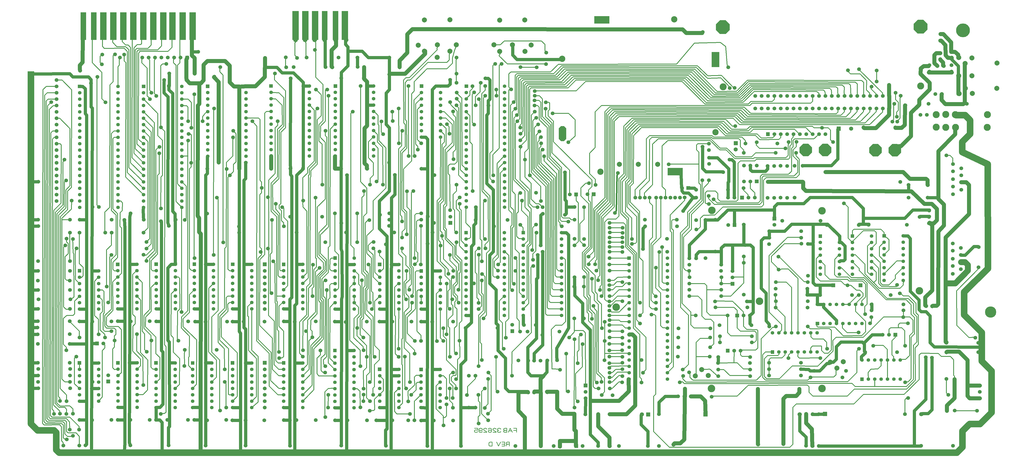
<source format=gbr>
%FSLAX34Y34*%
%MOMM*%
%LNCOPPER_BOTTOM*%
G71*
G01*
%ADD10C, 1.500*%
%ADD11C, 4.500*%
%ADD12C, 5.500*%
%ADD13C, 2.000*%
%ADD14C, 0.300*%
%ADD15C, 1.300*%
%ADD16C, 1.600*%
%ADD17C, 0.700*%
%ADD18C, 2.600*%
%ADD19C, 2.400*%
%ADD20C, 3.000*%
%ADD21C, 1.520*%
%ADD22C, 1.400*%
%ADD23C, 1.640*%
%ADD24C, 1.700*%
%ADD25C, 2.000*%
%ADD26C, 2.000*%
%ADD27C, 1.500*%
%ADD28R, 2.500X11.100*%
%ADD29R, 2.300X11.100*%
%ADD30C, 1.800*%
%ADD31R, 2.500X11.500*%
%ADD32R, 2.300X11.500*%
%ADD33C, 2.800*%
%ADD34C, 2.500*%
%ADD35C, 0.286*%
%LPD*%
X159550Y258050D02*
G54D10*
D03*
X172550Y282850D02*
G54D10*
D03*
X197050Y296550D02*
G54D10*
D03*
X184942Y321710D02*
G54D10*
D03*
X221850Y321450D02*
G54D10*
D03*
X121750Y384250D02*
G54D10*
D03*
X145950Y384950D02*
G54D10*
D03*
X171450Y384150D02*
G54D10*
D03*
X197550Y384950D02*
G54D10*
D03*
X172150Y434850D02*
G54D10*
D03*
X146150Y435750D02*
G54D10*
D03*
X426050Y360250D02*
G54D10*
D03*
X273550Y359550D02*
G54D10*
D03*
X223250Y257850D02*
G54D10*
D03*
X247650Y258450D02*
G54D10*
D03*
X426350Y258450D02*
G54D10*
D03*
X578750Y258450D02*
G54D10*
D03*
X171250Y638250D02*
G54D10*
D03*
X210650Y612850D02*
G54D10*
D03*
X56950Y701450D02*
G54D10*
D03*
X55850Y728650D02*
G54D10*
D03*
X184650Y702050D02*
G54D10*
D03*
X223350Y688950D02*
G54D10*
D03*
X300050Y701550D02*
G54D10*
D03*
X325620Y688759D02*
G54D10*
D03*
X363650Y676750D02*
G54D10*
D03*
X351050Y714550D02*
G54D10*
D03*
X491050Y632150D02*
G54D10*
D03*
X452450Y702250D02*
G54D10*
D03*
X509750Y676650D02*
G54D10*
D03*
X274350Y752450D02*
G54D10*
D03*
X427450Y753250D02*
G54D10*
D03*
X477650Y499050D02*
G54D10*
D03*
X547522Y384272D02*
G54D10*
D03*
X573250Y360250D02*
G54D10*
D03*
X731550Y358450D02*
G54D10*
D03*
X725550Y257550D02*
G54D10*
D03*
X884550Y257750D02*
G54D10*
D03*
X885350Y358950D02*
G54D10*
D03*
X783250Y397950D02*
G54D10*
D03*
X808150Y409850D02*
G54D10*
D03*
X1087650Y359550D02*
G54D10*
D03*
X1062050Y257150D02*
G54D10*
D03*
X1265650Y257750D02*
G54D10*
D03*
X1290350Y358550D02*
G54D10*
D03*
X1202550Y371450D02*
G54D10*
D03*
X1213650Y409450D02*
G54D10*
D03*
X1214250Y459950D02*
G54D10*
D03*
X1444150Y256950D02*
G54D10*
D03*
X1608750Y256250D02*
G54D10*
D03*
X1557550Y358750D02*
G54D10*
D03*
X1468750Y359050D02*
G54D10*
D03*
X1673287Y338112D02*
G54D10*
D03*
X1634550Y358150D02*
G54D10*
D03*
X1379550Y396450D02*
G54D10*
D03*
X1342450Y410050D02*
G54D10*
D03*
X1353950Y435150D02*
G54D10*
D03*
X1379850Y434950D02*
G54D10*
D03*
X1392650Y459850D02*
G54D10*
D03*
X1354850Y460850D02*
G54D10*
D03*
X1354638Y485214D02*
G54D10*
D03*
X1532350Y434150D02*
G54D10*
D03*
X1544850Y460350D02*
G54D10*
D03*
X1523850Y485550D02*
G54D10*
D03*
X1742950Y256050D02*
G54D10*
D03*
X1709750Y447250D02*
G54D10*
D03*
X1685450Y447950D02*
G54D10*
D03*
X1698150Y485250D02*
G54D10*
D03*
X1723050Y485550D02*
G54D10*
D03*
X1723498Y522929D02*
G54D10*
D03*
X1850950Y358650D02*
G54D10*
D03*
X1850050Y384550D02*
G54D10*
D03*
X1710850Y408850D02*
G54D10*
D03*
X1959350Y256250D02*
G54D10*
D03*
X2060450Y256050D02*
G54D10*
D03*
X617050Y676450D02*
G54D10*
D03*
X725631Y751456D02*
G54D10*
D03*
X630450Y790250D02*
G54D10*
D03*
X337850Y828450D02*
G54D10*
D03*
X332150Y892250D02*
G54D10*
D03*
X988350Y865550D02*
G54D10*
D03*
X1151640Y853758D02*
G54D10*
D03*
X1208446Y878815D02*
G54D10*
D03*
X1125750Y714250D02*
G54D10*
D03*
X1150650Y689350D02*
G54D10*
D03*
X1113750Y638150D02*
G54D10*
D03*
X1182782Y637213D02*
G54D10*
D03*
X1202045Y574350D02*
G54D10*
D03*
X1201309Y548950D02*
G54D10*
D03*
X1113050Y613050D02*
G54D10*
D03*
X1018050Y631550D02*
G54D10*
D03*
X1018350Y606650D02*
G54D10*
D03*
X801950Y561850D02*
G54D10*
D03*
X802250Y511850D02*
G54D10*
D03*
X640850Y575450D02*
G54D10*
D03*
X1080850Y751250D02*
G54D10*
D03*
X877350Y752150D02*
G54D10*
D03*
X1284150Y750450D02*
G54D10*
D03*
X1380450Y827650D02*
G54D10*
D03*
X1387750Y802250D02*
G54D10*
D03*
X1329726Y726527D02*
G54D10*
D03*
X1469050Y752050D02*
G54D10*
D03*
X1354350Y688950D02*
G54D10*
D03*
X1536792Y878936D02*
G54D10*
D03*
X1547650Y854050D02*
G54D10*
D03*
X1547850Y827950D02*
G54D10*
D03*
X1523950Y840950D02*
G54D10*
D03*
X1628662Y751867D02*
G54D10*
D03*
X1698150Y802850D02*
G54D10*
D03*
X1733350Y827350D02*
G54D10*
D03*
X1707550Y841350D02*
G54D10*
D03*
X1732850Y879050D02*
G54D10*
D03*
X1672350Y725850D02*
G54D10*
D03*
X1684950Y701450D02*
G54D10*
D03*
X1672150Y675350D02*
G54D10*
D03*
X1646850Y674650D02*
G54D10*
D03*
X1583550Y675250D02*
G54D10*
D03*
X1559050Y675050D02*
G54D10*
D03*
X1379650Y511250D02*
G54D10*
D03*
X1341850Y574350D02*
G54D10*
D03*
X1354650Y637750D02*
G54D10*
D03*
X1367550Y611850D02*
G54D10*
D03*
X1398650Y612150D02*
G54D10*
D03*
X1494650Y644050D02*
G54D10*
D03*
X1494750Y611550D02*
G54D10*
D03*
X1519450Y612250D02*
G54D10*
D03*
X1558150Y624250D02*
G54D10*
D03*
X1736750Y676450D02*
G54D10*
D03*
X1698750Y612150D02*
G54D10*
D03*
X1722850Y625150D02*
G54D10*
D03*
X1812550Y345850D02*
G54D10*
D03*
X1766750Y459750D02*
G54D10*
D03*
X1711250Y549450D02*
G54D10*
D03*
X1685350Y422150D02*
G54D10*
D03*
X1825450Y599221D02*
G54D10*
D03*
X1882250Y612050D02*
G54D10*
D03*
X1913150Y643650D02*
G54D10*
D03*
X1921450Y688350D02*
G54D10*
D03*
X1812550Y827150D02*
G54D10*
D03*
X1812650Y802050D02*
G54D10*
D03*
X1832550Y764750D02*
G54D10*
D03*
X1946350Y877950D02*
G54D10*
D03*
X2040950Y739050D02*
G54D10*
D03*
X1993050Y738650D02*
G54D10*
D03*
X1978050Y712650D02*
G54D10*
D03*
X1945650Y536350D02*
G54D10*
D03*
X1850744Y524038D02*
G54D10*
D03*
X1852156Y549025D02*
G54D10*
D03*
X1837650Y485450D02*
G54D10*
D03*
X1888550Y472550D02*
G54D10*
D03*
X2066850Y699250D02*
G54D10*
D03*
X2030350Y974250D02*
G54D10*
D03*
X2029550Y998750D02*
G54D10*
D03*
X2026150Y1037450D02*
G54D10*
D03*
X2048450Y1017950D02*
G54D10*
D03*
X2059950Y1056450D02*
G54D10*
D03*
X2067750Y1030650D02*
G54D10*
D03*
X2042850Y1107350D02*
G54D10*
D03*
X1953050Y903150D02*
G54D10*
D03*
X1959750Y955050D02*
G54D10*
D03*
X1959650Y1005950D02*
G54D10*
D03*
X1889383Y928912D02*
G54D10*
D03*
X1889750Y955150D02*
G54D10*
D03*
X1890550Y980350D02*
G54D10*
D03*
X1794350Y904850D02*
G54D10*
D03*
X1825773Y916622D02*
G54D10*
D03*
X1826250Y942150D02*
G54D10*
D03*
X1825550Y993150D02*
G54D10*
D03*
X1840150Y1044350D02*
G54D10*
D03*
X1838351Y1082036D02*
G54D10*
D03*
X1813650Y1044150D02*
G54D10*
D03*
X1813650Y1018950D02*
G54D10*
D03*
X1685750Y903850D02*
G54D10*
D03*
X1692450Y942750D02*
G54D10*
D03*
X1711950Y954750D02*
G54D10*
D03*
X1711350Y929950D02*
G54D10*
D03*
X1699004Y1018360D02*
G54D10*
D03*
X1724525Y1068813D02*
G54D10*
D03*
X1724250Y1108250D02*
G54D10*
D03*
X1667550Y1094750D02*
G54D10*
D03*
X1661337Y1055706D02*
G54D10*
D03*
X1609550Y1062750D02*
G54D10*
D03*
X1582550Y980450D02*
G54D10*
D03*
X1558550Y980850D02*
G54D10*
D03*
X1525750Y954850D02*
G54D10*
D03*
X1558450Y1005550D02*
G54D10*
D03*
X1508250Y1044550D02*
G54D10*
D03*
X1348350Y917550D02*
G54D10*
D03*
X1374360Y980157D02*
G54D10*
D03*
X1418350Y1031450D02*
G54D10*
D03*
X1393650Y1044150D02*
G54D10*
D03*
X1394250Y1069650D02*
G54D10*
D03*
X1443650Y1060850D02*
G54D10*
D03*
X1202902Y916816D02*
G54D10*
D03*
X1179350Y966850D02*
G54D10*
D03*
X1153650Y979350D02*
G54D10*
D03*
X1087950Y1107550D02*
G54D10*
D03*
X1285750Y1107950D02*
G54D10*
D03*
X1476450Y1107650D02*
G54D10*
D03*
X1508450Y1088050D02*
G54D10*
D03*
X1527071Y1100748D02*
G54D10*
D03*
X1628997Y1107615D02*
G54D10*
D03*
X1635050Y1146050D02*
G54D10*
D03*
X1610150Y1171150D02*
G54D10*
D03*
X1240750Y1184250D02*
G54D10*
D03*
X1266250Y1145350D02*
G54D10*
D03*
X1329550Y1184050D02*
G54D10*
D03*
X1377450Y1157350D02*
G54D10*
D03*
X1419650Y1177850D02*
G54D10*
D03*
X1114750Y1234550D02*
G54D10*
D03*
X1163850Y1247150D02*
G54D10*
D03*
X1190250Y1298350D02*
G54D10*
D03*
X1356150Y1273150D02*
G54D10*
D03*
X1380350Y1298550D02*
G54D10*
D03*
X1406450Y1310850D02*
G54D10*
D03*
X1431650Y1298450D02*
G54D10*
D03*
X1479150Y1337050D02*
G54D10*
D03*
X1636450Y1336850D02*
G54D10*
D03*
X1552950Y1273150D02*
G54D10*
D03*
X1527250Y1272550D02*
G54D10*
D03*
X1724484Y1298115D02*
G54D10*
D03*
X1737450Y1247850D02*
G54D10*
D03*
X1737750Y1222050D02*
G54D10*
D03*
X1456750Y1386450D02*
G54D10*
D03*
X1289150Y1336950D02*
G54D10*
D03*
X945293Y1030326D02*
G54D10*
D03*
X994850Y992650D02*
G54D10*
D03*
X973568Y1043743D02*
G54D10*
D03*
X796088Y1068443D02*
G54D10*
D03*
X758175Y1018032D02*
G54D10*
D03*
X681463Y1005631D02*
G54D10*
D03*
X859850Y1106950D02*
G54D10*
D03*
X858750Y1131750D02*
G54D10*
D03*
X700050Y1133350D02*
G54D10*
D03*
X1037588Y1132150D02*
G54D10*
D03*
X989857Y1158225D02*
G54D10*
D03*
X1030450Y1209050D02*
G54D10*
D03*
X1005550Y1221850D02*
G54D10*
D03*
X973950Y1248150D02*
G54D10*
D03*
X949150Y1285750D02*
G54D10*
D03*
X770350Y1246450D02*
G54D10*
D03*
X731850Y1182950D02*
G54D10*
D03*
X643192Y1157876D02*
G54D10*
D03*
X579350Y1133950D02*
G54D10*
D03*
X547850Y1152450D02*
G54D10*
D03*
X547750Y1203450D02*
G54D10*
D03*
X478405Y1107319D02*
G54D10*
D03*
X426750Y1184350D02*
G54D10*
D03*
X402297Y1157835D02*
G54D10*
D03*
X490750Y1069625D02*
G54D10*
D03*
X490137Y1043913D02*
G54D10*
D03*
X478274Y1018700D02*
G54D10*
D03*
X490150Y994150D02*
G54D10*
D03*
X350626Y1018425D02*
G54D10*
D03*
X211650Y1044050D02*
G54D10*
D03*
X166750Y1056450D02*
G54D10*
D03*
X172450Y1083450D02*
G54D10*
D03*
X185906Y1106888D02*
G54D10*
D03*
X197636Y1081623D02*
G54D10*
D03*
X224088Y1107013D02*
G54D10*
D03*
X326275Y1107107D02*
G54D10*
D03*
X351382Y1106688D02*
G54D10*
D03*
X59450Y1133450D02*
G54D10*
D03*
X59145Y1310493D02*
G54D10*
D03*
X192092Y1234735D02*
G54D10*
D03*
X170113Y1315544D02*
G54D10*
D03*
X163644Y1397955D02*
G54D10*
D03*
X111350Y1627750D02*
G54D10*
D03*
X326862Y1627338D02*
G54D10*
D03*
X269750Y1703250D02*
G54D10*
D03*
X225350Y1753750D02*
G54D10*
D03*
X295031Y1728538D02*
G54D10*
D03*
X312806Y1778219D02*
G54D10*
D03*
X314150Y1817150D02*
G54D10*
D03*
X364850Y1818650D02*
G54D10*
D03*
X384350Y1805350D02*
G54D10*
D03*
X401602Y1817176D02*
G54D10*
D03*
X275245Y1209382D02*
G54D10*
D03*
X300792Y1209335D02*
G54D10*
D03*
X509750Y1665458D02*
G54D10*
D03*
X529670Y1652261D02*
G54D10*
D03*
X504306Y1639938D02*
G54D10*
D03*
X547956Y1526745D02*
G54D10*
D03*
X541903Y1449527D02*
G54D10*
D03*
X541551Y1423974D02*
G54D10*
D03*
X569050Y1780150D02*
G54D10*
D03*
X580650Y1741850D02*
G54D10*
D03*
X560508Y1715997D02*
G54D10*
D03*
X649350Y1716650D02*
G54D10*
D03*
X579650Y1691850D02*
G54D10*
D03*
X681650Y1742050D02*
G54D10*
D03*
X784250Y1767750D02*
G54D10*
D03*
X760650Y1729250D02*
G54D10*
D03*
X681221Y1659198D02*
G54D10*
D03*
X759750Y1602050D02*
G54D10*
D03*
X713794Y1551445D02*
G54D10*
D03*
X656251Y1551307D02*
G54D10*
D03*
X668886Y1525397D02*
G54D10*
D03*
X657750Y1500950D02*
G54D10*
D03*
X656208Y1474934D02*
G54D10*
D03*
X668510Y1385902D02*
G54D10*
D03*
X835550Y1513550D02*
G54D10*
D03*
X834698Y1487640D02*
G54D10*
D03*
X1045150Y1806050D02*
G54D10*
D03*
X1160750Y1836150D02*
G54D10*
D03*
X1046350Y1766950D02*
G54D10*
D03*
X1001950Y1741950D02*
G54D10*
D03*
X1064750Y1722750D02*
G54D10*
D03*
X1266050Y1723450D02*
G54D10*
D03*
X1331250Y1768350D02*
G54D10*
D03*
X911650Y1551550D02*
G54D10*
D03*
X1012450Y1551550D02*
G54D10*
D03*
X1209662Y1678125D02*
G54D10*
D03*
X1165550Y1677450D02*
G54D10*
D03*
X1215362Y1653119D02*
G54D10*
D03*
X1171450Y1602350D02*
G54D10*
D03*
X1203348Y1513470D02*
G54D10*
D03*
X1355350Y1723550D02*
G54D10*
D03*
X1343050Y1691850D02*
G54D10*
D03*
X1497750Y1767550D02*
G54D10*
D03*
X1533150Y1691950D02*
G54D10*
D03*
X1494250Y1602550D02*
G54D10*
D03*
X1469550Y1589550D02*
G54D10*
D03*
X1425668Y1550614D02*
G54D10*
D03*
X1470450Y1552450D02*
G54D10*
D03*
X1432669Y1500219D02*
G54D10*
D03*
X1508632Y1513351D02*
G54D10*
D03*
X1495250Y1463350D02*
G54D10*
D03*
X1584650Y1463250D02*
G54D10*
D03*
X1570650Y1438150D02*
G54D10*
D03*
X1557850Y1413050D02*
G54D10*
D03*
X1534050Y1412550D02*
G54D10*
D03*
X1713050Y1399650D02*
G54D10*
D03*
X1696550Y1501350D02*
G54D10*
D03*
X1686750Y1539350D02*
G54D10*
D03*
X1711650Y1590450D02*
G54D10*
D03*
X1699650Y1628150D02*
G54D10*
D03*
X1724750Y1615450D02*
G54D10*
D03*
X1725550Y1641150D02*
G54D10*
D03*
X1725688Y1665664D02*
G54D10*
D03*
X1724550Y1704950D02*
G54D10*
D03*
X1699150Y1716650D02*
G54D10*
D03*
X1724912Y1741501D02*
G54D10*
D03*
X2043750Y1766850D02*
G54D10*
D03*
X2081150Y1779650D02*
G54D10*
D03*
X2082150Y1825050D02*
G54D10*
D03*
X1979950Y1767850D02*
G54D10*
D03*
X1904150Y1780250D02*
G54D10*
D03*
X1878750Y1780250D02*
G54D10*
D03*
X2107250Y1583050D02*
G54D10*
D03*
X2080550Y1627250D02*
G54D10*
D03*
X2079950Y1601550D02*
G54D10*
D03*
X1942250Y1678850D02*
G54D10*
D03*
X2036150Y1671950D02*
G54D10*
D03*
X2036350Y1653050D02*
G54D10*
D03*
X2035950Y1634450D02*
G54D10*
D03*
X2035250Y1614650D02*
G54D10*
D03*
X2036450Y1589950D02*
G54D10*
D03*
X2042350Y1564750D02*
G54D10*
D03*
X2049650Y1538850D02*
G54D10*
D03*
X2055350Y1511150D02*
G54D10*
D03*
X2060850Y1487950D02*
G54D10*
D03*
X2061550Y1463250D02*
G54D10*
D03*
X2067550Y1437750D02*
G54D10*
D03*
X2074089Y1412214D02*
G54D10*
D03*
X1997450Y1398750D02*
G54D10*
D03*
X1979450Y1450350D02*
G54D10*
D03*
X1978850Y1475650D02*
G54D10*
D03*
X1979450Y1501350D02*
G54D10*
D03*
X1978529Y1526128D02*
G54D10*
D03*
X1967050Y1551550D02*
G54D10*
D03*
X1965187Y1576294D02*
G54D10*
D03*
X1959114Y1601674D02*
G54D10*
D03*
X1952713Y1627559D02*
G54D10*
D03*
X1725250Y1805550D02*
G54D10*
D03*
X1839050Y1691950D02*
G54D10*
D03*
X1883240Y1677495D02*
G54D10*
D03*
X1884150Y1653350D02*
G54D10*
D03*
X1839350Y1653550D02*
G54D10*
D03*
X1813684Y1639876D02*
G54D10*
D03*
X1795250Y1666350D02*
G54D10*
D03*
X1851650Y1614350D02*
G54D10*
D03*
X1801250Y1615350D02*
G54D10*
D03*
X1795350Y1538050D02*
G54D10*
D03*
X2017150Y1335550D02*
G54D10*
D03*
X1871150Y1336050D02*
G54D10*
D03*
X1870750Y1311150D02*
G54D10*
D03*
X1838250Y1234550D02*
G54D10*
D03*
X1801750Y1208850D02*
G54D10*
D03*
X1788850Y1273050D02*
G54D10*
D03*
X1699150Y1196950D02*
G54D10*
D03*
X1874250Y1132650D02*
G54D10*
D03*
X2061050Y1233620D02*
G54D10*
D03*
X2067950Y1208550D02*
G54D10*
D03*
X2068450Y1182850D02*
G54D10*
D03*
X2143650Y1132750D02*
G54D10*
D03*
X2047850Y1208450D02*
G54D10*
D03*
X275150Y512050D02*
G54D10*
D03*
X822350Y1335950D02*
G54D10*
D03*
X809750Y1361450D02*
G54D10*
D03*
X777250Y1386950D02*
G54D10*
D03*
X885850Y1386550D02*
G54D10*
D03*
X2436950Y1247150D02*
G54D10*
D03*
X2455950Y1246850D02*
G54D10*
D03*
X2474950Y1247150D02*
G54D10*
D03*
X2493850Y1247150D02*
G54D10*
D03*
X2519550Y1247150D02*
G54D10*
D03*
X2538650Y1247150D02*
G54D10*
D03*
X2557550Y1247150D02*
G54D10*
D03*
X2576650Y1246850D02*
G54D10*
D03*
X2595450Y1246850D02*
G54D10*
D03*
X2614650Y1246750D02*
G54D10*
D03*
X2633750Y1247550D02*
G54D10*
D03*
X2729750Y1221650D02*
G54D10*
D03*
X2748450Y1240350D02*
G54D10*
D03*
X2728850Y1253850D02*
G54D10*
D03*
X2729750Y1316650D02*
G54D10*
D03*
X2703950Y1316250D02*
G54D10*
D03*
X2834750Y1532250D02*
G54D10*
D03*
X2920450Y1467550D02*
G54D10*
D03*
X3193550Y1349450D02*
G54D10*
D03*
X3076650Y1425050D02*
G54D10*
D03*
X3034550Y1443450D02*
G54D10*
D03*
X3047016Y1468815D02*
G54D10*
D03*
X3078650Y1469150D02*
G54D10*
D03*
X3103350Y1373850D02*
G54D10*
D03*
X3267350Y1224350D02*
G54D10*
D03*
X3180032Y1525347D02*
G54D10*
D03*
X2964750Y1310050D02*
G54D10*
D03*
X2867950Y1284750D02*
G54D10*
D03*
X2831450Y1246450D02*
G54D10*
D03*
X3478706Y1569559D02*
G54D10*
D03*
X3460476Y1550330D02*
G54D10*
D03*
X3479658Y1549854D02*
G54D10*
D03*
X3283750Y1754550D02*
G54D10*
D03*
X2806850Y1766450D02*
G54D10*
D03*
X2813050Y1683550D02*
G54D10*
D03*
X2832450Y1684750D02*
G54D10*
D03*
X3327450Y1759250D02*
G54D10*
D03*
X3397450Y1754350D02*
G54D10*
D03*
X3377241Y1689443D02*
G54D10*
D03*
X3397850Y1709750D02*
G54D10*
D03*
X3447250Y1696250D02*
G54D10*
D03*
X3472950Y1664850D02*
G54D10*
D03*
X3493350Y1652850D02*
G54D10*
D03*
X3467750Y1620650D02*
G54D10*
D03*
X3511850Y1614950D02*
G54D10*
D03*
X2278250Y1297550D02*
G54D10*
D03*
X2252462Y1304503D02*
G54D10*
D03*
X2156818Y1178072D02*
G54D10*
D03*
X2170050Y1151350D02*
G54D10*
D03*
X2194750Y1158350D02*
G54D10*
D03*
X2251450Y981350D02*
G54D10*
D03*
X2250950Y1011750D02*
G54D10*
D03*
X2334150Y955650D02*
G54D10*
D03*
X2276950Y980850D02*
G54D10*
D03*
X2264450Y923450D02*
G54D10*
D03*
X2288750Y917150D02*
G54D10*
D03*
X2302950Y459750D02*
G54D10*
D03*
X2295950Y878250D02*
G54D10*
D03*
X2270250Y814750D02*
G54D10*
D03*
X2264450Y763750D02*
G54D10*
D03*
X2303750Y726450D02*
G54D10*
D03*
X2226950Y662750D02*
G54D10*
D03*
X2194450Y681950D02*
G54D10*
D03*
X2173386Y689191D02*
G54D10*
D03*
X2220250Y701050D02*
G54D10*
D03*
X2162150Y624750D02*
G54D10*
D03*
X2207450Y586250D02*
G54D10*
D03*
X2169618Y474095D02*
G54D10*
D03*
X2315150Y751150D02*
G54D10*
D03*
X2314950Y675350D02*
G54D10*
D03*
X2314150Y598250D02*
G54D10*
D03*
X2302421Y512256D02*
G54D10*
D03*
X2346350Y458450D02*
G54D10*
D03*
X2283350Y509350D02*
G54D10*
D03*
X2290550Y485550D02*
G54D10*
D03*
X2207850Y433950D02*
G54D10*
D03*
X2195050Y383650D02*
G54D10*
D03*
X2194350Y409350D02*
G54D10*
D03*
X2238250Y382550D02*
G54D10*
D03*
X2486550Y255950D02*
G54D10*
D03*
X2588471Y262532D02*
G54D10*
D03*
X2334950Y485350D02*
G54D10*
D03*
X2925450Y263250D02*
G54D10*
D03*
X3026450Y263450D02*
G54D10*
D03*
X2740650Y453050D02*
G54D10*
D03*
X3523350Y447550D02*
G54D10*
D03*
X3510821Y383507D02*
G54D10*
D03*
X3797850Y396650D02*
G54D10*
D03*
X3708450Y397350D02*
G54D10*
D03*
X3677550Y397150D02*
G54D10*
D03*
X3682850Y460650D02*
G54D10*
D03*
X3707950Y522550D02*
G54D10*
D03*
X3675550Y523450D02*
G54D10*
D03*
X3617750Y608350D02*
G54D10*
D03*
X3593450Y609850D02*
G54D10*
D03*
X3619250Y813950D02*
G54D10*
D03*
X3593950Y814650D02*
G54D10*
D03*
X3851960Y790499D02*
G54D11*
D03*
X3790950Y688050D02*
G54D10*
D03*
X2333850Y612450D02*
G54D10*
D03*
X1813038Y574344D02*
G54D10*
D03*
X2333750Y739044D02*
G54D10*
D03*
X3676000Y1415200D02*
G54D10*
D03*
X1811944Y459938D02*
G54D10*
D03*
X2333450Y586500D02*
G54D10*
D03*
X2333850Y567438D02*
G54D10*
D03*
X2334150Y548087D02*
G54D10*
D03*
X2334450Y529338D02*
G54D10*
D03*
X2334150Y510838D02*
G54D10*
D03*
X2137308Y560384D02*
G54D10*
D03*
X2334150Y688756D02*
G54D10*
D03*
X2333850Y663056D02*
G54D10*
D03*
X2333550Y637356D02*
G54D10*
D03*
X1507950Y1151750D02*
G54D10*
D03*
X1311750Y1590050D02*
G54D10*
D03*
X1063750Y1362550D02*
G54D10*
D03*
X3224450Y1468350D02*
G54D10*
D03*
X3803850Y1049450D02*
G54D10*
D03*
X3803750Y968850D02*
G54D10*
D03*
X3741892Y1914034D02*
G54D12*
D03*
X2282250Y955150D02*
G54D10*
D03*
X2334150Y1145650D02*
G54D10*
D03*
X2334240Y1126450D02*
G54D10*
D03*
X2335050Y1107850D02*
G54D10*
D03*
X2334450Y1087750D02*
G54D10*
D03*
X2334750Y1068950D02*
G54D10*
D03*
X2334750Y1050050D02*
G54D10*
D03*
X2334350Y1031250D02*
G54D10*
D03*
X2334350Y1005850D02*
G54D10*
D03*
X2333550Y980450D02*
G54D10*
D03*
X2302150Y853650D02*
G54D10*
D03*
X2332950Y916850D02*
G54D10*
D03*
X2333950Y897950D02*
G54D10*
D03*
X2332950Y879550D02*
G54D10*
D03*
X2334250Y853650D02*
G54D10*
D03*
X2333950Y833150D02*
G54D10*
D03*
X2333550Y815350D02*
G54D10*
D03*
X2333750Y796750D02*
G54D10*
D03*
X2333950Y777050D02*
G54D10*
D03*
X2334150Y758050D02*
G54D10*
D03*
X2334250Y713950D02*
G54D10*
D03*
X2730050Y1462250D02*
G54D10*
D03*
X2704050Y1449650D02*
G54D10*
D03*
X2705550Y1907350D02*
G54D10*
D03*
X1985681Y1234666D02*
G54D10*
D03*
X1788780Y1690938D02*
G54D10*
D03*
X1839850Y1722450D02*
G54D10*
D03*
X1821650Y1704450D02*
G54D10*
D03*
X1837850Y407750D02*
G54D10*
D03*
X2355950Y1185650D02*
G54D10*
D03*
X2627650Y1193650D02*
G54D10*
D03*
X3568550Y1170050D02*
G54D10*
D03*
X3090050Y483950D02*
G54D10*
D03*
X2924650Y483950D02*
G54D10*
D03*
X2633950Y484750D02*
G54D10*
D03*
X2410350Y484350D02*
G54D10*
D03*
X2679750Y1119450D02*
G54D10*
D03*
X2386050Y1126250D02*
G54D10*
D03*
X2386050Y1106450D02*
G54D10*
D03*
X2385050Y1087550D02*
G54D10*
D03*
X2385550Y1068750D02*
G54D10*
D03*
X2385050Y1049450D02*
G54D10*
D03*
X2385550Y1030150D02*
G54D10*
D03*
X2423650Y1081750D02*
G54D10*
D03*
X2423250Y1062450D02*
G54D10*
D03*
X2467650Y1042150D02*
G54D10*
D03*
X2543950Y1049450D02*
G54D10*
D03*
X2532350Y1030150D02*
G54D10*
D03*
X2651750Y1004950D02*
G54D10*
D03*
X2518850Y967450D02*
G54D10*
D03*
X2385150Y910250D02*
G54D10*
D03*
X2385150Y833750D02*
G54D10*
D03*
X2455450Y827450D02*
G54D10*
D03*
X2455150Y776550D02*
G54D10*
D03*
X2455150Y744550D02*
G54D10*
D03*
X2385450Y713450D02*
G54D10*
D03*
X2518550Y852850D02*
G54D10*
D03*
X2519150Y827450D02*
G54D10*
D03*
X2518850Y801950D02*
G54D10*
D03*
X2500850Y780250D02*
G54D10*
D03*
X2385450Y687950D02*
G54D10*
D03*
X2385150Y662550D02*
G54D10*
D03*
X2384244Y638221D02*
G54D10*
D03*
X2385450Y611750D02*
G54D10*
D03*
X2385234Y587801D02*
G54D10*
D03*
X2461450Y599150D02*
G54D10*
D03*
X2385089Y562424D02*
G54D10*
D03*
X2384850Y535150D02*
G54D10*
D03*
X2384550Y509950D02*
G54D10*
D03*
X2467150Y548550D02*
G54D10*
D03*
X2461150Y509750D02*
G54D10*
D03*
X2625950Y561150D02*
G54D10*
D03*
X2651240Y549890D02*
G54D10*
D03*
X2627150Y535450D02*
G54D10*
D03*
X2613950Y510250D02*
G54D10*
D03*
X3098050Y1063450D02*
G54D10*
D03*
X2969550Y1061050D02*
G54D10*
D03*
X3122250Y883750D02*
G54D10*
D03*
X2995650Y883750D02*
G54D10*
D03*
X2995150Y858650D02*
G54D10*
D03*
X3122250Y859050D02*
G54D10*
D03*
X2970150Y733150D02*
G54D10*
D03*
X3511650Y510250D02*
G54D10*
D03*
X3325521Y708950D02*
G54D10*
D03*
X3490350Y864850D02*
G54D10*
D03*
X3478826Y898597D02*
G54D10*
D03*
X3281550Y897550D02*
G54D10*
D03*
G36*
X3217450Y904550D02*
X3232450Y904550D01*
X3232450Y889550D01*
X3217450Y889550D01*
X3217450Y904550D01*
G37*
G36*
X3325850Y904350D02*
X3340850Y904350D01*
X3340850Y889350D01*
X3325850Y889350D01*
X3325850Y904350D01*
G37*
X2373150Y1379750D02*
G54D13*
D03*
X2449150Y1379750D02*
G54D13*
D03*
X2525950Y1379350D02*
G54D13*
D03*
X2569850Y1379750D02*
G54D10*
D03*
X2367750Y1345150D02*
G54D10*
D03*
X2156350Y1347250D02*
G54D10*
D03*
X2811950Y1398450D02*
G54D10*
D03*
X2786950Y1348450D02*
G54D10*
D03*
G54D14*
X132150Y1715550D02*
X154150Y1715550D01*
X192350Y1676950D01*
X191750Y1287650D01*
X176350Y1273150D01*
X175950Y1199250D01*
X147350Y1170750D01*
X146350Y485550D01*
X171950Y459050D01*
X172150Y434850D01*
G54D14*
X132150Y1690150D02*
X91350Y1690150D01*
X78350Y1677350D01*
X76350Y346550D01*
X82250Y340050D01*
X144850Y340550D01*
X152150Y332050D01*
X152450Y276350D01*
X158450Y270050D01*
X158450Y259150D01*
X159550Y258050D01*
G54D14*
X132150Y1664750D02*
X94650Y1664750D01*
X84850Y1654950D01*
X82550Y353650D01*
X89350Y345950D01*
X151950Y346150D01*
X159250Y339650D01*
X159250Y288650D01*
X165050Y283150D01*
X172550Y282850D01*
G54D14*
X132150Y1639350D02*
X98050Y1639350D01*
X90950Y1632450D01*
X89050Y359450D01*
X95950Y351950D01*
X158550Y352550D01*
X165150Y345150D01*
X165350Y304250D01*
X175350Y294550D01*
X195050Y294550D01*
X197050Y296550D01*
G54D14*
X111350Y1627750D02*
X96650Y1613250D01*
X95350Y365450D01*
X101050Y358750D01*
X165250Y358650D01*
X171850Y352550D01*
X171850Y313950D01*
X177950Y308350D01*
X209750Y308750D01*
X222550Y294550D01*
X222550Y258550D01*
X223250Y257850D01*
G54D14*
X132150Y1613950D02*
X119050Y1613750D01*
X103450Y1598750D01*
X101650Y370350D01*
X106950Y365150D01*
X171650Y365250D01*
X183950Y352250D01*
X184942Y321710D01*
G54D14*
X132150Y1512350D02*
X116850Y1512350D01*
X109550Y1505450D01*
X107650Y377750D01*
X113950Y371150D01*
X184750Y371050D01*
X221750Y333750D01*
X221850Y321450D01*
G54D14*
X132150Y1486950D02*
X122650Y1486950D01*
X116050Y1480550D01*
X114150Y403650D01*
X121350Y395750D01*
X121750Y384250D01*
G54D14*
X132150Y1563150D02*
X145150Y1563150D01*
X185750Y1521750D01*
X185850Y1293850D01*
X169350Y1277050D01*
X169350Y1205450D01*
X141150Y1177050D01*
X139750Y453850D01*
X146050Y446450D01*
X146150Y435750D01*
G54D14*
X132150Y1461550D02*
X146650Y1461550D01*
X150650Y1456550D01*
X150250Y1224650D01*
X121650Y1196350D01*
X120550Y418950D01*
X144750Y395550D01*
X144950Y385950D01*
X145950Y384950D01*
G54D14*
X163644Y1399192D02*
X163644Y1395544D01*
X157550Y1389450D01*
X157350Y1218250D01*
X127950Y1188550D01*
X126950Y425850D01*
X142450Y409950D01*
X166150Y410250D01*
X171650Y401850D01*
X171450Y384150D01*
G54D14*
X171144Y1316987D02*
X170787Y1316987D01*
X163950Y1310150D01*
X162950Y1211050D01*
X134350Y1182850D01*
X133050Y427550D01*
X146450Y415550D01*
X184850Y416350D01*
X197250Y404250D01*
X197250Y385250D01*
X197550Y384950D01*
G54D14*
X192092Y1234735D02*
X191592Y1201492D01*
X153850Y1164350D01*
X153050Y522550D01*
X165550Y511650D01*
X185300Y512075D01*
G54D14*
X166750Y1056450D02*
X166750Y1055550D01*
X160350Y1049150D01*
X159950Y811150D01*
X170150Y801350D01*
X183850Y801350D01*
X185450Y802950D01*
G54D14*
X185650Y1158450D02*
X153750Y1158450D01*
G54D14*
X295650Y1728950D02*
X295650Y1722150D01*
X293350Y1719250D01*
X292750Y1217377D01*
X300792Y1209335D01*
G54D14*
X326450Y1627750D02*
X325850Y1627750D01*
X312650Y1640950D01*
X312650Y1746350D01*
X274350Y1785050D01*
X274350Y1927129D01*
X281553Y1934332D01*
G54D14*
X314150Y1817150D02*
X312850Y1817150D01*
X306150Y1810450D01*
X306150Y1785250D01*
X307650Y1783750D01*
X310450Y1783750D01*
X314350Y1779850D01*
G54D14*
X364850Y1818650D02*
X362750Y1818650D01*
X357150Y1813050D01*
X357150Y1709250D01*
X344550Y1696650D01*
X343550Y1208250D01*
X324850Y1188850D01*
X324650Y1109350D01*
X325450Y1108550D01*
G54D14*
X172450Y1083450D02*
X172450Y1069950D01*
X178650Y1063750D01*
X178650Y1023450D01*
X166250Y1011250D01*
X166050Y923150D01*
X171950Y917250D01*
X183850Y917250D01*
X185050Y916050D01*
G54D14*
X184050Y1108950D02*
X184050Y1100150D01*
X185050Y1099150D01*
X185050Y994050D01*
X185850Y993250D01*
G54D14*
X196950Y1083450D02*
X198150Y1026950D01*
X201250Y1022150D01*
X201350Y850650D01*
X196450Y846050D01*
X187150Y840950D01*
G54D14*
X211650Y1044050D02*
X211650Y1040950D01*
X206950Y1036250D01*
X207750Y919750D01*
X223550Y904250D01*
G54D14*
X222850Y1108250D02*
X223250Y983850D01*
X238150Y968750D01*
X238450Y935150D01*
X230950Y927950D01*
X223550Y929650D01*
G54D14*
X223550Y853450D02*
X223350Y853450D01*
X204050Y834150D01*
X204050Y783950D01*
X198250Y777150D01*
X173250Y777150D01*
X159750Y764950D01*
X159150Y661750D01*
X171250Y650050D01*
X171250Y638250D01*
G54D14*
X223350Y688950D02*
X223000Y697900D01*
X222750Y713850D01*
X189000Y747850D01*
X185150Y753950D01*
G54D14*
X376650Y1690350D02*
X376650Y1769250D01*
X382150Y1774750D01*
X382150Y1803150D01*
X384350Y1805350D01*
G54D14*
X376650Y1512550D02*
X361050Y1512250D01*
X350650Y1502550D01*
X350650Y1194850D01*
X369350Y1177050D01*
X369150Y1018950D01*
X349950Y999750D01*
X350450Y801650D01*
X324850Y777150D01*
X324050Y734150D01*
X331450Y726150D01*
X362050Y725950D01*
X368450Y719850D01*
X368850Y700950D01*
X362550Y695850D01*
X362774Y680099D01*
X363650Y676750D01*
G54D14*
X299750Y878850D02*
X315050Y878850D01*
X321050Y872850D01*
X321850Y786950D01*
X318150Y782450D01*
X317950Y720050D01*
X324250Y713150D01*
X346516Y713232D01*
X351050Y714550D01*
G54D14*
X299750Y853450D02*
X299850Y853450D01*
X314550Y838750D01*
X314750Y792450D01*
X305650Y782550D01*
X305750Y718350D01*
X324050Y701350D01*
X324050Y691150D01*
X325050Y690150D01*
G54D14*
X299750Y929650D02*
X298350Y929650D01*
X284150Y913550D01*
X283850Y776450D01*
X299050Y762050D01*
X299050Y702550D01*
X300050Y701550D01*
G54D14*
X350350Y1108750D02*
X350350Y1056750D01*
X331150Y1038350D01*
X331150Y893250D01*
X332150Y892250D01*
G54D14*
X351450Y1019250D02*
X351450Y1018450D01*
X343850Y1010450D01*
X344250Y835750D01*
X337850Y828450D01*
G54D14*
X376650Y1487150D02*
X361950Y1487150D01*
X356950Y1481950D01*
X356750Y1201750D01*
X375350Y1182750D01*
X375350Y1008350D01*
X356250Y988650D01*
X356450Y960950D01*
X362950Y954950D01*
X375550Y954950D01*
X375850Y955250D01*
G54D14*
X376650Y1233150D02*
X389050Y1233150D01*
X394850Y1225650D01*
X394050Y1195050D01*
X385350Y1186750D01*
X384950Y1132850D01*
X391250Y1125950D01*
X391250Y945250D01*
X375850Y929850D01*
G54D14*
X375850Y929850D02*
X375250Y929850D01*
X355850Y910450D01*
X356650Y796150D01*
X330950Y769950D01*
X330650Y739250D01*
X336450Y732850D01*
X378550Y733050D01*
X390550Y720250D01*
X390550Y548650D01*
X376550Y536950D01*
G54D14*
X363650Y676750D02*
X362750Y651150D01*
X356050Y642950D01*
X356050Y568450D01*
X362250Y561150D01*
X376550Y562350D01*
G54D14*
X318350Y665350D02*
X318350Y664550D01*
X324050Y658850D01*
X324250Y647150D01*
X314450Y636650D01*
X314250Y451650D01*
X299550Y435150D01*
G54D14*
X319753Y1934332D02*
X319753Y1885853D01*
X315450Y1881550D01*
X315450Y1850350D01*
X321550Y1842350D01*
X401250Y1842650D01*
X414050Y1829150D01*
X414050Y1347050D01*
X477920Y1284156D01*
G54D14*
X403150Y1817950D02*
X403150Y1811650D01*
X401350Y1809850D01*
X401350Y1792150D01*
X408350Y1785150D01*
X407550Y1328550D01*
X479156Y1257932D01*
G54D14*
X359440Y1934332D02*
X359440Y1884640D01*
X356350Y1881550D01*
X356150Y1866350D01*
X372150Y1849050D01*
X407150Y1848650D01*
X420550Y1836650D01*
X420350Y1366350D01*
X478950Y1309350D01*
G54D14*
X399128Y1934332D02*
X399128Y1886428D01*
X394250Y1881550D01*
X394250Y1869450D01*
X407850Y1855450D01*
X417650Y1855650D01*
X427050Y1845350D01*
X427250Y1385250D01*
X478332Y1334544D01*
G54D14*
X438815Y1934332D02*
X438815Y1888715D01*
X433650Y1882550D01*
X433150Y1406250D01*
X478950Y1360150D01*
G54D14*
X478503Y1934332D02*
X478503Y1888003D01*
X470550Y1880050D01*
X470550Y1860950D01*
X466950Y1857350D01*
X453350Y1857350D01*
X440250Y1843450D01*
X440050Y1423650D01*
X478950Y1385550D01*
G54D14*
X518190Y1934332D02*
X518190Y1890890D01*
X508850Y1881550D01*
X509250Y1855950D01*
X496150Y1842050D01*
X452150Y1842050D01*
X445950Y1836450D01*
X445750Y1441450D01*
X478950Y1410950D01*
G54D14*
X557878Y1934332D02*
X557878Y1889078D01*
X550750Y1881350D01*
X550550Y1852350D01*
X535250Y1836050D01*
X458950Y1836050D01*
X452350Y1829850D01*
X452550Y1460250D01*
X478950Y1436350D01*
G54D14*
X594390Y1934332D02*
X594390Y1880690D01*
X591750Y1878050D01*
X591950Y1846150D01*
X575950Y1829750D01*
X464250Y1829750D01*
X458750Y1822850D01*
X458550Y1480050D01*
X478950Y1461750D01*
G54D14*
X473650Y1805250D02*
X473650Y1801054D01*
X471517Y1798921D01*
X471517Y1784783D01*
X493350Y1762950D01*
X493350Y1652750D01*
X505750Y1640350D01*
G54D14*
X499050Y1805250D02*
X499050Y1799550D01*
X502850Y1795750D01*
X502850Y1675550D01*
X512250Y1666150D01*
G54D14*
X524450Y1805250D02*
X524450Y1797450D01*
X521850Y1794850D01*
X521850Y1662350D01*
X530908Y1653292D01*
G54D14*
X569050Y1780150D02*
X554550Y1780150D01*
X547450Y1773050D01*
X547450Y1527250D01*
X547956Y1526745D01*
G54D14*
X478950Y1639550D02*
X479050Y1639550D01*
X534950Y1582250D01*
X534950Y1493850D01*
X553850Y1475550D01*
X553650Y1335550D01*
X547650Y1329250D01*
X547050Y1204150D01*
X547750Y1203450D01*
G54D14*
X478950Y1588750D02*
X479350Y1588750D01*
X522050Y1546050D01*
X521850Y1034050D01*
X489750Y1002750D01*
X489950Y994350D01*
X490150Y994150D01*
G54D14*
X478950Y1563350D02*
X478950Y1563150D01*
X515650Y1526450D01*
X515650Y1043950D01*
X489350Y1017750D01*
X479180Y1017794D01*
G54D14*
X478950Y1537950D02*
X479650Y1537950D01*
X509250Y1508350D01*
X508850Y1061950D01*
X490137Y1043913D01*
G54D14*
X478950Y1512550D02*
X479150Y1512550D01*
X502850Y1488850D01*
X502850Y1082550D01*
X490750Y1070450D01*
G54D14*
X478950Y1487150D02*
X479350Y1487150D01*
X496650Y1469850D01*
X496650Y1125550D01*
X477168Y1107318D01*
G54D14*
X547956Y1526745D02*
X547956Y1526244D01*
X563050Y1511150D01*
X562050Y659750D01*
X568550Y652250D01*
X568450Y391150D01*
X561850Y385350D01*
X547850Y385750D01*
G54D14*
X543150Y1450434D02*
X540934Y1450434D01*
X528050Y1437550D01*
X528250Y1027750D01*
X502950Y1002650D01*
X502750Y800950D01*
X480550Y777150D01*
X480050Y725550D01*
X508350Y696950D01*
X508350Y678050D01*
X509750Y676650D01*
X509750Y670350D01*
X508050Y668650D01*
X508050Y570350D01*
X515450Y562950D01*
X528050Y562950D01*
X528150Y563050D01*
G54D14*
X543150Y1424887D02*
X543150Y1418050D01*
X541050Y1415950D01*
X541050Y1342250D01*
X534850Y1336050D01*
X534850Y1021950D01*
X508750Y995450D01*
X508750Y960750D01*
X515150Y954750D01*
X524418Y954476D01*
X529150Y955850D01*
G54D14*
X452050Y929850D02*
X473750Y908150D01*
X473350Y714050D01*
X483150Y703150D01*
X482950Y640250D01*
X491050Y632150D01*
G54D14*
X452050Y955250D02*
X450850Y955250D01*
X435750Y940150D01*
X435750Y781550D01*
X445350Y771950D01*
X445150Y744050D01*
X435950Y733950D01*
X435350Y634550D01*
X467050Y602650D01*
X467050Y576650D01*
X452750Y562350D01*
G54D14*
X529150Y905050D02*
X525250Y905050D01*
X508550Y888350D01*
X509350Y792650D01*
X486950Y770150D01*
X486450Y732150D01*
X528050Y690650D01*
X527650Y624450D01*
X543450Y608850D01*
X543350Y523650D01*
X534700Y515000D01*
X528150Y511426D01*
G54D14*
X452050Y853650D02*
X452150Y853650D01*
X467950Y837850D01*
X466850Y628650D01*
X495650Y599150D01*
X495050Y479350D01*
X476750Y461150D01*
X452750Y460750D01*
G54D14*
X452450Y702250D02*
X452450Y694050D01*
X451150Y692750D01*
X451150Y634650D01*
X476350Y608950D01*
X476750Y499950D01*
X477650Y499050D01*
G54D14*
X635665Y1934332D02*
X635665Y1893365D01*
X623550Y1881250D01*
X623550Y1807750D01*
X626050Y1805250D01*
G54D14*
X600650Y1805250D02*
X600650Y1799350D01*
X597950Y1796650D01*
X597950Y1784850D01*
X607850Y1775350D01*
X607850Y1231250D01*
X631350Y1207750D01*
G54D14*
X626050Y1805250D02*
X626050Y1799850D01*
X623250Y1797050D01*
X623250Y1784750D01*
X614250Y1774950D01*
X613650Y1301650D01*
X631350Y1283950D01*
G54D14*
X631350Y1639550D02*
X656050Y1639750D01*
X668650Y1626150D01*
X668650Y1529750D01*
X671150Y1527250D01*
G54D14*
X631350Y1614150D02*
X650600Y1613800D01*
X655350Y1607250D01*
X655350Y1554650D01*
X658050Y1551950D01*
G54D14*
X681221Y1659198D02*
X680450Y1651050D01*
X680450Y1006850D01*
X681050Y1006250D01*
G54D14*
X657750Y1500950D02*
X664750Y1500950D01*
X668650Y1497050D01*
X668650Y1388250D01*
X670050Y1386850D01*
G54D14*
X658350Y1475850D02*
X658350Y1470250D01*
X655050Y1466950D01*
X655050Y795950D01*
X629950Y771050D01*
X629650Y726650D01*
X661050Y693650D01*
X660650Y613050D01*
X657650Y610050D01*
X657650Y576750D01*
X668112Y566401D01*
X674038Y561826D01*
G54D14*
X670050Y1386850D02*
X670050Y1380250D01*
X668450Y1378650D01*
X668450Y1368750D01*
X661550Y1361850D01*
X661550Y963650D01*
X670250Y956350D01*
X680650Y956350D01*
X681050Y955950D01*
G54D14*
X631350Y1410950D02*
X637650Y1410950D01*
X639650Y1412950D01*
X655150Y1412950D01*
G54D14*
X631350Y1309350D02*
X631750Y1309350D01*
X648650Y1292450D01*
X648650Y1163334D01*
X643192Y1157876D01*
G54D14*
X631350Y1207750D02*
X631350Y1201950D01*
X629750Y1200350D01*
X629750Y790950D01*
X630450Y790250D01*
G54D14*
X605350Y930450D02*
X617150Y930450D01*
X622850Y924750D01*
X623350Y802850D01*
X614050Y792950D01*
X612950Y680550D01*
X617050Y676450D01*
G54D14*
X605350Y879650D02*
X588650Y863450D01*
X587750Y698450D01*
X597450Y688350D01*
X597450Y630050D01*
X622250Y605350D01*
X621850Y502050D01*
X604350Y486026D01*
G54D14*
X681050Y879750D02*
X680850Y879750D01*
X661650Y859750D01*
X661350Y789050D01*
X635750Y763750D01*
X636050Y732050D01*
X689850Y679850D01*
X689050Y502750D01*
X674038Y485626D01*
G54D14*
X642850Y639450D02*
X642850Y630750D01*
X641450Y628150D01*
X641663Y578531D01*
X640850Y575450D01*
G54D14*
X784250Y1767750D02*
X784250Y1761650D01*
X782350Y1759750D01*
X782350Y1748650D01*
X795550Y1735450D01*
X795550Y1069350D01*
X794850Y1068650D01*
G54D14*
X733950Y1589450D02*
X730950Y1589450D01*
X719850Y1578350D01*
X719850Y1576850D01*
X713550Y1570550D01*
X713550Y1553750D01*
X715650Y1551650D01*
G54D14*
X759750Y1602050D02*
X759750Y1596350D01*
X757850Y1594450D01*
X757350Y1018032D01*
G54D14*
X835550Y1513550D02*
X835550Y1513150D01*
X846750Y1501950D01*
X846950Y1389450D01*
X837050Y1379350D01*
X837050Y1350750D01*
X822350Y1335950D01*
G54D14*
X835650Y1487450D02*
X835650Y1480150D01*
X834150Y1478650D01*
X834150Y1412950D01*
X808450Y1387250D01*
X808450Y1362750D01*
X809750Y1361450D01*
G54D14*
X809750Y1361450D02*
X809750Y1354450D01*
X808450Y1353150D01*
X808050Y1050350D01*
X801650Y1044150D01*
X801250Y806050D01*
X776150Y780650D01*
X775550Y669350D01*
X800650Y644050D01*
X800950Y562850D01*
G54D14*
X822350Y1335950D02*
X814450Y1328050D01*
X814450Y960650D01*
X821950Y954650D01*
X833650Y955650D01*
G54D14*
X770350Y1246450D02*
X770350Y1245750D01*
X776150Y1239950D01*
X776150Y796650D01*
X750650Y771150D01*
X750650Y630750D01*
X781450Y599150D01*
X781450Y399750D01*
X783250Y397950D01*
G54D14*
X833650Y854050D02*
X813850Y854050D01*
X807850Y848050D01*
X807850Y799450D01*
X782550Y773550D01*
X782050Y678350D01*
X817150Y644250D01*
X816550Y462650D01*
X820050Y460650D01*
X832950Y460550D01*
G54D14*
X802250Y511850D02*
X802250Y509950D01*
X806950Y505250D01*
X806950Y411050D01*
X808150Y409850D01*
G54D14*
X757250Y905150D02*
X738250Y884950D01*
X737750Y631250D01*
X768950Y599450D01*
X768950Y530150D01*
X750650Y511850D01*
G54D14*
X833650Y828650D02*
X821350Y828650D01*
X814150Y821450D01*
X814450Y792650D01*
X788450Y767150D01*
X788650Y691050D01*
X851850Y628250D01*
X851850Y454350D01*
X832950Y435150D01*
G54D14*
X1045150Y1806050D02*
X1045150Y1798850D01*
X1043750Y1797450D01*
X1043750Y1769550D01*
X1046350Y1766950D01*
G54D14*
X1001950Y1741950D02*
X1001950Y1736450D01*
X999750Y1734250D01*
X999750Y1716950D01*
X1044050Y1672650D01*
X1044250Y1525450D01*
X1025250Y1507450D01*
X1025250Y1223250D01*
X1018350Y1216350D01*
X1018350Y1203750D01*
X1027650Y1194450D01*
X1027650Y1154650D01*
X1036550Y1146650D01*
X1036550Y1132350D01*
X1036350Y1132150D01*
G54D14*
X986350Y1666750D02*
X994300Y1665500D01*
X1017850Y1665150D01*
X1037750Y1645550D01*
X1037750Y1531850D01*
X1018650Y1513150D01*
X1018050Y1322150D01*
X992550Y1297550D01*
X993350Y1198750D01*
X1015050Y1176450D01*
X1014650Y936450D01*
X1020750Y929550D01*
X1036450Y929850D01*
G54D14*
X986350Y1641350D02*
X1004950Y1640150D01*
X1030850Y1615450D01*
X1031050Y1538450D01*
X1012050Y1519450D01*
X1012050Y1329850D01*
X986850Y1304650D01*
X986850Y1192850D01*
X1008950Y1170250D01*
X1008750Y834050D01*
X1011150Y831650D01*
X1011150Y720550D01*
X1017150Y714550D01*
X1017150Y632450D01*
X1018050Y631550D01*
G54D14*
X1036450Y853650D02*
X1008950Y853650D01*
G54D14*
X986350Y1590550D02*
X967950Y1590550D01*
X961350Y1583950D01*
X961350Y1019750D01*
X941650Y999450D01*
X941050Y737150D01*
X991950Y686250D01*
X991850Y561450D01*
X1016650Y536550D01*
X1036550Y536850D01*
G54D14*
X886350Y1564050D02*
X936450Y1564050D01*
X942150Y1558350D01*
X942350Y1316450D01*
X948450Y1308850D01*
X948350Y1266050D01*
X941750Y1258850D01*
X941750Y1049850D01*
X948650Y1042950D01*
X948750Y1019050D01*
X935250Y1004750D01*
X934850Y681150D01*
X986150Y629350D01*
X985250Y516650D01*
X1017550Y485550D01*
X1036550Y486050D01*
G54D14*
X1012450Y1551550D02*
X1012450Y1535050D01*
X1002750Y1525550D01*
X1002750Y1342950D01*
X976950Y1317150D01*
X976950Y1251150D01*
X973950Y1248150D01*
G54D14*
X911650Y1551550D02*
X911650Y1551350D01*
X929550Y1531350D01*
X928750Y675050D01*
X979050Y625550D01*
X979050Y494950D01*
X1013550Y460050D01*
X1036550Y460650D01*
G54D14*
X973950Y1248150D02*
X973950Y1243450D01*
X977450Y1239950D01*
X976150Y777050D01*
X998850Y753650D01*
X998350Y580450D01*
X1017050Y561950D01*
X1036550Y562250D01*
G54D14*
X1005550Y1221850D02*
X1005550Y1200750D01*
X1021550Y1181850D01*
X1020950Y958850D01*
X1023350Y955350D01*
X1036350Y955350D01*
X1036450Y955250D01*
G54D14*
X1030450Y1209050D02*
X1032550Y1209050D01*
X1037350Y1204250D01*
X1037350Y1168250D01*
X1052750Y1152850D01*
X1052750Y895350D01*
X1036450Y879050D01*
G54D14*
X989650Y1159050D02*
X989650Y1028450D01*
X983150Y1020750D01*
X982834Y868288D01*
X988350Y865550D01*
G54D14*
X994850Y992650D02*
X995250Y992650D01*
X1001750Y985550D01*
X1002350Y827250D01*
X1005050Y824550D01*
X1005050Y596450D01*
X1014750Y587050D01*
X1036550Y587650D01*
G54D14*
X1036450Y828250D02*
X1032050Y828250D01*
X1017750Y813950D01*
X1017750Y733950D01*
X1036150Y713950D01*
X1036150Y612950D01*
X1030650Y607450D01*
X1019150Y607450D01*
X1018350Y606650D01*
G54D14*
X909850Y828650D02*
X893750Y812550D01*
X893750Y774750D01*
X896550Y771950D01*
X896550Y637250D01*
X928150Y605450D01*
X928250Y452950D01*
X909150Y435150D01*
G54D14*
X909850Y803250D02*
X909550Y638350D01*
X934750Y613250D01*
X934750Y431350D01*
X909150Y409750D01*
G54D14*
X1085813Y1874323D02*
X1085813Y1868613D01*
X1081650Y1864450D01*
X1081650Y1814050D01*
X1089650Y1806050D01*
G54D14*
X1123913Y1874323D02*
X1123913Y1866087D01*
X1125550Y1864450D01*
X1125550Y1808450D01*
X1128050Y1805950D01*
G54D14*
X1162013Y1874323D02*
X1162013Y1867887D01*
X1164450Y1865450D01*
X1164450Y1839850D01*
X1160750Y1836150D01*
G54D14*
X1160750Y1836150D02*
X1160750Y1831250D01*
X1164450Y1827550D01*
X1164450Y1726550D01*
X1193250Y1697750D01*
X1193450Y1554350D01*
X1177150Y1538050D01*
X1176950Y1471950D01*
X1189650Y1460350D01*
X1189650Y1298950D01*
X1190250Y1298350D01*
G54D14*
X1214950Y1654150D02*
X1214950Y1130050D01*
X1183150Y1098250D01*
X1183150Y1024450D01*
X1207850Y999750D01*
X1207850Y954050D01*
X1182150Y928550D01*
X1182950Y840850D01*
X1189150Y833350D01*
X1188950Y688550D01*
X1150650Y650250D01*
X1150350Y498250D01*
X1112750Y460650D01*
G54D14*
X1165550Y1677450D02*
X1166050Y1677450D01*
X1186650Y1656850D01*
X1186650Y1573950D01*
X1170550Y1557850D01*
X1170350Y1379750D01*
X1145250Y1354650D01*
X1145250Y1330450D01*
X1142050Y1325850D01*
X1141250Y904350D01*
X1128050Y891150D01*
X1128050Y779250D01*
X1099750Y750650D01*
X1099750Y626350D01*
X1113050Y613050D01*
G54D14*
X1209250Y1678950D02*
X1206250Y1678950D01*
X1202350Y1675050D01*
X1202750Y1551450D01*
X1183750Y1532050D01*
X1183350Y1487150D01*
X1202450Y1466550D01*
X1202250Y1241050D01*
X1170650Y1209250D01*
X1170650Y1012350D01*
X1195150Y987850D01*
X1194950Y959650D01*
X1169850Y935350D01*
X1169850Y782450D01*
X1144650Y757050D01*
X1144150Y720450D01*
X1149950Y714650D01*
X1149950Y690050D01*
X1150650Y689350D01*
G54D14*
X1171450Y1602350D02*
X1171050Y1602350D01*
X1164350Y1595650D01*
X1164550Y1386650D01*
X1138750Y1360750D01*
X1138750Y1338050D01*
X1135950Y1336050D01*
X1134750Y925850D01*
X1112650Y904450D01*
G54D14*
X1138750Y1615950D02*
X1139750Y1615950D01*
X1158150Y1595350D01*
X1158150Y1392750D01*
X1132250Y1366250D01*
X1132250Y1345050D01*
X1113050Y1326050D01*
X1113050Y1236250D01*
X1114750Y1234550D01*
G54D14*
X1202328Y1514720D02*
X1202328Y1494272D01*
X1208750Y1487850D01*
X1208750Y1139650D01*
X1176950Y1106750D01*
X1177150Y1018050D01*
X1202250Y992450D01*
X1201550Y957650D01*
X1176450Y932350D01*
X1176550Y835650D01*
X1182950Y827750D01*
X1182350Y694450D01*
X1144550Y656350D01*
X1144850Y543350D01*
X1124350Y522450D01*
X1112750Y511450D01*
G54D14*
X1242550Y1539550D02*
X1240950Y1539550D01*
X1221750Y1519750D01*
X1221150Y1054350D01*
X1214550Y1047750D01*
X1214550Y947750D01*
X1188550Y922550D01*
X1189050Y846450D01*
X1195250Y839950D01*
X1195150Y682050D01*
X1156950Y643550D01*
X1156950Y480350D01*
X1112750Y435250D01*
G54D14*
X1163850Y1247150D02*
X1163850Y1006750D01*
X1167150Y1003450D01*
X1167150Y970250D01*
X1156950Y960050D01*
X1156950Y891350D01*
X1150350Y884750D01*
X1150350Y854950D01*
X1150850Y854450D01*
G54D14*
X1114750Y1234550D02*
X1114750Y1228450D01*
X1113050Y1226750D01*
X1113250Y1209150D01*
X1128950Y1192750D01*
X1128750Y945350D01*
X1112650Y929850D01*
G54D14*
X1240750Y1184250D02*
X1240150Y1033750D01*
X1255850Y1018050D01*
X1255850Y887450D01*
X1250934Y879598D01*
X1241350Y878750D01*
G54D14*
X1241350Y1005750D02*
X1226250Y1005750D01*
X1220750Y999550D01*
X1220550Y960750D01*
X1227550Y954750D01*
X1241150Y955150D01*
X1241350Y954950D01*
G54D14*
X1201150Y915750D02*
X1198910Y915750D01*
X1195122Y911963D01*
X1195122Y853178D01*
X1202050Y845950D01*
X1201750Y622050D01*
X1185850Y607250D01*
X1185550Y557350D01*
X1192350Y550050D01*
X1201550Y550050D01*
X1202650Y548950D01*
G54D14*
X1241350Y904150D02*
X1226250Y904150D01*
X1220550Y897650D01*
X1220850Y847050D01*
X1214450Y840350D01*
X1214150Y587250D01*
X1234450Y566550D01*
X1240750Y561250D01*
G54D14*
X1153650Y979350D02*
X1153650Y973650D01*
X1150750Y970750D01*
X1150750Y901050D01*
X1135250Y885050D01*
X1134750Y773450D01*
X1113150Y753050D01*
X1112650Y639250D01*
X1113750Y638150D01*
G54D14*
X1179350Y966850D02*
X1163250Y951450D01*
X1163750Y790150D01*
X1132150Y758550D01*
X1131350Y719850D01*
X1125750Y714250D01*
X1131650Y708850D01*
X1131650Y581050D01*
X1112750Y562250D01*
G54D14*
X1150650Y689350D02*
X1150650Y689250D01*
X1137550Y675750D01*
X1138250Y561850D01*
X1112750Y536850D01*
G54D14*
X1209750Y879250D02*
X1209750Y872150D01*
X1207950Y870350D01*
X1207950Y611850D01*
X1195150Y599850D01*
X1195450Y582850D01*
X1202045Y574350D01*
G54D14*
X1182782Y637213D02*
X1183050Y619050D01*
X1169750Y606550D01*
X1169450Y544650D01*
X1176050Y535650D01*
X1240650Y535692D01*
G54D14*
X1241350Y827950D02*
X1238350Y827950D01*
X1220750Y808750D01*
X1220450Y605550D01*
X1240750Y586650D01*
G54D14*
X1240750Y485050D02*
X1232550Y486650D01*
X1214150Y485850D01*
X1200950Y472250D01*
X1200950Y381650D01*
X1202550Y371450D01*
G54D14*
X1214250Y459950D02*
X1213650Y409450D01*
G54D14*
X1316950Y485050D02*
X1329850Y485050D01*
X1340650Y474250D01*
X1341300Y419300D01*
X1342450Y410050D01*
G54D14*
X1354850Y460850D02*
X1354850Y436050D01*
X1353950Y435150D01*
G54D14*
X1343050Y1691850D02*
X1342850Y1310450D01*
X1367650Y1284950D01*
X1367450Y1184650D01*
X1355050Y1172250D01*
X1355050Y951050D01*
X1367350Y938350D01*
X1367450Y888750D01*
X1361350Y881950D01*
X1360850Y784350D01*
X1385750Y759450D01*
X1385750Y517350D01*
X1379650Y511250D01*
G54D14*
X1311750Y1590050D02*
X1311350Y1590050D01*
X1304050Y1582750D01*
X1304050Y1057150D01*
X1316550Y1044650D01*
X1316550Y1006750D01*
X1317550Y1005750D01*
G54D14*
X1329550Y1184050D02*
X1329550Y1069550D01*
X1329050Y1069050D01*
G54D14*
X1394950Y1590350D02*
X1396950Y1590350D01*
X1412650Y1574650D01*
X1412650Y1538550D01*
X1415950Y1535150D01*
X1415550Y1474650D01*
X1444150Y1445050D01*
X1444150Y1285150D01*
X1392750Y1233750D01*
X1392750Y1119950D01*
X1367450Y1094850D01*
X1367450Y1025050D01*
X1386550Y1005350D01*
X1386550Y873050D01*
X1392350Y867250D01*
X1392576Y802520D01*
G54D14*
X1425050Y1551850D02*
X1425050Y1508250D01*
X1432050Y1501250D01*
G54D14*
X1394950Y1514150D02*
X1394950Y1513350D01*
X1409550Y1498750D01*
X1409750Y1468450D01*
X1431350Y1447050D01*
X1431750Y1308050D01*
X1431650Y1298450D01*
G54D14*
X1394950Y1488750D02*
X1393750Y1488750D01*
X1374150Y1469150D01*
X1374150Y1406050D01*
X1393550Y1385950D01*
X1393550Y1336250D01*
X1380750Y1324050D01*
X1380750Y1298950D01*
X1380350Y1298550D01*
G54D14*
X1394950Y1463350D02*
X1412250Y1443150D01*
X1412850Y1316450D01*
X1406450Y1310850D01*
G54D14*
X1356150Y1273150D02*
X1356150Y1255050D01*
X1348450Y1247350D01*
X1348450Y944950D01*
X1360850Y932050D01*
X1360550Y894850D01*
X1354350Y888150D01*
X1354650Y765350D01*
X1348050Y759050D01*
X1348050Y726550D01*
X1379950Y694650D01*
X1379650Y549650D01*
X1366750Y537550D01*
X1366750Y448050D01*
X1379850Y434950D01*
G54D14*
X1377450Y1157350D02*
X1370400Y1155082D01*
X1361250Y1145950D01*
X1361250Y958250D01*
X1373150Y945150D01*
X1373750Y884650D01*
X1367150Y878350D01*
X1367150Y797450D01*
X1392750Y771850D01*
X1392750Y618050D01*
X1398650Y612150D01*
G54D14*
X1394250Y1069650D02*
X1385550Y1068250D01*
X1373750Y1056050D01*
X1373750Y1036950D01*
X1392750Y1018750D01*
X1392750Y930450D01*
X1418950Y904250D01*
G54D14*
X1393650Y1044150D02*
X1393650Y1043850D01*
X1399450Y1038050D01*
X1399450Y949150D01*
X1418950Y929650D01*
G54D14*
X1418350Y1031450D02*
X1418350Y1016050D01*
X1434450Y999950D01*
X1434450Y963750D01*
X1427450Y956750D01*
X1420650Y956750D01*
X1418950Y955050D01*
G54D14*
X1375650Y980950D02*
X1375650Y977350D01*
X1379950Y973050D01*
X1379950Y828150D01*
X1380450Y827650D01*
G54D14*
X1317550Y954950D02*
X1319850Y954950D01*
X1335250Y939550D01*
X1335250Y901050D01*
X1341850Y894450D01*
X1341850Y777850D01*
X1329250Y764150D01*
X1328950Y695450D01*
X1366750Y657050D01*
X1367050Y568750D01*
X1354350Y555550D01*
X1354610Y486150D01*
G54D14*
X1348350Y917550D02*
X1348350Y771350D01*
X1341450Y764950D01*
X1341450Y699850D01*
X1346450Y694850D01*
X1348450Y694850D01*
X1354350Y688950D01*
G54D14*
X1317550Y929550D02*
X1317550Y904150D01*
X1315250Y904150D01*
X1299750Y888650D01*
X1300150Y677950D01*
X1341550Y638350D01*
X1341050Y575150D01*
G54D14*
X1317550Y853350D02*
X1317550Y826950D01*
X1334850Y809650D01*
X1334850Y783050D01*
X1316550Y765250D01*
X1315750Y688250D01*
X1352850Y652050D01*
X1353050Y639350D01*
X1354650Y637750D01*
G54D14*
X1418950Y853450D02*
X1399050Y834050D01*
X1399050Y657050D01*
X1417650Y638450D01*
X1417650Y599550D01*
X1398250Y580450D01*
X1398250Y492450D01*
X1392050Y486250D01*
X1392050Y460450D01*
G54D14*
X1418950Y536750D02*
X1433250Y522450D01*
X1433550Y476650D01*
X1423150Y466550D01*
X1423150Y464750D01*
X1418950Y460550D01*
G54D14*
X1418950Y460550D02*
X1416050Y460550D01*
X1398250Y442750D01*
X1398750Y400750D01*
X1394250Y397250D01*
X1379550Y396450D01*
G54D14*
X1725250Y1805550D02*
X1725250Y1797750D01*
X1723550Y1796050D01*
X1723550Y1745750D01*
X1726150Y1743150D01*
X1726150Y1736350D01*
X1723950Y1734150D01*
X1723950Y1705550D01*
X1724550Y1704950D01*
G54D14*
X1533150Y1691950D02*
X1533150Y1413450D01*
X1534050Y1412550D01*
G54D14*
X1585550Y1666250D02*
X1555650Y1636450D01*
X1555450Y1415450D01*
X1557850Y1413050D01*
G54D14*
X1585550Y1640850D02*
X1576200Y1634500D01*
X1562250Y1620750D01*
X1562250Y1460350D01*
X1570950Y1450850D01*
X1570950Y1438450D01*
X1570650Y1438150D01*
G54D14*
X1469550Y1589550D02*
X1469550Y1553350D01*
X1470450Y1552450D01*
G54D14*
X1494250Y1602550D02*
X1495282Y1467237D01*
X1495250Y1463350D01*
G54D14*
X1506750Y1513450D02*
X1506750Y1453550D01*
X1494750Y1441550D01*
X1494750Y1022750D01*
X1510250Y1007250D01*
X1510250Y685850D01*
X1507150Y682750D01*
X1507150Y581250D01*
X1509550Y578850D01*
X1509550Y426750D01*
X1499050Y416250D01*
X1499050Y413650D01*
X1495150Y409750D01*
G54D14*
X1585550Y1615450D02*
X1568850Y1597950D01*
X1568650Y1478050D01*
X1584650Y1463250D01*
G54D14*
X1648956Y1857331D02*
X1648956Y1844456D01*
X1647250Y1842750D01*
X1647450Y1836450D01*
X1536950Y1725450D01*
X1523750Y1724850D01*
X1514450Y1715450D01*
X1514650Y1545050D01*
X1520650Y1538050D01*
X1520650Y1450150D01*
X1501950Y1431150D01*
X1501550Y1177850D01*
X1507550Y1170850D01*
X1507550Y1152150D01*
X1507950Y1151750D01*
G54D14*
X1700769Y1832044D02*
X1700769Y1822969D01*
X1695950Y1818150D01*
X1696350Y1796650D01*
X1687150Y1786250D01*
X1610350Y1786250D01*
X1540050Y1715850D01*
X1529550Y1715450D01*
X1520650Y1705150D01*
X1520650Y1558650D01*
X1526250Y1552450D01*
X1527050Y1444050D01*
X1507950Y1424250D01*
X1507550Y1197650D01*
X1520050Y1185150D01*
X1520050Y1122550D01*
X1507950Y1110850D01*
X1507950Y1088550D01*
X1508450Y1088050D01*
G54D14*
X1725100Y1855631D02*
X1716200Y1831600D01*
X1708350Y1802850D01*
X1708350Y1782650D01*
X1686750Y1761150D01*
X1607450Y1760950D01*
X1556050Y1708850D01*
X1556450Y1672250D01*
X1546550Y1660850D01*
X1545950Y1393150D01*
X1514350Y1361350D01*
X1514350Y1201750D01*
X1527050Y1189850D01*
X1527050Y1102350D01*
X1526350Y1101650D01*
G54D14*
X1527250Y1272550D02*
X1527250Y1209350D01*
X1539050Y1197550D01*
X1539050Y972350D01*
X1545350Y966050D01*
X1545350Y900750D01*
X1535550Y890150D01*
X1535550Y879750D01*
X1535250Y879450D01*
G54D14*
X1583946Y1183732D02*
X1564750Y1183650D01*
X1558750Y1177350D01*
X1558150Y1005850D01*
X1558450Y1005550D01*
G54D14*
X1584150Y1159050D02*
X1570550Y1157450D01*
X1565350Y1151650D01*
X1564350Y1033050D01*
X1570650Y1026750D01*
X1570650Y992950D01*
X1558550Y980850D01*
G54D14*
X1583750Y1133850D02*
X1583750Y990850D01*
X1583050Y990150D01*
X1583050Y980950D01*
X1582550Y980450D01*
G54D14*
X1552950Y1273150D02*
X1551650Y1273150D01*
X1545350Y1266850D01*
X1545350Y974950D01*
X1551950Y968350D01*
X1551950Y864850D01*
X1549250Y862150D01*
X1549250Y855650D01*
X1547650Y854050D01*
G54D14*
X1508250Y1044550D02*
X1508250Y1037950D01*
X1507150Y1036850D01*
X1507150Y1029150D01*
X1523550Y1012750D01*
X1523550Y977750D01*
X1538750Y962550D01*
X1539050Y920050D01*
X1522650Y904950D01*
X1523150Y863750D01*
X1535250Y850850D01*
X1535250Y808850D01*
X1516950Y789750D01*
X1516350Y647350D01*
X1538750Y625150D01*
X1538750Y511450D01*
X1539350Y510850D01*
G54D14*
X1584250Y954450D02*
X1565950Y954450D01*
X1560850Y949350D01*
X1561350Y802950D01*
X1528950Y770550D01*
X1528950Y705150D01*
X1559050Y675050D01*
G54D14*
X1525750Y954850D02*
X1525750Y919850D01*
X1516550Y910650D01*
X1516550Y857050D01*
X1518450Y855150D01*
X1518450Y846450D01*
X1523950Y840950D01*
G54D14*
X1584250Y878250D02*
X1571950Y878250D01*
X1567150Y873450D01*
X1567750Y714050D01*
X1583450Y697650D01*
X1583450Y675350D01*
X1583550Y675250D01*
G54D14*
X1495150Y802650D02*
X1493550Y645150D01*
X1494650Y644050D01*
G54D14*
X1547850Y827950D02*
X1547850Y823050D01*
X1545350Y820550D01*
X1545350Y799050D01*
X1522850Y777350D01*
X1522750Y673550D01*
X1557750Y638350D01*
X1557750Y624650D01*
X1558150Y624250D01*
G54D14*
X1495150Y904250D02*
X1493250Y904250D01*
X1478350Y889350D01*
X1478350Y778150D01*
X1482050Y772250D01*
X1480750Y624350D01*
X1487350Y617750D01*
X1488550Y617750D01*
X1494750Y611550D01*
G54D14*
X1584250Y852850D02*
X1584250Y827450D01*
G54D14*
X1519450Y612250D02*
X1519450Y493450D01*
X1520050Y492850D01*
X1520050Y489350D01*
X1523850Y485550D01*
G54D14*
X1583750Y536150D02*
X1577950Y536150D01*
X1576050Y538050D01*
X1564350Y538050D01*
X1557350Y531050D01*
X1557850Y499050D01*
X1531950Y474250D01*
X1532350Y434150D01*
G54D14*
X1583750Y510750D02*
X1569650Y510350D01*
X1564350Y505750D01*
X1563950Y479950D01*
X1544850Y460350D01*
G54D14*
X1726050Y1666750D02*
X1726050Y1663750D01*
X1746050Y1643750D01*
X1746450Y1376750D01*
X1764150Y1360950D01*
G54D14*
X1725550Y1641150D02*
X1725550Y1639250D01*
X1740150Y1624650D01*
X1739750Y1357950D01*
X1764150Y1335550D01*
G54D14*
X1724750Y1615450D02*
X1724750Y1613750D01*
X1733550Y1604950D01*
X1733550Y1336250D01*
X1756150Y1313650D01*
X1760650Y1313650D01*
X1764150Y1310150D01*
G54D14*
X1699650Y1628150D02*
X1699650Y1622350D01*
X1701950Y1620050D01*
X1701950Y1617250D01*
X1727450Y1591750D01*
X1727450Y1390250D01*
X1717750Y1380550D01*
X1699150Y1380550D01*
X1692150Y1373550D01*
X1692150Y1342550D01*
X1698150Y1335350D01*
X1699350Y1197150D01*
X1699150Y1196950D01*
G54D14*
X1724484Y1298115D02*
X1724484Y1272784D01*
X1711250Y1259550D01*
X1711250Y1203150D01*
X1717350Y1197050D01*
X1717350Y1114750D01*
X1718650Y1113450D01*
X1719050Y1113450D01*
X1724250Y1108250D01*
G54D14*
X1711650Y1590450D02*
X1711650Y1577450D01*
X1721050Y1568050D01*
X1721050Y1437750D01*
X1711450Y1428150D01*
X1711450Y1401250D01*
X1713050Y1399650D01*
G54D14*
X1661750Y1590050D02*
X1675350Y1590050D01*
X1714450Y1550950D01*
X1714450Y1456350D01*
X1686250Y1428150D01*
X1686250Y1215450D01*
X1679450Y1208650D01*
X1679450Y1126550D01*
X1685350Y1120650D01*
X1685350Y1086250D01*
X1717750Y1053850D01*
X1717750Y1012150D01*
X1739950Y989950D01*
X1739950Y948750D01*
X1736250Y945050D01*
X1736250Y882450D01*
X1732850Y879050D01*
G54D14*
X1661750Y1564650D02*
X1682650Y1564650D01*
X1708150Y1539150D01*
X1708150Y1466050D01*
X1679850Y1437750D01*
X1679850Y1221850D01*
X1673250Y1215250D01*
X1673250Y1120750D01*
X1679650Y1114350D01*
X1679650Y1082050D01*
X1710850Y1050150D01*
X1710650Y1006750D01*
X1733450Y982350D01*
X1733450Y958450D01*
X1729450Y954250D01*
X1729450Y903650D01*
X1717150Y891350D01*
X1717150Y866150D01*
X1729450Y853850D01*
X1729450Y831250D01*
X1733350Y827350D01*
G54D14*
X1686750Y1539350D02*
X1686750Y1538350D01*
X1695450Y1529650D01*
X1695450Y1502450D01*
X1696550Y1501350D01*
G54D14*
X1661750Y1539250D02*
X1666350Y1539250D01*
X1682950Y1522650D01*
X1682950Y1455650D01*
X1673450Y1446150D01*
X1673450Y1234450D01*
X1660550Y1221550D01*
X1660550Y1113950D01*
X1666950Y1107550D01*
X1666950Y1095350D01*
X1667550Y1094750D01*
G54D14*
X1788450Y1692750D02*
X1788450Y1681950D01*
X1778050Y1671550D01*
X1778050Y1656150D01*
X1768250Y1646350D01*
X1768250Y1644450D01*
X1764150Y1640350D01*
G54D14*
X1821650Y1704450D02*
X1821650Y1699150D01*
X1818850Y1696350D01*
X1818850Y1668250D01*
X1800250Y1649650D01*
X1800250Y1616350D01*
X1801250Y1615350D01*
G54D14*
X1795250Y1666350D02*
X1795050Y1666350D01*
X1787550Y1658850D01*
X1787550Y1546750D01*
X1788850Y1545450D01*
X1788850Y1545050D01*
X1794450Y1539450D01*
G54D14*
X1764150Y1589550D02*
X1764150Y1587050D01*
X1777850Y1573350D01*
X1777850Y1469150D01*
X1787750Y1459250D01*
X1787750Y1274150D01*
X1788850Y1273050D01*
G54D14*
X1661750Y1513850D02*
X1661750Y1512950D01*
X1676550Y1498150D01*
X1676550Y1468950D01*
X1667150Y1459550D01*
X1667150Y1240750D01*
X1654150Y1227750D01*
X1654150Y1075750D01*
X1660350Y1069550D01*
X1660350Y1058550D01*
X1661750Y1057150D01*
G54D14*
X1661750Y1488450D02*
X1660550Y1247850D01*
X1647850Y1234550D01*
X1647850Y993250D01*
X1678950Y962150D01*
X1678950Y936250D01*
X1698250Y916950D01*
X1698250Y881650D01*
X1691250Y874650D01*
X1691250Y809750D01*
X1698150Y802850D01*
G54D14*
X1737450Y1247850D02*
X1737450Y1247750D01*
X1723950Y1234250D01*
X1723950Y1203350D01*
X1736650Y1190650D01*
X1736650Y1054250D01*
X1755750Y1035150D01*
X1758950Y1035150D01*
X1763050Y1031050D01*
G54D14*
X1737750Y1222050D02*
X1737750Y1215250D01*
X1736650Y1214150D01*
X1736650Y1203850D01*
X1743450Y1197050D01*
X1743450Y1075450D01*
X1757450Y1061450D01*
X1758050Y1061450D01*
X1763050Y1056450D01*
G54D14*
X1764150Y1208550D02*
X1764150Y1203250D01*
X1762050Y1201150D01*
X1762050Y1145750D01*
X1781150Y1126650D01*
X1781150Y1088850D01*
X1775450Y1083150D01*
X1764350Y1083150D01*
X1763050Y1081850D01*
G54D14*
X1667550Y1094750D02*
X1667550Y1081650D01*
X1673050Y1076150D01*
X1673050Y1002250D01*
X1711450Y963850D01*
X1711450Y955250D01*
X1711950Y954750D01*
G54D14*
X1661750Y1057150D02*
X1661750Y1050350D01*
X1660150Y1048750D01*
X1660150Y992850D01*
X1691950Y961050D01*
X1691950Y943250D01*
X1692450Y942750D01*
G54D14*
X1698750Y1018550D02*
X1698750Y995950D01*
X1723750Y970950D01*
X1723750Y911050D01*
X1711150Y897650D01*
X1711150Y859950D01*
X1722850Y847450D01*
X1722850Y835750D01*
X1718050Y830950D01*
X1718050Y811050D01*
X1726350Y802750D01*
X1726350Y736350D01*
X1716650Y726650D01*
X1716650Y631350D01*
X1722850Y625150D01*
G54D14*
X1725350Y1070050D02*
X1725350Y1063350D01*
X1723250Y1061250D01*
X1723250Y1019150D01*
X1745650Y996750D01*
X1745650Y755650D01*
X1735950Y745950D01*
X1735950Y677250D01*
X1736750Y676450D01*
G54D14*
X1711350Y929950D02*
X1709050Y929950D01*
X1704150Y925050D01*
X1704150Y844750D01*
X1707550Y841350D01*
G54D14*
X1707550Y841350D02*
X1707550Y836950D01*
X1704650Y834050D01*
X1704650Y821750D01*
X1710350Y816050D01*
X1710350Y779750D01*
X1691450Y760850D01*
X1691450Y733050D01*
X1697650Y726850D01*
X1697650Y613250D01*
X1698750Y612150D01*
G54D14*
X1685750Y903850D02*
X1685750Y702250D01*
X1684950Y701450D01*
G54D14*
X1660450Y929050D02*
X1660450Y903650D01*
G54D14*
X1660450Y878250D02*
X1659550Y878250D01*
X1644350Y863050D01*
X1644350Y677150D01*
X1646850Y674650D01*
G54D14*
X1660450Y802050D02*
X1660450Y687050D01*
X1672150Y675350D01*
G54D14*
X1672350Y725850D02*
X1672350Y695150D01*
X1685150Y682350D01*
X1685150Y598950D01*
X1722850Y561050D01*
X1722850Y540250D01*
X1719950Y537350D01*
X1711250Y537350D01*
X1704650Y530750D01*
X1704650Y516550D01*
X1722650Y498550D01*
X1722650Y485950D01*
X1723050Y485550D01*
G54D14*
X1711250Y549450D02*
X1706350Y549450D01*
X1697150Y540250D01*
X1697150Y508050D01*
X1710150Y495050D01*
X1710150Y447650D01*
X1709750Y447250D01*
G54D14*
X1659950Y536150D02*
X1673150Y536150D01*
X1685350Y523950D01*
X1685350Y448050D01*
X1685450Y447950D01*
G54D14*
X1698150Y485250D02*
X1698150Y437450D01*
X1709850Y425750D01*
X1709850Y409850D01*
G54D14*
X1659950Y510750D02*
X1658750Y510750D01*
X1643650Y495650D01*
X1643650Y404050D01*
X1671950Y375750D01*
X1671950Y339450D01*
X1672350Y339050D01*
G54D14*
X1685350Y422150D02*
X1685350Y376250D01*
X1678950Y369850D01*
X1671850Y369850D01*
G54D14*
X1839050Y1691950D02*
X1839050Y1675050D01*
X1825450Y1661450D01*
X1826050Y1272750D01*
X1851350Y1246850D01*
X1851550Y1073050D01*
X1838250Y1059750D01*
X1838250Y1046250D01*
X1840150Y1044350D01*
G54D14*
X1814550Y1640850D02*
X1814550Y1636750D01*
X1819150Y1632150D01*
X1819150Y1082050D01*
X1825450Y1075750D01*
X1825450Y993250D01*
X1825550Y993150D01*
G54D14*
X1839350Y1653550D02*
X1839350Y1651350D01*
X1832350Y1644350D01*
X1832350Y1278950D01*
X1857850Y1253450D01*
X1857850Y1038150D01*
X1844550Y1024850D01*
X1844550Y778550D01*
X1837250Y771250D01*
X1837250Y769450D01*
X1832550Y764750D01*
G54D14*
X1838250Y1234550D02*
X1838250Y1234250D01*
X1832050Y1228050D01*
X1832050Y1088850D01*
X1838350Y1082550D01*
G54D14*
X1813650Y1044150D02*
X1811950Y1044150D01*
X1799650Y1031850D01*
X1799650Y948850D01*
X1806250Y942250D01*
X1806250Y847550D01*
X1812850Y840950D01*
X1812850Y827450D01*
X1812550Y827150D01*
G54D14*
X1813650Y1018950D02*
X1813650Y865150D01*
X1825050Y853750D01*
X1825050Y814450D01*
X1812650Y802050D01*
G54D14*
X1826250Y942150D02*
X1827950Y942150D01*
X1837950Y932150D01*
X1837950Y789650D01*
X1818450Y770150D01*
X1818450Y669550D01*
X1824750Y663250D01*
X1824750Y601850D01*
X1827250Y599350D01*
G54D14*
X1826950Y917050D02*
X1826950Y910450D01*
X1825050Y908550D01*
X1825050Y866350D01*
X1831350Y860050D01*
X1831350Y796650D01*
X1812550Y777850D01*
X1812550Y574831D01*
X1813038Y574344D01*
G54D14*
X1882250Y612050D02*
X1882250Y478850D01*
X1888550Y472550D01*
G54D14*
X1800050Y536350D02*
X1800050Y524550D01*
X1768650Y493150D01*
X1768650Y461650D01*
X1766750Y459750D01*
G54D14*
X1852156Y549025D02*
X1852156Y547244D01*
X1863050Y536350D01*
X1863050Y397550D01*
X1850050Y384550D01*
G54D14*
X1850744Y524038D02*
X1850744Y515044D01*
X1850150Y514450D01*
X1850150Y423850D01*
X1842450Y416150D01*
X1842450Y412350D01*
X1837850Y407750D01*
G54D14*
X1837650Y485450D02*
X1836550Y485450D01*
X1824750Y473650D01*
X1824750Y384850D01*
X1850950Y358650D01*
G54D14*
X1811944Y459938D02*
X1811944Y435856D01*
X1818050Y429750D01*
X1818050Y379250D01*
X1811450Y372650D01*
X1811450Y346950D01*
X1812550Y345850D01*
G54D14*
X1884350Y1678150D02*
X1884350Y1653550D01*
X1884150Y1653350D01*
G54D14*
X1878750Y1780250D02*
X1876650Y1780250D01*
X1870050Y1773650D01*
X1870050Y1435650D01*
X1857850Y1423450D01*
X1857850Y1324050D01*
X1870750Y1311150D01*
G54D14*
X1904150Y1780250D02*
X1901650Y1780250D01*
X1895450Y1774050D01*
X1895450Y1444050D01*
X1869650Y1418250D01*
X1869650Y1337550D01*
X1871150Y1336050D01*
G54D14*
X1898050Y1830738D02*
X1898050Y1818750D01*
X1895450Y1816150D01*
X1895450Y1811650D01*
X1926850Y1780250D01*
X2080550Y1780250D01*
X2081150Y1779650D01*
G54D14*
X2043750Y1766850D02*
X1980950Y1766850D01*
X1979950Y1767850D01*
G54D14*
X1876112Y1856019D02*
X1899019Y1856019D01*
X1914950Y1871950D01*
X2063050Y1871950D01*
X2076650Y1858350D01*
X2076650Y1833850D01*
X2077650Y1832850D01*
X2077650Y1829550D01*
X2082150Y1825050D01*
G54D14*
X1916550Y1411750D02*
X1913650Y1411750D01*
X1886150Y1382850D01*
X1886350Y1018950D01*
X1869650Y1002250D01*
X1869650Y935050D01*
X1874550Y930150D01*
X1889450Y930150D01*
X1889550Y930250D01*
G54D14*
X1916550Y1386350D02*
X1913750Y1386350D01*
X1892750Y1364550D01*
X1891950Y1008850D01*
X1875950Y992850D01*
X1875950Y968750D01*
X1882550Y962150D01*
X1882750Y962150D01*
X1889750Y955150D01*
G54D14*
X1916550Y1360950D02*
X1915150Y1360950D01*
X1898950Y1344750D01*
X1898950Y988750D01*
X1890550Y980350D01*
G54D14*
X1915450Y853250D02*
X1913350Y853250D01*
X1894750Y834650D01*
X1894750Y759750D01*
X1907650Y746850D01*
X1907650Y649150D01*
X1913150Y643650D01*
G54D14*
X1942250Y1678850D02*
X1935950Y1678850D01*
X1933350Y1676250D01*
X1933350Y1196650D01*
X1946050Y1183950D01*
X1946050Y1137850D01*
X1940550Y1132350D01*
X1940050Y883750D01*
X1946350Y877950D01*
G54D14*
X1954050Y1628450D02*
X1953850Y1628450D01*
X1940150Y1614750D01*
X1940150Y1209750D01*
X1952350Y1197550D01*
X1952350Y1131950D01*
X1946650Y1125150D01*
X1946650Y911950D01*
X1946950Y909750D01*
X1946950Y909250D01*
X1953050Y903150D01*
G54D14*
X1960350Y1602250D02*
X1960250Y1602250D01*
X1946450Y1588450D01*
X1946450Y1272650D01*
X1958650Y1260450D01*
X1958650Y1040950D01*
X1974950Y1024650D01*
X1974750Y869050D01*
X1990750Y853250D01*
G54D14*
X1959650Y1005950D02*
X1959650Y1003350D01*
X1965050Y997950D01*
X1965050Y960350D01*
X1959750Y955050D01*
X1961750Y955050D01*
X1965446Y950902D01*
X1965450Y765950D01*
X1974550Y755050D01*
X1974550Y716150D01*
X1978050Y712650D01*
G54D14*
X1966150Y1577150D02*
X1966150Y1576950D01*
X1953250Y1564050D01*
X1952450Y1316750D01*
X1997150Y1272650D01*
X1997150Y1208350D01*
X2016150Y1189350D01*
X2016150Y1064450D01*
X2006250Y1054550D01*
X2006250Y843350D01*
X1990750Y827850D01*
G54D14*
X1967050Y1551550D02*
X1967050Y1550650D01*
X1959150Y1542750D01*
X1959150Y1322450D01*
X2009850Y1271750D01*
X2009850Y1215150D01*
X2022050Y1202950D01*
X2022050Y1060950D01*
X2012050Y1050950D01*
X2012850Y825050D01*
X1990750Y802450D01*
G54D14*
X1979450Y1450350D02*
X1979450Y1440450D01*
X1978150Y1439150D01*
X1978150Y1317450D01*
X2016150Y1279450D01*
X2016150Y1222950D01*
X2029750Y1209350D01*
X2046950Y1209350D01*
X2047850Y1208450D01*
G54D14*
X1997450Y1398750D02*
X1997450Y1328750D01*
X2022450Y1303750D01*
X2022450Y1241050D01*
X2041550Y1221950D01*
X2053750Y1221950D01*
X2061450Y1214250D01*
X2062250Y1214250D01*
X2067950Y1208550D01*
G54D14*
X2017150Y1335550D02*
X2017150Y1335050D01*
X2060550Y1291650D01*
X2060550Y1235150D01*
X2061050Y1234650D01*
G54D14*
X2036450Y1589950D02*
X2036450Y1589750D01*
X2022950Y1576250D01*
X2022950Y1348250D01*
X2080150Y1291050D01*
X2079750Y783250D01*
X2085650Y777550D01*
X2142050Y778150D01*
X2143150Y777050D01*
G54D14*
X2042350Y1564750D02*
X2039850Y1564750D01*
X2028550Y1553450D01*
X2028550Y1355850D01*
X2086050Y1298350D01*
X2086050Y808150D01*
X2090950Y803250D01*
X2142350Y803250D01*
X2143150Y802450D01*
G54D14*
X1979194Y1265741D02*
X1976041Y1265741D01*
X1971450Y1261150D01*
X1971450Y1190450D01*
X1964750Y1183750D01*
X1964750Y1092150D01*
X1973850Y1083050D01*
X1989550Y1083050D01*
X1990750Y1081850D01*
G54D14*
X1979194Y1138740D02*
X1979194Y1138006D01*
X1989850Y1127350D01*
X1989850Y1108150D01*
X1990750Y1107250D01*
G54D14*
X1985681Y1234666D02*
X1985681Y1226981D01*
X1983950Y1225250D01*
X1983950Y1196250D01*
X2009350Y1170850D01*
X2009350Y1075050D01*
X1990750Y1056450D01*
G54D14*
X2041697Y1139037D02*
X2040937Y1139037D01*
X2028150Y1126250D01*
X2028150Y1039450D01*
X2026150Y1037450D01*
G54D14*
X2042850Y1107350D02*
X2042850Y1101550D01*
X2040750Y1099450D01*
X2040750Y1034250D01*
X2028550Y1022050D01*
X2028550Y999750D01*
X2029550Y998750D01*
G54D14*
X1915450Y1031050D02*
X1918250Y1031050D01*
X1932750Y1016550D01*
X1932750Y763950D01*
X1920150Y751350D01*
X1920150Y689650D01*
X1921450Y688350D01*
G54D14*
X2030350Y974250D02*
X2027050Y974250D01*
X2021550Y968750D01*
X2022650Y708450D01*
X1945450Y631050D01*
X1945250Y536750D01*
X1945650Y536350D01*
X3351754Y782257D02*
G54D10*
D03*
G54D14*
X3397850Y1709750D02*
X3397850Y1753950D01*
X3397450Y1754350D01*
G54D14*
X3327450Y1759250D02*
X3327450Y1757650D01*
X3421250Y1663850D01*
X3421250Y1653725D01*
X3422125Y1652850D01*
G54D14*
X3283750Y1754550D02*
X3283750Y1750250D01*
X3293650Y1740350D01*
X3331650Y1740350D01*
X3358350Y1713650D01*
X3357550Y1675850D01*
X3370050Y1664350D01*
X3370050Y1654125D01*
X3371325Y1652850D01*
G54D14*
X3396725Y1652850D02*
X3396725Y1659475D01*
X3375850Y1680350D01*
X3375850Y1689150D01*
X3378750Y1692050D01*
G54D14*
X3345925Y1652850D02*
X3345925Y1706475D01*
X3337350Y1714450D01*
X2883350Y1715050D01*
X2839650Y1670950D01*
X2763150Y1670550D01*
X2673650Y1759450D01*
X2155250Y1760050D01*
X2125050Y1728650D01*
X1977850Y1728450D01*
X1971550Y1723350D01*
X1971350Y1582350D01*
X1966150Y1577150D01*
G54D14*
X3320525Y1652850D02*
X3320525Y1700675D01*
X3312350Y1707450D01*
X2886550Y1708850D01*
X2843050Y1664550D01*
X2756350Y1664550D01*
X2668050Y1753050D01*
X2161850Y1753850D01*
X2130650Y1722650D01*
X1984650Y1722650D01*
X1977350Y1715350D01*
X1977350Y1561850D01*
X1967050Y1551550D01*
G54D14*
X3295125Y1652850D02*
X3294125Y1694375D01*
X3287850Y1701850D01*
X2890050Y1701850D01*
X2846850Y1658250D01*
X2750250Y1658250D01*
X2660850Y1746850D01*
X2168550Y1747050D01*
X2137050Y1716350D01*
X1990350Y1716350D01*
X1984050Y1710050D01*
X1984050Y1541550D01*
X1976850Y1534350D01*
X1976850Y1528450D01*
X1978850Y1526450D01*
G54D14*
X3269725Y1652850D02*
X3269725Y1659975D01*
X3268450Y1661650D01*
X3268850Y1687650D01*
X3261050Y1695250D01*
X2894050Y1695850D01*
X2850250Y1652050D01*
X2744150Y1651850D01*
X2654750Y1740450D01*
X2173950Y1741450D01*
X2143650Y1709150D01*
X1997250Y1709350D01*
X1990450Y1702950D01*
X1990050Y1511950D01*
X1979450Y1501350D01*
G54D14*
X3244325Y1652850D02*
X3244325Y1661175D01*
X3242850Y1662650D01*
X3242850Y1683150D01*
X3236550Y1688650D01*
X2897950Y1689650D01*
X2854350Y1646050D01*
X2736850Y1646050D01*
X2647850Y1734250D01*
X2181450Y1734650D01*
X2150450Y1703650D01*
X2004250Y1703450D01*
X1997050Y1696650D01*
X1997050Y1493850D01*
X1978850Y1475650D01*
G54D14*
X1979450Y1450350D02*
X1979450Y1452250D01*
X2003050Y1475850D01*
X2003250Y1691050D01*
X2009850Y1697250D01*
X2156050Y1697050D01*
X2188550Y1728550D01*
X2641350Y1727750D01*
X2731250Y1639650D01*
X2857750Y1639450D01*
X2903350Y1683450D01*
X3210850Y1682650D01*
X3217450Y1675850D01*
X3218925Y1652850D01*
G54D14*
X3193525Y1652850D02*
X3192125Y1669675D01*
X3186450Y1676150D01*
X2905850Y1677350D01*
X2862150Y1632850D01*
X2724450Y1633250D01*
X2635650Y1721650D01*
X2193550Y1722050D01*
X2162850Y1690550D01*
X2016350Y1690350D01*
X2010050Y1685050D01*
X2010050Y1441450D01*
X1996650Y1428050D01*
X1996650Y1399550D01*
X1997450Y1398750D01*
G54D14*
X2806850Y1766450D02*
X2802650Y1774950D01*
X2796750Y1850050D01*
X2775650Y1865650D01*
X2672350Y1863050D01*
X2600750Y1778950D01*
X2130550Y1778550D01*
X2099050Y1747850D01*
X1941250Y1747850D01*
X1933450Y1740050D01*
X1933450Y1687650D01*
X1942250Y1678850D01*
G54D14*
X2832450Y1684750D02*
X2828950Y1684750D01*
X2779550Y1734150D01*
X2725250Y1732750D01*
X2684350Y1772350D01*
X2143450Y1772750D01*
X2111450Y1741150D01*
X1965550Y1741350D01*
X1958450Y1734850D01*
X1958450Y1632850D01*
X1954050Y1628450D01*
G54D14*
X2813050Y1683550D02*
X2809400Y1691300D01*
X2777550Y1723950D01*
X2724950Y1722450D01*
X2680050Y1765450D01*
X2149050Y1766650D01*
X2118350Y1734550D01*
X1971150Y1734150D01*
X1964750Y1728350D01*
X1964550Y1606450D01*
X1960350Y1602250D01*
G54D14*
X3168125Y1652850D02*
X3168125Y1662475D01*
X3159050Y1669950D01*
X2910450Y1670550D01*
X2866550Y1627250D01*
X2718950Y1626450D01*
X2629050Y1715750D01*
X2200350Y1715750D01*
X2169450Y1684450D01*
X2021850Y1684250D01*
X2016150Y1678350D01*
X2015550Y1337150D01*
X2017150Y1335550D01*
G54D14*
X3142725Y1652850D02*
X3142725Y1631125D01*
X3135050Y1623450D01*
X2901350Y1623450D01*
X2892950Y1613850D01*
X2302550Y1614650D01*
X2276650Y1588750D01*
X2276650Y1446250D01*
X2254550Y1424150D01*
X2254550Y1342850D01*
X2277550Y1319850D01*
X2277550Y1298250D01*
X2278250Y1297550D01*
G54D14*
X2990325Y1652850D02*
X2990325Y1638825D01*
X2981750Y1630250D01*
X2896750Y1630250D01*
X2887250Y1620550D01*
X2713350Y1619950D01*
X2622750Y1709850D01*
X2238650Y1709850D01*
X2201250Y1672450D01*
X2036650Y1672450D01*
X2036150Y1671950D01*
G54D14*
X3421425Y1603050D02*
X3421425Y1588025D01*
X3369650Y1538350D01*
X2852050Y1538350D01*
X2826350Y1563850D01*
X2423750Y1563650D01*
X2391350Y1531850D01*
X2391350Y1342150D01*
X2371850Y1322650D01*
X2371850Y1173250D01*
X2359650Y1161050D01*
X2326650Y1161050D01*
X2314650Y1149050D01*
X2314650Y841550D01*
X2321350Y834850D01*
X2332250Y834850D01*
X2333950Y833150D01*
G54D14*
X3396025Y1603050D02*
X3396025Y1589325D01*
X3351750Y1544450D01*
X2859050Y1544650D01*
X2832750Y1570150D01*
X2372150Y1570550D01*
X2352950Y1551350D01*
X2352950Y1209150D01*
X2308450Y1164650D01*
X2308450Y859950D01*
X2302150Y853650D01*
G54D14*
X3370625Y1603050D02*
X3370625Y1589225D01*
X3333250Y1550850D01*
X2865150Y1550450D01*
X2839250Y1575950D01*
X2366250Y1576750D01*
X2347350Y1557850D01*
X2347350Y1216550D01*
X2301950Y1171150D01*
X2301950Y897850D01*
X2296050Y891950D01*
X2296050Y878350D01*
X2295950Y878250D01*
G54D14*
X3345225Y1603050D02*
X3345225Y1589825D01*
X3314050Y1556850D01*
X2871050Y1557250D01*
X2845150Y1582150D01*
X2359750Y1583550D01*
X2340250Y1564050D01*
X2340250Y1222150D01*
X2295750Y1177650D01*
X2295750Y936150D01*
X2288950Y929350D01*
X2288950Y917350D01*
X2288750Y917150D01*
G54D14*
X3319825Y1603050D02*
X3319825Y1589825D01*
X3293650Y1562850D01*
X2877850Y1563850D01*
X2851850Y1588850D01*
X2353350Y1589650D01*
X2334350Y1570650D01*
X2334350Y1228150D01*
X2289850Y1183650D01*
X2289850Y962750D01*
X2282250Y955150D01*
G54D14*
X3294425Y1603050D02*
X3294425Y1589125D01*
X3275750Y1569650D01*
X2883750Y1570450D01*
X2858050Y1595150D01*
X2347450Y1596150D01*
X2328050Y1576750D01*
X2328050Y1234550D01*
X2283350Y1189850D01*
X2283350Y1000450D01*
X2277450Y994550D01*
X2277450Y981350D01*
X2276950Y980850D01*
G54D14*
X3269025Y1603050D02*
X3269025Y1589025D01*
X3256050Y1575450D01*
X2889550Y1576650D01*
X2864150Y1601650D01*
X2340350Y1601850D01*
X2321350Y1582850D01*
X2321350Y1240850D01*
X2276350Y1195850D01*
X2276350Y1011650D01*
X2254050Y989350D01*
X2254050Y983950D01*
X2251450Y981350D01*
G54D14*
X3243625Y1603050D02*
X3243625Y1588325D01*
X3236650Y1581550D01*
X2896750Y1582550D01*
X2870350Y1607550D01*
X2334350Y1608550D01*
X2315550Y1589750D01*
X2315550Y1247050D01*
X2270750Y1202650D01*
X2270750Y1031550D01*
X2250950Y1011750D01*
G54D14*
X3461550Y1551250D02*
X3461550Y1554550D01*
X3465650Y1558650D01*
X3465650Y1618550D01*
X3467750Y1620650D01*
G54D14*
X3472950Y1664850D02*
X3472950Y1638250D01*
X3484350Y1626850D01*
X3484350Y1594550D01*
X3477850Y1588050D01*
X3477850Y1572950D01*
X3480650Y1570150D01*
G54D14*
X3493350Y1652850D02*
X3493350Y1646350D01*
X3490850Y1643850D01*
X3490850Y1563250D01*
X3478750Y1551150D01*
G54D14*
X3224450Y1468350D02*
X3223250Y1468350D01*
X3214250Y1477350D01*
X3214250Y1516050D01*
X3204550Y1525750D01*
X3182550Y1525750D01*
X3180950Y1527350D01*
G54D14*
X3180950Y1527350D02*
X3171800Y1525600D01*
X3147850Y1525450D01*
X3142150Y1531650D01*
X2893950Y1531650D01*
X2881650Y1519350D01*
X2820750Y1519350D01*
X2789150Y1550950D01*
X2436250Y1551350D01*
X2403850Y1518950D01*
X2404250Y1329150D01*
X2385050Y1310550D01*
X2385050Y1190350D01*
X2410050Y1165350D01*
X2410050Y1057250D01*
X2441850Y1025450D01*
X2441850Y759150D01*
X2449650Y751350D01*
X2449650Y750050D01*
X2455150Y744550D01*
G54D14*
X3142650Y1500850D02*
X3140750Y1500850D01*
X3115550Y1526050D01*
X2900250Y1526050D01*
X2887750Y1513550D01*
X2815050Y1512750D01*
X2782150Y1544850D01*
X2442050Y1544850D01*
X2410650Y1514050D01*
X2410650Y1323350D01*
X2397750Y1310450D01*
X2397750Y1190350D01*
X2422750Y1165350D01*
X2422750Y1082650D01*
X2423650Y1081750D01*
G54D14*
X3091850Y1500850D02*
X3089950Y1500850D01*
X3071150Y1519650D01*
X2906850Y1519650D01*
X2894250Y1507050D01*
X2807650Y1506650D01*
X2776050Y1538050D01*
X2449050Y1538450D01*
X2416950Y1507150D01*
X2416950Y1317550D01*
X2404050Y1304650D01*
X2404050Y1209250D01*
X2441750Y1171550D01*
X2441750Y1068850D01*
X2436550Y1063650D01*
X2424450Y1063650D01*
X2423250Y1062450D01*
G54D14*
X3066450Y1500850D02*
X3066450Y1493450D01*
X3065350Y1492350D01*
X3065350Y1487550D01*
X3058850Y1481050D01*
X3058850Y1459150D01*
X3052350Y1452650D01*
X3052350Y1405850D01*
X3046350Y1399850D01*
X2919850Y1399850D01*
X2913150Y1393350D01*
X2855350Y1393350D01*
X2845850Y1383850D01*
X2845850Y1238050D01*
X2839850Y1232050D01*
X2774950Y1232050D01*
X2765650Y1241350D01*
X2765650Y1263250D01*
X2756050Y1272850D01*
X2722550Y1272850D01*
X2715050Y1265350D01*
X2715050Y1225950D01*
X2717650Y1223350D01*
X2728050Y1223350D01*
X2729750Y1221650D01*
G54D14*
X2728850Y1253850D02*
X2728850Y1242550D01*
X2752050Y1219350D01*
X2931850Y1219350D01*
X2941350Y1228850D01*
X2941350Y1326750D01*
X2947650Y1333050D01*
X3068850Y1333050D01*
X3083650Y1347850D01*
X3083650Y1394050D01*
X3064850Y1412850D01*
X3064850Y1437050D01*
X3077850Y1450050D01*
X3077850Y1468350D01*
X3078650Y1469150D01*
G54D14*
X3168050Y1500850D02*
X3161200Y1492800D01*
X3148250Y1481050D01*
X3071650Y1481650D01*
X3065050Y1475050D01*
X3065050Y1448850D01*
X3059050Y1442850D01*
X3059050Y1351850D01*
X3046850Y1339650D01*
X2942150Y1339650D01*
X2934350Y1331850D01*
X2934350Y1233950D01*
X2926050Y1225650D01*
X2763150Y1225650D01*
X2748450Y1240350D01*
G54D14*
X3076650Y1425050D02*
X3076650Y1413850D01*
X3090050Y1400450D01*
X3090050Y1338350D01*
X3078250Y1326550D01*
X2957250Y1326550D01*
X2947050Y1316350D01*
X2947050Y1217850D01*
X2939050Y1209850D01*
X2785850Y1209850D01*
X2753550Y1177050D01*
X2708850Y1176750D01*
X2695850Y1164650D01*
X2695850Y1129550D01*
X2688650Y1122350D01*
X2682650Y1122350D01*
X2679750Y1119450D01*
G54D14*
X3048250Y1468550D02*
X3048250Y1461350D01*
X3046050Y1459150D01*
X3046050Y1415350D01*
X3036650Y1405950D01*
X2910050Y1405950D01*
X2907150Y1402250D01*
X2833450Y1402250D01*
X2798050Y1437450D01*
X2773050Y1437450D01*
X2734750Y1474750D01*
X2566550Y1474950D01*
X2543850Y1453050D01*
X2543850Y1291250D01*
X2556750Y1278350D01*
X2556750Y1247950D01*
X2557550Y1247150D01*
G54D14*
X3015650Y1500850D02*
X3015650Y1486150D01*
X3008450Y1478950D01*
X2932150Y1478350D01*
X2915250Y1494850D01*
X2795850Y1493950D01*
X2763750Y1526350D01*
X2461550Y1525950D01*
X2429850Y1494050D01*
X2429450Y1304050D01*
X2416850Y1291450D01*
X2416850Y1228650D01*
X2453850Y1191650D01*
X2453850Y1007550D01*
X2467150Y994250D01*
X2467150Y787750D01*
X2461950Y782550D01*
X2461150Y782550D01*
X2455150Y776550D01*
G54D14*
X2990250Y1500850D02*
X2990250Y1491750D01*
X2983050Y1485150D01*
X2937950Y1484550D01*
X2922050Y1500850D01*
X2801250Y1500450D01*
X2769050Y1531850D01*
X2455350Y1532250D01*
X2423350Y1500850D01*
X2423350Y1310350D01*
X2410850Y1297850D01*
X2410850Y1221850D01*
X2448350Y1184350D01*
X2448350Y834550D01*
X2455450Y827450D01*
G54D14*
X2875375Y1462300D02*
X2875375Y1474125D01*
X2861550Y1487950D01*
X2748850Y1487950D01*
X2742350Y1493650D01*
X2493350Y1493650D01*
X2480650Y1481550D01*
X2480650Y1323450D01*
X2435650Y1278450D01*
X2435650Y1248450D01*
X2436950Y1247150D01*
G54D14*
X3034550Y1443450D02*
X2931450Y1443450D01*
X2919050Y1455850D01*
X2919050Y1466150D01*
X2920450Y1467550D01*
G54D14*
X2995750Y1425250D02*
X2916250Y1425250D01*
X2900050Y1409050D01*
X2836350Y1409050D01*
X2801050Y1444350D01*
X2775050Y1444350D01*
X2737350Y1481650D01*
X2528650Y1481450D01*
X2505850Y1459850D01*
X2505850Y1298150D01*
X2473350Y1265650D01*
X2473350Y1248750D01*
X2474950Y1247150D01*
G54D14*
X2868750Y1425250D02*
X2868750Y1436350D01*
X2855050Y1450050D01*
X2855050Y1475450D01*
X2848650Y1481850D01*
X2746350Y1481850D01*
X2740250Y1487450D01*
X2503250Y1487350D01*
X2493250Y1477950D01*
X2493050Y1314250D01*
X2454850Y1276050D01*
X2454850Y1247950D01*
X2455950Y1246850D01*
G54D14*
X2895150Y1311550D02*
X2895150Y1283550D01*
X2912450Y1266250D01*
X2912450Y1247150D01*
X2912850Y1246750D01*
G54D14*
X2867950Y1284750D02*
X2867950Y1276550D01*
X2885850Y1258650D01*
X2885850Y1248350D01*
X2887450Y1246750D01*
G54D14*
X2730050Y1462250D02*
X2686150Y1462250D01*
X2680450Y1456550D01*
X2680450Y1437450D01*
X2690250Y1427650D01*
X2690250Y1304350D01*
X2696450Y1298150D01*
X2696450Y1240650D01*
X2645450Y1189650D01*
X2645450Y1135450D01*
X2616250Y1106250D01*
X2617250Y809050D01*
X2648350Y777350D01*
X2648350Y580950D01*
X2634050Y566650D01*
X2631450Y566650D01*
X2625950Y561150D01*
G54D14*
X2569850Y1379750D02*
X2576550Y1379750D01*
X2577650Y1380850D01*
X2690450Y1380850D01*
G54D14*
X2729750Y1316650D02*
X2729750Y1310050D01*
X2728250Y1308550D01*
X2728250Y1304950D01*
X2708450Y1285150D01*
X2708450Y1228050D01*
X2660650Y1180250D01*
X2660650Y1120750D01*
X2629250Y1089350D01*
X2629250Y965350D01*
X2638650Y955950D01*
X2650250Y955950D01*
X2651350Y954850D01*
G54D14*
X2703950Y1316250D02*
X2703950Y1309250D01*
X2702550Y1307850D01*
X2702550Y1234450D01*
X2651650Y1183550D01*
X2651650Y1127350D01*
X2623050Y1098750D01*
X2623050Y825050D01*
X2657750Y790350D01*
X2657750Y740050D01*
X2670450Y727350D01*
X2734050Y727350D01*
X2735850Y725550D01*
G54D14*
X2677550Y776550D02*
X2670750Y776550D01*
X2669250Y778050D01*
X2657850Y778050D01*
G54D14*
X2633750Y1247550D02*
X2633750Y1236050D01*
X2575350Y1177650D01*
X2575350Y1113950D01*
X2581750Y1107550D01*
X2581750Y591050D01*
X2564350Y573650D01*
G54D14*
X2602050Y1158850D02*
X2585950Y1158850D01*
X2581950Y1154850D01*
X2581950Y1123350D01*
X2588450Y1116850D01*
X2588450Y572350D01*
X2564350Y548250D01*
G54D14*
X2651350Y954850D02*
X2651350Y930550D01*
X2652850Y929050D01*
G54D14*
X2652350Y903750D02*
X2713250Y903750D01*
X2721350Y895650D01*
X2721350Y790750D01*
X2734050Y778050D01*
X2803050Y778050D01*
X2804550Y776550D01*
G54D14*
X2868450Y1012150D02*
X2868450Y987150D01*
X2868450Y906150D01*
X2816650Y854350D01*
X2779450Y854350D01*
X2778850Y853750D01*
G54D14*
X2779350Y879050D02*
X2721450Y879050D01*
G54D14*
X2779850Y929050D02*
X2779850Y904250D01*
X2779350Y903750D01*
X2823250Y903750D01*
X2824050Y902950D01*
G54D14*
X2824050Y928350D02*
X2830350Y928350D01*
X2832350Y930350D01*
X2868250Y930350D01*
G54D14*
X2754350Y833050D02*
X2761364Y834169D01*
X2824050Y834050D01*
X2866950Y791450D01*
X2867150Y777550D01*
X2868150Y776550D01*
G54D14*
X2756350Y809350D02*
X2829950Y809350D01*
X2842150Y797150D01*
X2842150Y777150D01*
X2842750Y776550D01*
G54D14*
X2651850Y853750D02*
X2686550Y853750D01*
X2701950Y838350D01*
X2701950Y774150D01*
X2714450Y761650D01*
X2737650Y761450D01*
X2749650Y749450D01*
X2749650Y663650D01*
X2742550Y656550D01*
X2741650Y656550D01*
X2734850Y649750D01*
G54D14*
X2804550Y776550D02*
X2804550Y708250D01*
X2816850Y695750D01*
X2896194Y695532D01*
X2900550Y693650D01*
G54D14*
X2842750Y776550D02*
X2842350Y727250D01*
X2855050Y714550D01*
X2912050Y714350D01*
X2918350Y708450D01*
X2918350Y676750D01*
X2910750Y669150D01*
X2900850Y669150D01*
X2900550Y669450D01*
G54D14*
X2868150Y776550D02*
X2867750Y733350D01*
X2880750Y720750D01*
X2921050Y720350D01*
X2924850Y716950D01*
X2924850Y646650D01*
X2916050Y638650D01*
X2858250Y639250D01*
X2855650Y636650D01*
G54D14*
X2735350Y688650D02*
X2730608Y685763D01*
X2695350Y685350D01*
X2679150Y669150D01*
X2679150Y532050D01*
X2678150Y531050D01*
G54D14*
X2732972Y613031D02*
X2679450Y612750D01*
G54D14*
X2773550Y693650D02*
X2773550Y669450D01*
G54D14*
X2855650Y636650D02*
X2855650Y619650D01*
X2861850Y613450D01*
X2891850Y613450D01*
X2893950Y611350D01*
G54D14*
X2830250Y636650D02*
X2829450Y588250D01*
G54D14*
X2766342Y587490D02*
X2842350Y588050D01*
X2866850Y563250D01*
X2892050Y563250D01*
X2893950Y561350D01*
G54D14*
X2767450Y535150D02*
X2762352Y537097D01*
X2733750Y562550D01*
X2701304Y560808D01*
G54D14*
X3097550Y1087150D02*
X3087770Y1088524D01*
X3043350Y1088250D01*
X2969650Y1016050D01*
X2969650Y790350D01*
X3019650Y740350D01*
X3019650Y718550D01*
X3008850Y707750D01*
G54D14*
X2995150Y858650D02*
X2995150Y835150D01*
X2996750Y833550D01*
X2996750Y809350D01*
X2995750Y808350D01*
X2996750Y808350D01*
X3033050Y772050D01*
X3033050Y708950D01*
X3034250Y707750D01*
G54D14*
X3098050Y1063450D02*
X3030150Y1063450D01*
X2979050Y1012350D01*
X2979050Y990750D01*
X3001950Y967850D01*
X3001950Y964850D01*
X3007150Y959650D01*
G54D14*
X3006750Y1011450D02*
X3009150Y1011450D01*
X3109250Y911350D01*
X3122250Y911350D01*
X3123750Y909850D01*
G54D14*
X3007150Y959650D02*
X3016150Y959650D01*
X3018850Y962350D01*
X3045950Y962350D01*
X3084250Y924050D01*
X3084250Y708550D01*
X3085050Y707750D01*
G54D14*
X2996750Y909850D02*
X3038050Y909850D01*
X3058850Y889050D01*
X3058850Y708550D01*
X3059650Y707750D01*
G54D14*
X3267350Y1224350D02*
X3269150Y1224350D01*
X3284650Y1208850D01*
X3284650Y1084850D01*
X3301450Y1068050D01*
X3301450Y1071450D01*
X3344350Y1114350D01*
X3389350Y1114350D01*
X3396050Y1107650D01*
X3396050Y1063550D01*
X3382850Y1050350D01*
X3382850Y1047850D01*
X3377650Y1042650D01*
G54D14*
X3301450Y1093450D02*
X3301450Y1114850D01*
X3307650Y1121050D01*
X3414850Y1121050D01*
X3427850Y1108050D01*
X3427850Y1094450D01*
X3429650Y1092650D01*
G54D14*
X3429650Y1016450D02*
X3429650Y1021650D01*
X3446850Y1038850D01*
X3446850Y1079050D01*
X3437050Y1088850D01*
X3433450Y1088850D01*
X3429650Y1092650D01*
G54D14*
X3429650Y1067250D02*
X3425250Y1067250D01*
X3408650Y1050650D01*
X3408650Y1013650D01*
X3423650Y998650D01*
X3423650Y997050D01*
X3429650Y991050D01*
G54D14*
X3377650Y1068050D02*
X3375450Y1068050D01*
X3361050Y1053650D01*
X3361050Y949650D01*
X3368850Y941850D01*
X3376850Y941850D01*
X3377650Y941050D01*
G54D14*
X3377650Y1017250D02*
X3381950Y1017250D01*
X3411850Y987350D01*
X3411850Y907850D01*
X3420850Y898850D01*
X3446850Y898850D01*
X3472350Y924350D01*
X3472350Y937350D01*
X3497850Y962850D01*
X3503050Y962850D01*
X3505850Y965650D01*
G54D14*
X3505850Y991050D02*
X3500950Y991050D01*
X3497650Y994350D01*
X3478350Y994350D01*
X3431350Y947350D01*
X3431350Y941950D01*
X3429650Y940250D01*
G54D14*
X3377650Y991850D02*
X3378850Y991850D01*
X3405350Y965350D01*
X3405350Y905650D01*
X3417150Y892850D01*
X3476350Y892413D01*
X3479650Y896950D01*
G54D14*
X3505850Y914850D02*
X3505850Y909550D01*
X3503650Y907350D01*
X3503850Y898050D01*
X3491050Y885650D01*
X3408450Y885650D01*
X3351050Y943050D01*
X3351050Y981150D01*
X3312850Y1019350D01*
X3303550Y1019350D01*
X3301450Y1017250D01*
G54D14*
X3301450Y991850D02*
X3301450Y991250D01*
X3328350Y964350D01*
X3328350Y956050D01*
X3439350Y845050D01*
X3523350Y845050D01*
X3545050Y823350D01*
X3545050Y784250D01*
X3557650Y771650D01*
X3557650Y670650D01*
X3544650Y657650D01*
X3544650Y521150D01*
X3516350Y492850D01*
X3312450Y492850D01*
X3299650Y505650D01*
X2631850Y505350D01*
X2625850Y511650D01*
X2615350Y511650D01*
G54D14*
X3803750Y968850D02*
X3803750Y963250D01*
X3715850Y875350D01*
X3717450Y737350D01*
X3765250Y688950D01*
X3786588Y689319D01*
X3790950Y688050D01*
G54D14*
X3490350Y864850D02*
X3493450Y864850D01*
X3503550Y854750D01*
X3525350Y854750D01*
X3554850Y825250D01*
X3554850Y787250D01*
X3563550Y778550D01*
X3563550Y660550D01*
X3550750Y647750D01*
X3552050Y518450D01*
X3517050Y483450D01*
X3309050Y483450D01*
X3280850Y455250D01*
X3143850Y455250D01*
X3128550Y470550D01*
X3128550Y492750D01*
X3121750Y499550D01*
X2886450Y498750D01*
X2842150Y455050D01*
X2742650Y455050D01*
X2740650Y453050D01*
G54D14*
X3797850Y396650D02*
X3709150Y396650D01*
X3708450Y397350D01*
G54D14*
X3675550Y523450D02*
X3675550Y467950D01*
X3682850Y460650D01*
G54D14*
X3512250Y384650D02*
X3510488Y391982D01*
X3510168Y440550D01*
X3517887Y449630D01*
X3523350Y447550D01*
G54D14*
X3707950Y522550D02*
X3707950Y534450D01*
X3704450Y537950D01*
X3704250Y600250D01*
X3691750Y613350D01*
X3655650Y613350D01*
X3643450Y625750D01*
X3574550Y625950D01*
X3567450Y619450D01*
X3567250Y521150D01*
X3507350Y461550D01*
X3345250Y461550D01*
X3307350Y423650D01*
X3077450Y423650D01*
X3064350Y410550D01*
X3064350Y263350D01*
X3052550Y251250D01*
X2572150Y250750D01*
X2509850Y314050D01*
X2509850Y454550D01*
X2518350Y463050D01*
X2518350Y775050D01*
X2513050Y780350D01*
X2500950Y780350D01*
X2500850Y780250D01*
G54D14*
X3701250Y1381600D02*
X3701250Y1404050D01*
X3690250Y1415050D01*
X3676150Y1415050D01*
X3676000Y1415200D01*
G54D14*
X3250450Y1017050D02*
X3246550Y1017050D01*
X3230750Y1000050D01*
X3230350Y939850D01*
X3239350Y930050D01*
X3283750Y930050D01*
X3293550Y920050D01*
X3344450Y920450D01*
X3359750Y905550D01*
X3359750Y821950D01*
X3350450Y812650D01*
X3350450Y784750D01*
X3352150Y783050D01*
G54D14*
X3377650Y966450D02*
X3378750Y966450D01*
X3395850Y949350D01*
X3395850Y917650D01*
X3386050Y907850D01*
G54D14*
X3250450Y966250D02*
X3258050Y966250D01*
X3296850Y927450D01*
X3347850Y927450D01*
X3436050Y839250D01*
X3515350Y839250D01*
X3535250Y819350D01*
X3535250Y782250D01*
X3548750Y768750D01*
X3548750Y702950D01*
X3535250Y689450D01*
X3535250Y524550D01*
X3522950Y512250D01*
X3513650Y512250D01*
X3511650Y510250D01*
G54D14*
X3504550Y797250D02*
X3504550Y771450D01*
X3504050Y770950D01*
G54D14*
X3504050Y770950D02*
X3529750Y770950D01*
X3542450Y758250D01*
X3542450Y709650D01*
X3528950Y696150D01*
X3528950Y616950D01*
X3513250Y601250D01*
X3494250Y601250D01*
X3491750Y598750D01*
G54D14*
X3523150Y746050D02*
X3490550Y746050D01*
X3484550Y740050D01*
X3484550Y727450D01*
G54D14*
X3446950Y699750D02*
X3446950Y721450D01*
X3453350Y727850D01*
X3497750Y727850D01*
X3509950Y715650D01*
X3509950Y657050D01*
X3511150Y655850D01*
G54D14*
X3472350Y699750D02*
X3472350Y689450D01*
X3459050Y675950D01*
X3459050Y619250D01*
X3465650Y613050D01*
X3465650Y599450D01*
X3466350Y598750D01*
G54D14*
X3384150Y655850D02*
X3391835Y657475D01*
X3423850Y657450D01*
X3440250Y641350D01*
X3440250Y599450D01*
X3440950Y598750D01*
G54D14*
X3440950Y598750D02*
X3440950Y522550D01*
G54D14*
X3415550Y598750D02*
X3415550Y576050D01*
X3402750Y563250D01*
X3375350Y562450D01*
X3364150Y549050D01*
X3364750Y522550D01*
G54D14*
X3327350Y644250D02*
X3327150Y644250D01*
X3318750Y635850D01*
X3318750Y548950D01*
X3282450Y512650D01*
X2638150Y511350D01*
X2625550Y524450D01*
X2625550Y533850D01*
G54D14*
X2651240Y549890D02*
X2654707Y541815D01*
X2654750Y529950D01*
X2666450Y518550D01*
X2918750Y518550D01*
X2937750Y537550D01*
X2937750Y683550D01*
X2983750Y729550D01*
X2993250Y729550D01*
X2996250Y732550D01*
G54D14*
X3174250Y1017050D02*
X3171250Y1017050D01*
X3157150Y1002950D01*
X3157150Y929950D01*
X3173150Y914150D01*
X3255250Y914150D01*
X3269850Y899550D01*
X3279150Y899950D01*
X3281550Y897550D01*
G54D14*
X3174250Y991650D02*
X3176850Y991650D01*
X3192150Y976350D01*
X3192150Y939350D01*
X3211150Y920550D01*
X3281550Y920550D01*
X3287750Y913750D01*
X3340850Y914150D01*
X3353750Y901650D01*
X3353750Y850150D01*
X3338650Y835050D01*
X3338650Y822250D01*
X3339850Y821050D01*
G54D14*
X3281550Y897550D02*
X3295250Y897550D01*
X3317550Y878050D01*
X3331350Y878050D01*
X3344050Y865350D01*
X3344050Y854050D01*
X3319150Y829150D01*
X3319150Y825750D01*
X3314450Y821050D01*
G54D14*
X3289050Y821050D02*
X3289050Y823850D01*
X3327050Y861850D01*
G54D14*
X3314450Y821050D02*
X3314450Y792950D01*
X3354250Y753150D01*
X3354250Y711750D01*
X3338650Y696150D01*
X3265250Y695550D01*
X3230750Y730050D01*
X3163050Y730450D01*
X3159750Y733750D01*
X3159750Y742550D01*
X3162050Y744850D01*
G54D14*
X3263650Y744850D02*
X3261569Y740430D01*
X3261550Y727350D01*
X3280250Y708050D01*
X3324119Y708025D01*
X3327050Y706950D01*
G54D14*
X3123250Y732550D02*
X3123750Y732550D01*
X3132450Y723850D01*
X3210150Y724050D01*
X3217550Y717250D01*
X3217550Y638850D01*
X3205250Y626550D01*
X3189250Y626550D01*
X3178650Y637150D01*
X3178650Y653650D01*
X3177450Y654850D01*
X3142450Y654850D01*
X3135250Y647650D01*
X3135250Y632150D01*
X3135850Y631550D01*
G54D14*
X3135850Y707750D02*
X3135850Y691350D01*
X3144850Y682750D01*
X3185850Y683150D01*
X3198550Y669350D01*
X3198550Y646050D01*
X3200350Y644250D01*
G54D14*
X3504050Y770950D02*
X3426050Y770950D01*
X3344950Y689850D01*
X3236050Y689850D01*
X3223650Y676750D01*
X3223950Y635050D01*
X3163750Y574850D01*
X3061850Y575150D01*
X3010550Y524650D01*
X2958950Y524450D01*
X2950450Y533750D01*
X2950450Y604250D01*
X2963450Y617250D01*
X3004350Y617250D01*
X3009450Y622350D01*
X3009450Y630950D01*
X3008850Y631550D01*
G54D14*
X3059650Y631550D02*
X3058850Y631550D01*
X3046250Y618950D01*
X3046250Y606850D01*
X3046750Y606350D01*
G54D14*
X2983450Y631550D02*
X2955350Y631550D01*
X2944050Y620250D01*
X2944050Y529950D01*
X2955950Y518550D01*
X3123150Y518550D01*
X3134150Y529550D01*
G54D14*
X3034250Y631550D02*
X3032850Y623750D01*
X3033000Y619300D01*
X3021050Y607350D01*
X2976150Y607350D01*
X2969650Y600850D01*
X2969650Y586850D01*
X2969450Y586650D01*
X2969450Y559850D01*
X2969450Y535150D01*
G54D14*
X3085050Y631550D02*
X3083850Y613250D01*
X3089850Y607050D01*
X3172450Y607650D01*
X3173750Y606350D01*
G54D14*
X3239550Y566950D02*
X3236250Y556542D01*
X3236250Y539950D01*
X3226850Y531350D01*
X3135950Y531350D01*
X3134150Y529550D01*
G54D14*
X3390150Y522550D02*
X3390150Y492850D01*
G54D14*
X2538650Y1247150D02*
X2538650Y1089450D01*
X2506150Y1056950D01*
X2505550Y865650D01*
X2518550Y852850D01*
G54D14*
X2519550Y1247150D02*
X2519550Y1083550D01*
X2499350Y1063350D01*
X2499350Y837750D01*
X2510350Y826750D01*
X2518450Y826750D01*
X2519150Y827450D01*
G54D14*
X2493850Y1247150D02*
X2493850Y1227350D01*
X2505850Y1215350D01*
X2505850Y1088150D01*
X2493150Y1075450D01*
X2492550Y812650D01*
X2502950Y803050D01*
X2517750Y803050D01*
X2518850Y801950D01*
G54D14*
X2564350Y726050D02*
X2557150Y726050D01*
X2555150Y728050D01*
X2545750Y728050D01*
X2537350Y736450D01*
X2537350Y866850D01*
X2518450Y885750D01*
X2518450Y967050D01*
X2518850Y967450D01*
G54D14*
X2564350Y878450D02*
X2545050Y878450D01*
X2530850Y892650D01*
X2530850Y1028650D01*
X2532350Y1030150D01*
G54D14*
X2543950Y1049450D02*
X2543950Y911050D01*
X2549350Y905650D01*
X2562550Y905650D01*
X2564350Y903850D01*
G54D14*
X2834750Y1532250D02*
X2823350Y1532250D01*
X2797350Y1558250D01*
X2430050Y1557650D01*
X2397750Y1525350D01*
X2397350Y1335750D01*
X2378250Y1316650D01*
X2378250Y1184750D01*
X2403850Y1159150D01*
X2403850Y1053350D01*
X2435650Y1021550D01*
X2435650Y733250D01*
X2479550Y689350D01*
X2479550Y560950D01*
X2467150Y548550D01*
G54D14*
X2334150Y1145650D02*
X2390650Y1145650D01*
X2397650Y1138650D01*
X2397650Y1050550D01*
X2429350Y1018850D01*
X2429350Y726050D01*
X2454350Y701050D01*
X2454350Y530750D01*
X2461050Y524050D01*
X2461050Y509850D01*
X2461150Y509750D01*
G54D14*
X2334240Y1126450D02*
X2385850Y1126450D01*
X2386050Y1126250D01*
G54D14*
X2335050Y1107850D02*
X2384650Y1107850D01*
X2386050Y1106450D01*
G54D14*
X2334450Y1087750D02*
X2384850Y1087750D01*
X2385050Y1087550D01*
G54D14*
X2334750Y1068950D02*
X2385350Y1068950D01*
X2385550Y1068750D01*
G54D14*
X2334750Y1050050D02*
X2384450Y1050050D01*
X2385050Y1049450D01*
G54D14*
X2334350Y1031250D02*
X2384450Y1031250D01*
X2385550Y1030150D01*
G54D14*
X2334350Y1005850D02*
X2411550Y1005850D01*
X2411950Y1005450D01*
G54D14*
X2333550Y980450D02*
X2411550Y980450D01*
X2411950Y980050D01*
G54D14*
X2334150Y955650D02*
X2410950Y955650D01*
X2411950Y954650D01*
G54D14*
X2332950Y916850D02*
X2352450Y916850D01*
X2366250Y929650D01*
X2407870Y929825D01*
X2411950Y929250D01*
G54D14*
X2333950Y897950D02*
X2350750Y897950D01*
X2362950Y911150D01*
X2384250Y911150D01*
X2385150Y910250D01*
G54D14*
X2332950Y879550D02*
X2347450Y879550D01*
X2360150Y891650D01*
X2385050Y891650D01*
X2398650Y906250D01*
X2409550Y906250D01*
X2411950Y903850D01*
G54D14*
X2334250Y853650D02*
X2346350Y853650D01*
X2372050Y879350D01*
X2411050Y879350D01*
X2411950Y878450D01*
G54D14*
X2333950Y833150D02*
X2344350Y833150D01*
X2365550Y854350D01*
X2410650Y854350D01*
X2411950Y853050D01*
G54D14*
X2333550Y815350D02*
X2338950Y815350D01*
X2359050Y835450D01*
X2383450Y835450D01*
X2385150Y833750D01*
G54D14*
X2333750Y796750D02*
X2336750Y796750D01*
X2342050Y790350D01*
X2372250Y790250D01*
X2405450Y824150D01*
X2408450Y824150D01*
X2411950Y827650D01*
G54D14*
X2333950Y777050D02*
X2411750Y777050D01*
X2411950Y776850D01*
G54D14*
X2334150Y758050D02*
X2372850Y758050D01*
X2378250Y752650D01*
X2410750Y752650D01*
X2411950Y751450D01*
G54D14*
X2333750Y739044D02*
X2385056Y739044D01*
X2396750Y727350D01*
X2410650Y727350D01*
X2411950Y726050D01*
G54D14*
X2334250Y713950D02*
X2384950Y713950D01*
X2385450Y713450D01*
G54D14*
X2334150Y688756D02*
X2384644Y688756D01*
X2385450Y687950D01*
G54D14*
X2333850Y663056D02*
X2384644Y663056D01*
X2385150Y662550D01*
G54D14*
X2333550Y637356D02*
X2384944Y637356D01*
X2385150Y637150D01*
G54D14*
X2333850Y612450D02*
X2384750Y612450D01*
X2385450Y611750D01*
G54D14*
X2333450Y586500D02*
X2384600Y586500D01*
X2385150Y585950D01*
G54D14*
X2411950Y573650D02*
X2407377Y575140D01*
X2338476Y574568D01*
X2333850Y567438D01*
G54D14*
X2334150Y548087D02*
X2345687Y549087D01*
X2358950Y562150D01*
X2386020Y561952D01*
G54D14*
X2334450Y529338D02*
X2344738Y529338D01*
X2365850Y550450D01*
X2409750Y550450D01*
X2411950Y548250D01*
G54D14*
X2334150Y510838D02*
X2344838Y510838D01*
X2371450Y537450D01*
X2382550Y537450D01*
X2384850Y535150D01*
G54D14*
X2334950Y485350D02*
X2344350Y485350D01*
X2371850Y511850D01*
X2381450Y511812D01*
X2384550Y509950D01*
G54D14*
X2036350Y1653050D02*
X2054750Y1653050D01*
X2067150Y1640650D01*
X2067150Y1569950D01*
X2099050Y1538050D01*
X2099050Y1411750D01*
X2143450Y1367350D01*
X2142850Y1171550D01*
X2149050Y1165350D01*
X2175250Y1165350D01*
X2181450Y1159150D01*
X2193950Y1159150D01*
X2194750Y1158350D01*
G54D14*
X2079950Y1601550D02*
X2079950Y1569750D01*
X2105150Y1544550D01*
X2105150Y1425450D01*
X2174950Y1355650D01*
X2174950Y1260850D01*
X2176250Y1259550D01*
G54D14*
X2080550Y1627250D02*
X2092350Y1627250D01*
X2095450Y1624150D01*
X2095450Y1598150D01*
X2089550Y1592250D01*
X2089550Y1573150D01*
X2111350Y1551350D01*
X2111350Y1469850D01*
X2264250Y1316950D01*
X2263850Y1291050D01*
X2250650Y1277650D01*
X2250650Y1236350D01*
X2258050Y1228950D01*
X2258050Y1049950D01*
X2232550Y1024450D01*
X2232550Y967450D01*
X2251250Y948750D01*
X2251250Y859550D01*
X2257750Y853050D01*
X2257750Y803350D01*
X2277050Y782150D01*
X2276250Y516450D01*
X2283350Y509350D01*
G54D14*
X2250650Y1304750D02*
X2239550Y1304550D01*
X2219750Y1286150D01*
X2219750Y1253350D01*
X2251250Y1222450D01*
X2251250Y1053050D01*
X2225750Y1027550D01*
X2225950Y962050D01*
X2244450Y942950D01*
X2244450Y853750D01*
X2251250Y845550D01*
X2251050Y796450D01*
X2263950Y784150D01*
X2263950Y764250D01*
X2264450Y763750D01*
G54D14*
X2271150Y1260250D02*
X2264250Y1253350D01*
X2264450Y1047150D01*
X2238950Y1021950D01*
X2238950Y973250D01*
X2276650Y936450D01*
X2276650Y871450D01*
X2285650Y862450D01*
X2285650Y838150D01*
X2301950Y821850D01*
X2301950Y728250D01*
X2303750Y726450D01*
G54D14*
X2201150Y1259550D02*
X2201150Y1234650D01*
X2209750Y1226050D01*
X2209750Y1071150D01*
X2195150Y1056550D01*
G54D14*
X2233150Y1208450D02*
X2233150Y1159550D01*
X2216250Y1142650D01*
X2216250Y1073750D01*
X2232650Y1057350D01*
G54D14*
X2107250Y1583050D02*
X2170650Y1583050D01*
X2197250Y1557450D01*
X2197450Y1492500D01*
X2169875Y1467725D01*
G54D14*
X2035950Y1634450D02*
X2053250Y1634450D01*
X2060850Y1626850D01*
X2060850Y1564350D01*
X2092850Y1532350D01*
X2092850Y1406050D01*
X2137050Y1361850D01*
X2137050Y1158650D01*
X2143650Y1152050D01*
X2169350Y1152050D01*
X2170050Y1151350D01*
G54D14*
X2035250Y1614650D02*
X2047450Y1614650D01*
X2054250Y1607850D01*
X2054250Y1557950D01*
X2086050Y1526150D01*
X2086050Y1399650D01*
X2130850Y1354850D01*
X2130850Y1152050D01*
X2136950Y1145950D01*
X2136950Y1137150D01*
X2136550Y1136750D01*
X2139650Y1136750D01*
X2143650Y1132750D01*
G54D14*
X2049650Y1538850D02*
X2047850Y1538850D01*
X2034650Y1525650D01*
X2034650Y1361850D01*
X2092650Y1303850D01*
X2092650Y834750D01*
X2099050Y828350D01*
X2142650Y828350D01*
X2143150Y827850D01*
G54D14*
X2143150Y853250D02*
X2105950Y853250D01*
X2098350Y860850D01*
X2098950Y1310150D01*
X2041450Y1367250D01*
X2041850Y1495650D01*
X2048050Y1501850D01*
X2048050Y1503850D01*
X2055350Y1511150D01*
G54D14*
X2060850Y1487950D02*
X2057650Y1487950D01*
X2054050Y1484350D01*
X2054050Y1474650D01*
X2048050Y1468650D01*
X2048050Y1373850D01*
X2105250Y1315850D01*
X2105050Y885650D01*
X2111350Y879350D01*
X2142450Y879350D01*
X2143150Y878650D01*
G54D14*
X2143150Y904050D02*
X2118050Y904050D01*
X2111050Y911050D01*
X2111650Y1323250D01*
X2054050Y1381650D01*
X2054050Y1444050D01*
X2060650Y1450650D01*
X2060650Y1462350D01*
X2061550Y1463250D01*
G54D14*
X2067550Y1437750D02*
X2065050Y1437750D01*
X2060650Y1433350D01*
X2060650Y1386050D01*
X2118150Y1329150D01*
X2117350Y936750D01*
X2124050Y930050D01*
X2142550Y930050D01*
X2143150Y929450D01*
G54D14*
X2143150Y954850D02*
X2131350Y954850D01*
X2123850Y962350D01*
X2123850Y1342850D01*
X2073650Y1393050D01*
X2073650Y1410950D01*
X2074850Y1412150D01*
G54D14*
X2232650Y930350D02*
X2231850Y853550D01*
X2244950Y840450D01*
X2244950Y789650D01*
X2251050Y783550D01*
X2250250Y755250D01*
X2269650Y736350D01*
X2269150Y492850D01*
X2276250Y485750D01*
X2290350Y485750D01*
X2290550Y485550D01*
G54D14*
X2162150Y624750D02*
X2162150Y472250D01*
X2168350Y470950D01*
X2169350Y471950D01*
G54D14*
X2193942Y764818D02*
X2193950Y711050D01*
X2172850Y687850D01*
G54D14*
X2194450Y681950D02*
X2193214Y409451D01*
G54D14*
X2207450Y586250D02*
X2206400Y595800D01*
X2205850Y631650D01*
X2212750Y638950D01*
X2212350Y692950D01*
X2220250Y701050D01*
G54D14*
X2226950Y662750D02*
X2225214Y653901D01*
X2225950Y571650D01*
X2199350Y545050D01*
X2199550Y442850D01*
X2207850Y433950D01*
G54D14*
X2238719Y497419D02*
X2238350Y707150D01*
X2229050Y717050D01*
X2195450Y717050D01*
G54D14*
X2264450Y923450D02*
X2264450Y872550D01*
X2273250Y862650D01*
X2273550Y837350D01*
X2289750Y821350D01*
X2289250Y552850D01*
X2314050Y528050D01*
X2314050Y472150D01*
X2308650Y466750D01*
X2308650Y465450D01*
X2302950Y459750D01*
G54D14*
X2302850Y510650D02*
X2302850Y518050D01*
X2301050Y519850D01*
X2301050Y528450D01*
X2282750Y546150D01*
X2283250Y793550D01*
X2273350Y805050D01*
X2273350Y811650D01*
X2270250Y814750D01*
G54D14*
X2143150Y1005650D02*
X2152250Y1005650D01*
X2158450Y999450D01*
X2159050Y752350D01*
X2144450Y738350D01*
X2119450Y738350D01*
X2102250Y721150D01*
X2104650Y563350D01*
X2136808Y562484D01*
G54D14*
X1736750Y676450D02*
X1736750Y654250D01*
X1738650Y652350D01*
X1738650Y609850D01*
X1729250Y600450D01*
X1729250Y529550D01*
X1724150Y524450D01*
G54D14*
X1495150Y485950D02*
X1477950Y468750D01*
X1478150Y393950D01*
X1487350Y383850D01*
X1539350Y383850D01*
G54D14*
X1583750Y459950D02*
X1557550Y435150D01*
X1557550Y358750D01*
G54D14*
X223350Y485950D02*
X203450Y503950D01*
X203450Y606650D01*
X213350Y612850D01*
G54D14*
X3377050Y770950D02*
X3377050Y751050D01*
X3372050Y746050D01*
G54D14*
X2315150Y751150D02*
X2315150Y675550D01*
X2314950Y675350D01*
X2314950Y599050D01*
X2314150Y598250D01*
G54D14*
X2411950Y624450D02*
X2405867Y625935D01*
X2314750Y625750D01*
G54D15*
X269750Y1703250D02*
X269750Y1717950D01*
X259250Y1728450D01*
X196950Y1728450D01*
X184550Y1740850D01*
X41827Y1740781D01*
G36*
X41824Y1747281D02*
X41830Y1734281D01*
X35330Y1734278D01*
X35324Y1747278D01*
X41824Y1747281D01*
G37*
G54D15*
X224250Y1690350D02*
X236650Y1690350D01*
X246250Y1680750D01*
X246250Y1582250D01*
X251950Y1576550D01*
X251950Y262750D01*
X247650Y258450D01*
G54D15*
X223550Y802650D02*
X251850Y802650D01*
G54D15*
X223550Y753350D02*
X251850Y753350D01*
G54D15*
X185150Y663750D02*
X251550Y663750D01*
G54D15*
X224350Y1159050D02*
X251650Y1159050D01*
G54D15*
X223350Y435150D02*
X251550Y435150D01*
G54D15*
X223650Y360150D02*
X251750Y360150D01*
G54D14*
X223350Y587550D02*
X223350Y562150D01*
G54D15*
X269750Y1703250D02*
X269750Y1609250D01*
X274750Y1604250D01*
X270850Y234750D01*
G54D15*
X299550Y485950D02*
X271450Y485950D01*
G54D15*
X299550Y587550D02*
X271950Y587550D01*
G54D15*
X293450Y665350D02*
X272650Y665350D01*
G54D15*
X299750Y955050D02*
X272850Y955050D01*
G54D16*
X225350Y1753750D02*
X224561Y1758853D01*
X224550Y1774850D01*
X235950Y1787050D01*
X236450Y1879750D01*
X239992Y1934332D01*
G54D15*
X58450Y954850D02*
X31750Y954850D01*
G54D15*
X58450Y878850D02*
X35550Y878850D01*
G54D15*
X58450Y802950D02*
X34750Y802950D01*
G54D15*
X58150Y753950D02*
X42950Y753950D01*
G54D15*
X56950Y701450D02*
X38250Y701450D01*
G54D15*
X55850Y728650D02*
X34750Y728650D01*
G54D15*
X58650Y1158450D02*
X35350Y1158450D01*
G54D15*
X59450Y1133450D02*
X34850Y1133450D01*
G54D15*
X59145Y1310493D02*
X34892Y1310493D01*
G54D15*
X58100Y588450D02*
X35750Y588450D01*
G54D15*
X58375Y537175D02*
X36675Y537175D01*
G54D15*
X59275Y486550D02*
X35850Y486550D01*
G54D15*
X402297Y1157835D02*
X404250Y1126450D01*
X403650Y266350D01*
X402297Y238197D01*
G54D15*
X426350Y258450D02*
X421950Y269350D01*
X423150Y739850D01*
X423450Y1169750D01*
X426350Y1183950D01*
X426750Y1184350D01*
G54D15*
X376250Y360450D02*
X403850Y360450D01*
G54D15*
X376550Y409950D02*
X403750Y409950D01*
G54D15*
X375850Y802850D02*
X403850Y802850D01*
G54D15*
X376250Y753950D02*
X403750Y753950D01*
G54D15*
X452050Y980650D02*
X423450Y980650D01*
G54D15*
X560508Y1715997D02*
X559850Y1704650D01*
X560050Y1664950D01*
X576050Y1648550D01*
X574950Y1146950D01*
X579350Y1133950D01*
G54D15*
X580650Y1741850D02*
X580650Y1692850D01*
X579650Y1691850D01*
X579650Y1677250D01*
X594350Y1662550D01*
X594350Y1192450D01*
X604050Y1182750D01*
X604050Y1161250D01*
X605050Y1143050D01*
X604850Y994450D01*
X605350Y981250D01*
X588354Y981054D01*
X575250Y966850D01*
X575250Y677450D01*
X581150Y671150D01*
X581550Y333750D01*
X577650Y329850D01*
X577650Y259550D01*
X578750Y258450D01*
G54D15*
X547850Y1152450D02*
X549750Y1150550D01*
X549750Y637250D01*
X555550Y631450D01*
X555550Y422650D01*
X543550Y410650D01*
X528150Y410650D01*
X528150Y360250D01*
X528250Y360150D01*
G54D15*
X452750Y587750D02*
X422250Y587750D01*
G54D15*
X604350Y588450D02*
X581450Y588450D01*
G54D15*
X529150Y803450D02*
X549850Y803450D01*
G54D15*
X529550Y753350D02*
X549950Y753350D01*
G54D15*
X478950Y1207750D02*
X477250Y1198350D01*
X477350Y1170450D01*
X478950Y1159350D01*
X479650Y1158650D01*
G54D15*
X528250Y360150D02*
X542750Y360150D01*
X552450Y350450D01*
X552450Y239750D01*
G54D16*
X652450Y1805245D02*
X648950Y1797150D01*
X649150Y1726650D01*
X649350Y1716650D01*
X662050Y1703350D01*
X685350Y1702950D01*
X695431Y1702850D01*
X696089Y1703508D01*
X700347Y1700781D01*
X700350Y1620750D01*
X694650Y1613850D01*
X693989Y1174811D01*
X699750Y1165750D01*
X699750Y1110050D01*
X706650Y1103150D01*
X705450Y237350D01*
G54D15*
X681050Y803550D02*
X705750Y803550D01*
G54D15*
X683950Y752250D02*
X705850Y752250D01*
G54D15*
X674450Y410250D02*
X705350Y410250D01*
G54D15*
X680850Y360450D02*
X705450Y360450D01*
G54D16*
X681650Y1742050D02*
X681650Y1803850D01*
X671050Y1814450D01*
X671050Y1930030D01*
X675352Y1934332D01*
G54D16*
X758705Y1727305D02*
X777640Y1707982D01*
X777250Y1386950D01*
G54D15*
X733950Y1411650D02*
X732350Y1410050D01*
X732350Y1361750D01*
X732650Y1343050D01*
X725550Y1336750D01*
X725550Y257550D01*
G54D15*
X750650Y588050D02*
X725250Y588050D01*
G54D15*
X757250Y981350D02*
X724850Y981350D01*
G54D15*
X859350Y1361750D02*
X859350Y713025D01*
X864538Y705456D01*
X864538Y234550D01*
G54D15*
X884550Y257750D02*
X884550Y722350D01*
X878350Y728550D01*
X878350Y1316550D01*
X885150Y1323350D01*
X885150Y1385850D01*
X885850Y1386550D01*
G54D15*
X832750Y358850D02*
X863450Y358850D01*
G54D15*
X832950Y409750D02*
X863450Y409750D01*
G54D15*
X909150Y587550D02*
X884050Y587550D01*
G54D15*
X833150Y752750D02*
X859550Y752750D01*
G54D15*
X833650Y803250D02*
X858850Y803250D01*
G54D15*
X909850Y981050D02*
X878350Y981050D01*
G54D16*
X859350Y1361750D02*
X859350Y1689494D01*
X886350Y1691050D01*
G54D16*
X696089Y1703508D02*
X706508Y1703508D01*
X717650Y1714650D01*
X717650Y1776550D01*
X732850Y1791750D01*
X802850Y1791750D01*
X821150Y1773450D01*
X821150Y1707750D01*
X838750Y1690150D01*
X859350Y1690150D01*
G54D16*
X886350Y1691050D02*
X923550Y1691050D01*
X960850Y1728350D01*
X962017Y1804250D01*
G54D15*
X1064750Y1722750D02*
X1063350Y1711550D01*
X1062950Y1376550D01*
X1064750Y1363550D01*
X1063750Y1362550D01*
X1063750Y1339350D01*
X1069050Y1332450D01*
X1068650Y848550D01*
X1061250Y841150D01*
X1061250Y257950D01*
X1062050Y257150D01*
G54D15*
X1036950Y359150D02*
X1061550Y359150D01*
G54D15*
X1036550Y409850D02*
X1060950Y409850D01*
G54D15*
X1036950Y753150D02*
X1061350Y753150D01*
G54D15*
X1036450Y802850D02*
X1061350Y802850D01*
G54D15*
X968650Y1766450D02*
X1009550Y1766450D01*
X1030950Y1745050D01*
X1075550Y1745050D01*
X1114050Y1706550D01*
X1114050Y1362250D01*
X1088350Y1336550D01*
X1088350Y824450D01*
X1080750Y816850D01*
X1080750Y235450D01*
G54D15*
X1112750Y587650D02*
X1081550Y587650D01*
G54D15*
X1112650Y980650D02*
X1088350Y980650D01*
G54D15*
X1138750Y1692150D02*
X1113850Y1692150D01*
G54D15*
X1201701Y1874323D02*
X1201701Y1769299D01*
X1203550Y1767450D01*
G54D16*
X1244563Y1874323D02*
X1244563Y1852863D01*
X1227050Y1835350D01*
X1227050Y1769750D01*
X1229350Y1767450D01*
G54D15*
X1282588Y1932398D02*
X1282588Y1857912D01*
X1292350Y1848150D01*
X1292350Y1772650D01*
X1265950Y1746250D01*
X1265300Y1042200D01*
X1268700Y1032000D01*
X1269000Y852400D01*
X1266500Y842100D01*
X1265950Y258050D01*
X1265650Y257750D01*
G54D15*
X1241250Y358550D02*
X1265250Y358550D01*
G54D15*
X1240750Y408850D02*
X1265550Y408850D01*
G54D15*
X1240250Y752750D02*
X1266050Y752750D01*
G54D15*
X1241350Y802550D02*
X1266350Y802550D01*
G54D16*
X1240215Y1412160D02*
X1240215Y1363072D01*
G54D15*
X1330650Y1805850D02*
X1330650Y1768950D01*
X1331250Y1768350D01*
G54D16*
X1356350Y1767450D02*
X1356350Y1721150D01*
X1368250Y1709250D01*
X1368250Y1533750D01*
X1358150Y1523650D01*
X1358150Y1384350D01*
X1367150Y1375350D01*
X1367150Y1363850D01*
X1368350Y1362650D01*
G54D15*
X1289150Y1336950D02*
X1286850Y235850D01*
G54D15*
X1316950Y637450D02*
X1287850Y637450D01*
G54D15*
X1317550Y980350D02*
X1289250Y980350D01*
G54D15*
X1394950Y1691950D02*
X1368850Y1691950D01*
G54D15*
X1394950Y1615750D02*
X1368950Y1615750D01*
G54D15*
X1457650Y1805850D02*
X1457650Y1677850D01*
X1444250Y1664450D01*
X1444250Y1538650D01*
X1457350Y1525550D01*
X1457350Y1273450D01*
X1417450Y1233550D01*
X1417450Y1122950D01*
X1447750Y1092650D01*
X1447750Y324950D01*
X1442250Y319450D01*
X1442250Y258850D01*
X1444150Y256950D01*
G54D15*
X1405350Y358350D02*
X1447250Y358350D01*
G54D15*
X1418950Y409750D02*
X1446950Y409750D01*
G54D15*
X1417950Y752350D02*
X1446750Y752350D01*
G54D15*
X1418950Y802650D02*
X1447650Y802650D01*
G54D15*
X1479150Y1337050D02*
X1479150Y1259450D01*
X1465950Y1246250D01*
X1465950Y1208850D01*
X1464450Y232150D01*
G54D15*
X1495150Y562150D02*
X1465650Y562150D01*
G54D15*
X1495150Y536750D02*
X1464750Y536750D01*
G54D15*
X1495150Y980450D02*
X1465350Y980450D01*
G54D15*
X1585550Y1488450D02*
X1602250Y1488450D01*
X1609982Y1479550D01*
X1608426Y258261D01*
X1608750Y256250D01*
G54D15*
X1584850Y359050D02*
X1608375Y359050D01*
G54D15*
X1583750Y409150D02*
X1607569Y408850D01*
G54D15*
X1584550Y752750D02*
X1608269Y752750D01*
G54D15*
X1584250Y802050D02*
X1608369Y802050D01*
G54D15*
X1585050Y1361550D02*
X1608627Y1361550D01*
G54D15*
X1699150Y1716650D02*
X1699150Y1700150D01*
X1691050Y1692050D01*
X1642250Y1692050D01*
X1628250Y1678050D01*
X1628250Y242050D01*
G54D15*
X1659950Y561550D02*
X1628850Y561550D01*
G54D15*
X1660450Y954450D02*
X1628650Y954450D01*
G54D15*
X1457650Y1805850D02*
X1373750Y1805850D01*
X1348850Y1830750D01*
X1293250Y1830750D01*
G54D16*
X1599350Y1831938D02*
X1599350Y1820650D01*
X1519850Y1741150D01*
X1459650Y1741150D01*
X1456950Y1738450D01*
G54D15*
X1801750Y1208850D02*
X1801750Y1159050D01*
X1800950Y1158250D01*
X1800950Y1144150D01*
X1793750Y1136950D01*
X1793750Y1061850D01*
X1783850Y1051950D01*
X1783850Y749050D01*
X1761350Y726550D01*
X1761350Y599850D01*
X1741950Y580450D01*
X1741950Y257050D01*
X1742950Y256050D01*
G54D15*
X1774050Y409650D02*
X1742550Y409650D01*
G54D15*
X1800050Y409350D02*
X1774350Y409350D01*
X1774050Y409650D01*
G54D15*
X1763050Y777050D02*
X1783350Y777050D01*
G54D15*
X1839850Y1722450D02*
X1851150Y1722450D01*
X1857550Y1716050D01*
X1857550Y1640050D01*
X1851250Y1633750D01*
X1851250Y1582550D01*
X1844950Y1576250D01*
X1844950Y1303850D01*
X1871050Y1277750D01*
X1871050Y1031350D01*
X1857250Y1017550D01*
X1857250Y904650D01*
X1882650Y879250D01*
X1882650Y745950D01*
X1889550Y739050D01*
X1889550Y637350D01*
X1919850Y607050D01*
X1919850Y487550D01*
X1933250Y474150D01*
X1967150Y474150D01*
X1971050Y470250D01*
G54D15*
X2156350Y1347250D02*
X2156350Y1238650D01*
X2161950Y1233050D01*
X2161950Y1182950D01*
X2156818Y1178072D01*
G54D15*
X2194350Y1209250D02*
X2161850Y1209250D01*
G54D15*
X2068450Y1182850D02*
X2066850Y1182850D01*
X2060150Y1176150D01*
X2060150Y1056650D01*
X2059950Y1056450D01*
G54D17*
X2367750Y1345150D02*
X2363850Y1333950D01*
X2361550Y1195550D01*
X2355950Y1185650D01*
G54D15*
X2067750Y1030650D02*
X2067750Y659250D01*
X2033650Y625150D01*
X2033650Y597250D01*
X2034150Y596750D01*
G54D15*
X1990750Y777050D02*
X1990750Y740950D01*
X1993050Y738650D01*
G54D15*
X2048450Y1017950D02*
X2048450Y927550D01*
X2043350Y922450D01*
X2043350Y685050D01*
X2008350Y650050D01*
X2008350Y549650D01*
X2021150Y536850D01*
X2071450Y536850D01*
X2085050Y550450D01*
X2085050Y596650D01*
X2086150Y597750D01*
G54D15*
X2125550Y598250D02*
X2123250Y611150D01*
X2123950Y646250D01*
X2171350Y727150D01*
X2171350Y1097950D01*
X2162050Y1107250D01*
X2143150Y1107250D01*
G54D15*
X2195150Y929550D02*
X2195150Y891950D01*
X2195550Y891550D01*
X2195550Y856350D01*
X2227050Y824850D01*
X2227050Y750050D01*
X2257350Y719750D01*
X2257350Y301950D01*
G54D15*
X2288450Y256000D02*
X2288450Y270850D01*
X2257350Y301950D01*
G54D16*
X2060450Y256050D02*
X2060450Y468650D01*
X2059350Y469750D01*
G54D16*
X2034539Y474030D02*
X2057793Y474030D01*
G54D16*
X2084593Y473085D02*
X2125438Y472696D01*
X2125550Y404950D01*
X2145350Y385150D01*
X2193550Y385150D01*
X2193883Y320650D01*
X2199450Y316250D01*
X2199450Y256850D01*
G54D16*
X2136250Y254250D02*
X2136250Y276550D01*
X2198650Y276550D01*
G54D16*
X1971050Y470250D02*
X1971050Y397150D01*
X1996684Y370348D01*
X1996295Y234850D01*
G54D16*
X2008781Y472085D02*
X1971549Y472473D01*
G54D16*
X2059350Y469750D02*
X2059350Y524750D01*
X2071450Y536850D01*
G54D15*
X2238719Y446619D02*
X2238250Y382550D01*
G54D16*
X2288450Y383000D02*
X2288450Y335150D01*
X2333950Y289650D01*
X2333950Y256350D01*
X2334175Y256125D01*
G54D16*
X2410005Y522852D02*
X2410350Y474850D01*
X2371850Y436350D01*
X2262550Y436350D01*
G54D16*
X2334175Y383125D02*
X2371975Y383125D01*
X2372100Y383250D01*
X2401250Y383250D01*
X2435650Y417650D01*
X2435650Y690750D01*
X2424650Y701750D01*
X2413050Y701750D01*
X2411950Y700650D01*
G54D15*
X2486550Y255950D02*
X2486550Y314950D01*
X2459750Y341750D01*
X2459750Y378550D01*
X2463150Y381950D01*
G54D15*
X2531200Y383625D02*
X2531200Y430200D01*
X2555450Y454450D01*
X2606950Y454450D01*
G54D16*
X2633950Y484750D02*
X2631228Y282825D01*
X2615850Y267450D01*
X2592650Y267450D01*
X2588471Y262532D01*
G54D16*
X2657750Y454050D02*
X2697150Y454050D01*
X2714950Y436250D01*
X2715965Y382764D01*
G54D15*
X2476050Y1132550D02*
X2467650Y1124150D01*
X2467650Y1042150D01*
G54D15*
X2627650Y1193650D02*
X2627650Y1195577D01*
X2664750Y1245350D01*
X2679154Y1247081D01*
X2667119Y1247081D01*
X2648350Y1265850D01*
X2629394Y1265850D01*
X2622550Y1274250D01*
X2622550Y1285050D01*
G54D15*
X2620416Y1286417D02*
X2619248Y1335770D01*
X2614425Y1344095D01*
G54D15*
X2647650Y1285250D02*
X2672050Y1285250D01*
X2678850Y1278450D01*
G54D15*
X2704050Y1449650D02*
X2704050Y1363650D01*
X2717950Y1349750D01*
X2785650Y1349750D01*
X2786950Y1348450D01*
G54D15*
X2729775Y1405725D02*
X2764075Y1405725D01*
X2808250Y1361550D01*
X2808250Y1310150D01*
X2805650Y1307550D01*
X2805650Y1247584D01*
X2806154Y1247081D01*
G54D15*
X2811950Y1398450D02*
X2821150Y1398450D01*
X2830550Y1389050D01*
X2830550Y1247350D01*
X2831450Y1246450D01*
G54D15*
X2894850Y1374650D02*
X2894850Y1358050D01*
X2901450Y1351450D01*
X2954650Y1351450D01*
X2963950Y1360750D01*
X2963950Y1373150D01*
X2963850Y1373250D01*
G54D15*
X3242659Y1519515D02*
X3243048Y1400526D01*
X3217850Y1374550D01*
X3104050Y1374550D01*
X3103350Y1373850D01*
G54D16*
X2964750Y1310050D02*
X3103650Y1310050D01*
X3104850Y1308850D01*
X3104850Y1284750D01*
X3115950Y1273650D01*
X3535850Y1272093D01*
X3587350Y1222150D01*
X3617250Y1222150D01*
X3637350Y1202050D01*
X3637350Y1156650D01*
X3624950Y1144250D01*
X3609950Y1144250D01*
X3607450Y1146750D01*
X3608450Y1146750D01*
X3618450Y1136750D01*
X3618450Y876950D01*
X3591250Y849750D01*
X3591250Y817350D01*
X3593950Y814650D01*
G54D16*
X2924650Y483950D02*
X2924650Y264050D01*
X2925450Y263250D01*
G54D16*
X3090050Y483950D02*
X3090050Y469150D01*
X3077050Y456150D01*
X3036950Y456150D01*
X3026482Y444904D01*
X3026483Y264261D01*
G54D15*
X3091550Y382750D02*
X3091550Y316650D01*
X3116650Y291550D01*
X3116672Y256808D01*
G54D16*
X3116672Y383808D02*
X3116672Y347228D01*
X3139850Y324050D01*
X3141017Y257389D01*
G54D15*
X3141730Y382508D02*
X3166992Y382508D01*
X3167630Y383147D01*
X3191247Y383147D01*
X3191950Y383850D01*
G54D15*
X3167630Y256147D02*
X3574247Y256147D01*
X3574950Y256850D01*
G54D16*
X3677550Y397150D02*
X3677550Y417850D01*
X3707350Y447650D01*
X3707350Y521950D01*
X3707950Y522550D01*
G54D16*
X3808250Y447050D02*
X3767850Y447050D01*
X3759250Y455650D01*
X3759250Y598850D01*
X3725150Y632950D01*
X3677850Y632950D01*
X3675450Y630550D01*
G54D16*
X3808250Y497850D02*
X3759650Y497850D01*
G54D15*
X3617750Y608350D02*
X3617750Y401050D01*
X3602350Y385650D01*
X3580150Y385650D01*
X3578650Y384150D01*
G54D15*
X3593450Y609850D02*
X3593450Y442650D01*
X3547450Y396650D01*
X3547450Y256950D01*
G54D15*
X3096450Y562531D02*
X3127150Y561950D01*
X3133250Y555950D01*
X3170550Y555950D01*
X3199850Y585250D01*
X3207950Y585250D01*
X3213350Y590650D01*
X3225150Y590650D01*
X3236950Y602450D01*
X3236950Y652350D01*
X3255550Y670950D01*
X3339950Y670950D01*
X3348450Y662450D01*
X3348450Y633450D01*
X3351850Y630050D01*
X3351850Y627350D01*
X3336950Y612450D01*
X3336950Y601150D01*
X3339350Y598750D01*
G54D15*
X3421550Y699750D02*
X3380036Y699750D01*
X3348422Y668136D01*
G54D15*
X2899050Y738150D02*
X2893550Y743650D01*
X2893550Y776550D01*
X2905550Y788550D01*
X2905550Y1047450D01*
X2894850Y1058150D01*
X2791250Y1058150D01*
X2778850Y1045750D01*
X2778850Y979050D01*
G54D15*
X2678650Y1004850D02*
X2678650Y1019150D01*
X2691250Y1031750D01*
X2755250Y1031750D01*
X2755350Y1031850D01*
X2778650Y1031850D01*
G54D15*
X2651750Y1004950D02*
X2651750Y1058050D01*
X2715550Y1121850D01*
X2715550Y1156750D01*
X2716450Y1157650D01*
X2764650Y1157650D01*
X2804850Y1197850D01*
X2990450Y1197850D01*
X2990450Y1163250D01*
G54D15*
X2831950Y1137750D02*
X2831450Y1137750D01*
X2831450Y1197150D01*
G54D15*
X2990450Y1197850D02*
X2990450Y1210050D01*
X3003250Y1222850D01*
X3107450Y1222850D01*
X3132450Y1247850D01*
X3300250Y1247850D01*
X3344450Y1203650D01*
X3344450Y1141250D01*
X3366650Y1141250D01*
G54D15*
X3327350Y1139650D02*
X3327350Y1141250D01*
X3344450Y1141250D01*
G54D15*
X3607850Y1197550D02*
X3541950Y1197550D01*
X3509250Y1164850D01*
X3344450Y1164850D01*
X3344450Y1141250D01*
G54D16*
X3193550Y1349450D02*
X3502650Y1349450D01*
X3529550Y1322550D01*
X3594450Y1322550D01*
X3599950Y1317050D01*
X3599950Y1298250D01*
X3600750Y1297450D01*
G54D15*
X3524550Y1297450D02*
X3524550Y1273550D01*
G54D16*
X3651350Y1873250D02*
X3654150Y1873250D01*
X3671450Y1855950D01*
X3672140Y1814581D01*
X3681302Y1804498D01*
X3696610Y1804038D01*
G54D15*
X3696550Y1805250D02*
X3696550Y1798350D01*
X3723350Y1771550D01*
X3723350Y1733475D01*
X3723406Y1733419D01*
G54D16*
X3650950Y1823750D02*
X3635050Y1823750D01*
X3627250Y1815950D01*
X3627250Y1783850D01*
X3638850Y1772250D01*
G54D16*
X3650950Y1798550D02*
X3650950Y1797450D01*
X3661950Y1786450D01*
X3661950Y1774550D01*
X3664250Y1772250D01*
G54D16*
X3605646Y1745995D02*
X3652200Y1746000D01*
X3696872Y1745994D01*
G54D16*
X3604262Y1772087D02*
X3585380Y1772086D01*
X3572728Y1762429D01*
X3572498Y1740672D01*
X3608450Y1704950D01*
X3608450Y1678650D01*
X3566850Y1637050D01*
X3566850Y1617650D01*
X3534350Y1585150D01*
X3534350Y1492550D01*
X3494450Y1452650D01*
X3486156Y1452650D01*
X3469862Y1436356D01*
G54D16*
X3510652Y1614950D02*
X3509454Y1537357D01*
X3497350Y1525253D01*
X3472550Y1525253D01*
G54D16*
X3447250Y1696250D02*
X3447250Y1653125D01*
X3447525Y1652850D01*
X3447525Y1603750D01*
X3446825Y1603050D01*
X3446825Y1577125D01*
X3394350Y1524650D01*
X3347650Y1524650D01*
X3345550Y1526750D01*
G54D16*
X3748806Y1782631D02*
X3748806Y1627106D01*
X3742250Y1620550D01*
X3671350Y1620550D01*
X3655850Y1636050D01*
X3655850Y1658950D01*
X3656550Y1659650D01*
G54D16*
X3710254Y1527151D02*
X3710253Y1500048D01*
X3643450Y1432346D01*
X3643450Y1241650D01*
X3665550Y1219550D01*
X3665550Y1136050D01*
X3643506Y1112061D01*
X3642728Y821650D01*
X3636250Y815950D01*
X3621250Y815950D01*
X3619250Y813950D01*
G54D16*
X3733850Y1308900D02*
X3754100Y1308900D01*
X3765550Y1297450D01*
X3765550Y1181750D01*
X3671950Y1088150D01*
X3671950Y672050D01*
X3675250Y670558D01*
G54D15*
X3733850Y1017400D02*
X3750500Y1017400D01*
X3784850Y1051750D01*
X3801550Y1051750D01*
X3803850Y1049450D01*
G54D15*
X3505850Y1094207D02*
X3522451Y1094206D01*
X3531950Y1083150D01*
X3531950Y873150D01*
X3566250Y838850D01*
X3566250Y800350D01*
X3574850Y791750D01*
X3594050Y791750D01*
X3610550Y775250D01*
X3610550Y668850D01*
X3626950Y651477D01*
X3812275Y651152D01*
G54D15*
X2824050Y953750D02*
X2824050Y1053950D01*
X2819650Y1058350D01*
G54D15*
X2868450Y1139150D02*
X2868450Y1062350D01*
X2873550Y1057250D01*
G54D15*
X2970550Y1113350D02*
X2970550Y1087150D01*
X2971050Y1086650D01*
X2948850Y1086650D01*
X2938050Y1075850D01*
X2938050Y885150D01*
X2957350Y865850D01*
X2957350Y755350D01*
X2969800Y742400D01*
X2970150Y733150D01*
G54D15*
X3238250Y744850D02*
X3238250Y757450D01*
X3186050Y809650D01*
X3186050Y819650D01*
X3187450Y821050D01*
X3162050Y821050D01*
X3162050Y856650D01*
G54D15*
X2970550Y1113350D02*
X3031550Y1113350D01*
X3059450Y1141250D01*
X3202450Y1141250D01*
X3250450Y1093250D01*
X3250450Y1067850D01*
X3257650Y1067850D01*
X3271950Y1053550D01*
X3271950Y1000450D01*
X3266850Y995350D01*
X3254150Y995350D01*
X3250450Y991650D01*
G54D15*
X3124050Y1062350D02*
X3140650Y1062350D01*
X3144550Y1066250D01*
X3144550Y1136750D01*
X3149150Y1141350D01*
G54D15*
X3124050Y1062350D02*
X3142068Y1062350D01*
X3144512Y1059905D01*
X3144512Y907588D01*
X3153750Y898350D01*
X3223650Y898350D01*
X3224950Y897050D01*
G54D16*
X1497750Y1767550D02*
X1497750Y1794050D01*
X1528450Y1824750D01*
X1528450Y1898350D01*
X1548850Y1918750D01*
X2625150Y1917972D01*
X2639383Y1904128D01*
X2703107Y1904129D01*
G54D15*
X1948456Y1856531D02*
X1948456Y1815544D01*
X1965650Y1798350D01*
X2142817Y1798350D01*
X2145407Y1800940D01*
G54D18*
X30150Y1737450D02*
X30150Y345050D01*
X56450Y318750D01*
X122350Y318750D01*
X130650Y310450D01*
X130650Y241350D01*
X142250Y229750D01*
X3717450Y229750D01*
X3739450Y251750D01*
X3739450Y316050D01*
X3767450Y344050D01*
X3809250Y344050D01*
X3854850Y389650D01*
X3854850Y555550D01*
X3815850Y594550D01*
X3815850Y709450D01*
X3745550Y779750D01*
X3745550Y870950D01*
X3840550Y963750D01*
X3839950Y1380250D01*
X3738350Y1428650D01*
X3738350Y1469850D01*
X3769650Y1501150D01*
X3769650Y1556150D01*
X3749950Y1575850D01*
X3713650Y1575850D01*
X3711550Y1577950D01*
G36*
X43150Y1737450D02*
X17150Y1737450D01*
X17150Y1750450D01*
X43150Y1750450D01*
X43150Y1737450D01*
G37*
G54D19*
X3733850Y989700D02*
X3750400Y989700D01*
X3761450Y978650D01*
X3761450Y955650D01*
X3710850Y905050D01*
X3676850Y905050D01*
X3676250Y904450D01*
G54D15*
X3607450Y1171950D02*
X3570450Y1171950D01*
X3568550Y1170050D01*
G54D15*
X3600750Y1246650D02*
X3638450Y1246650D01*
X3643450Y1241650D01*
G54D15*
X3378550Y822450D02*
X3378550Y798250D01*
X3377550Y797250D01*
G54D14*
X2766950Y561350D02*
X2789450Y561350D01*
X2813250Y537550D01*
X2892050Y537550D01*
X2894450Y535150D01*
G54D16*
X986350Y1412750D02*
X986350Y1362750D01*
X986150Y1362550D01*
G54D16*
X1241350Y1362650D02*
X1264262Y1362650D01*
G54D16*
X3651650Y1899650D02*
X3662850Y1899650D01*
X3694150Y1866750D01*
X3694149Y1828441D01*
X3709495Y1828785D01*
X3721975Y1817462D01*
X3722814Y1805551D01*
X3179896Y485891D02*
G54D20*
D03*
X3568168Y875010D02*
G54D20*
D03*
X3180538Y1194424D02*
G54D20*
D03*
X2741767Y1195924D02*
G54D20*
D03*
X2360638Y810024D02*
G54D20*
D03*
X2739944Y485775D02*
G54D20*
D03*
X2930938Y833224D02*
G54D20*
D03*
X59500Y563250D02*
G54D10*
D03*
X186500Y563250D02*
G54D10*
D03*
X58375Y537175D02*
G54D10*
D03*
X185375Y537175D02*
G54D10*
D03*
X58300Y512075D02*
G54D10*
D03*
X185300Y512075D02*
G54D10*
D03*
X59275Y486550D02*
G54D10*
D03*
X186275Y486550D02*
G54D10*
D03*
X58100Y588450D02*
G54D10*
D03*
X185100Y588450D02*
G54D10*
D03*
X2875375Y1462300D02*
G54D10*
D03*
X3002375Y1462300D02*
G54D10*
D03*
X2868750Y1425250D02*
G54D10*
D03*
X2995750Y1425250D02*
G54D10*
D03*
X1539350Y510850D02*
G54D10*
D03*
X1539350Y383850D02*
G54D10*
D03*
X2288450Y383000D02*
G54D10*
D03*
X2288450Y256000D02*
G54D10*
D03*
X2334175Y383125D02*
G54D10*
D03*
X2334175Y256125D02*
G54D10*
D03*
X2372100Y383250D02*
G54D10*
D03*
X2372100Y256250D02*
G54D10*
D03*
X2531200Y383625D02*
G54D10*
D03*
X2531200Y256625D02*
G54D10*
D03*
G36*
X2246219Y504919D02*
X2246219Y489919D01*
X2231219Y489919D01*
X2231219Y504919D01*
X2246219Y504919D01*
G37*
X2238719Y472019D02*
G54D10*
D03*
X2238719Y446619D02*
G54D10*
D03*
X2657750Y454050D02*
G54D10*
D03*
X2632550Y454050D02*
G54D10*
D03*
X2606950Y454450D02*
G54D10*
D03*
X3116672Y383808D02*
G54D10*
D03*
X3116672Y256808D02*
G54D10*
D03*
X3143130Y383508D02*
G54D10*
D03*
X3143130Y256508D02*
G54D10*
D03*
X3167630Y256147D02*
G54D10*
D03*
X3167630Y383147D02*
G54D10*
D03*
X3701950Y256850D02*
G54D10*
D03*
X3574950Y256850D02*
G54D10*
D03*
X3808250Y497850D02*
G54D21*
D03*
X3808250Y472450D02*
G54D21*
D03*
X3808250Y447050D02*
G54D21*
D03*
X3802535Y667986D02*
G54D10*
D03*
X3675535Y667986D02*
G54D10*
D03*
X3802450Y630550D02*
G54D10*
D03*
X3675450Y630550D02*
G54D10*
D03*
X3606571Y1144772D02*
G54D10*
D03*
X3606571Y1169972D02*
G54D10*
D03*
X3606971Y1195572D02*
G54D10*
D03*
X3472550Y1526750D02*
G54D10*
D03*
X3345550Y1526750D02*
G54D10*
D03*
G36*
X2928050Y1304050D02*
X2913050Y1304050D01*
X2913050Y1319050D01*
X2928050Y1319050D01*
X2928050Y1304050D01*
G37*
X2895150Y1311550D02*
G54D10*
D03*
X2869750Y1311550D02*
G54D10*
D03*
X3015350Y1247050D02*
G54D10*
D03*
X3015350Y1374050D02*
G54D10*
D03*
G36*
X2854550Y1254250D02*
X2869550Y1254250D01*
X2869550Y1239250D01*
X2854550Y1239250D01*
X2854550Y1254250D01*
G37*
X2887450Y1246750D02*
G54D10*
D03*
X2912850Y1246750D02*
G54D10*
D03*
X2678850Y1278450D02*
G54D10*
D03*
X2805850Y1278450D02*
G54D10*
D03*
X2679154Y1247081D02*
G54D10*
D03*
X2806154Y1247081D02*
G54D10*
D03*
X1062850Y1170350D02*
G54D10*
D03*
X1189850Y1170350D02*
G54D10*
D03*
X1979194Y1138740D02*
G54D10*
D03*
X1979194Y1265741D02*
G54D10*
D03*
X2041697Y1139037D02*
G54D10*
D03*
X2041697Y1266038D02*
G54D10*
D03*
X2869450Y1374650D02*
G54D10*
D03*
X2894850Y1374650D02*
G54D10*
D03*
X2920250Y1374650D02*
G54D10*
D03*
G36*
X659950Y1797745D02*
X644950Y1797745D01*
X644950Y1812745D01*
X659950Y1812745D01*
X659950Y1797745D01*
G37*
X473650Y1805250D02*
G54D10*
D03*
X499050Y1805250D02*
G54D10*
D03*
X524450Y1805250D02*
G54D10*
D03*
X549850Y1805250D02*
G54D10*
D03*
X575250Y1805250D02*
G54D10*
D03*
X600650Y1805250D02*
G54D10*
D03*
X626050Y1805250D02*
G54D10*
D03*
G36*
X968374Y988560D02*
X968374Y973560D01*
X953374Y973560D01*
X953374Y988560D01*
X968374Y988560D01*
G37*
X960868Y802260D02*
G54D10*
D03*
X960868Y827660D02*
G54D10*
D03*
X960868Y853060D02*
G54D10*
D03*
X960868Y878460D02*
G54D10*
D03*
X960868Y903860D02*
G54D10*
D03*
X960868Y929260D02*
G54D10*
D03*
X960868Y954660D02*
G54D10*
D03*
G36*
X968850Y595550D02*
X968850Y580550D01*
X953850Y580550D01*
X953850Y595550D01*
X968850Y595550D01*
G37*
X961345Y409250D02*
G54D10*
D03*
X961345Y434650D02*
G54D10*
D03*
X961345Y460050D02*
G54D10*
D03*
X961345Y485450D02*
G54D10*
D03*
X961345Y510850D02*
G54D10*
D03*
X961345Y536250D02*
G54D10*
D03*
X961345Y561650D02*
G54D10*
D03*
G36*
X231250Y1697350D02*
X231250Y1683350D01*
X217250Y1683350D01*
X217250Y1697350D01*
X231250Y1697350D01*
G37*
X224250Y1664950D02*
G54D22*
D03*
X224250Y1639550D02*
G54D22*
D03*
X224250Y1614150D02*
G54D22*
D03*
X224250Y1588750D02*
G54D22*
D03*
X224250Y1563350D02*
G54D22*
D03*
X224250Y1537950D02*
G54D22*
D03*
X224250Y1512550D02*
G54D22*
D03*
X224250Y1487150D02*
G54D22*
D03*
X224250Y1461750D02*
G54D22*
D03*
X224250Y1436350D02*
G54D22*
D03*
X224250Y1410950D02*
G54D22*
D03*
X224250Y1385550D02*
G54D22*
D03*
X224250Y1360150D02*
G54D22*
D03*
X224250Y1334750D02*
G54D22*
D03*
X224250Y1309350D02*
G54D22*
D03*
X224250Y1283950D02*
G54D22*
D03*
X224250Y1258550D02*
G54D22*
D03*
X224250Y1233150D02*
G54D22*
D03*
X224250Y1207750D02*
G54D22*
D03*
X376650Y1207750D02*
G54D22*
D03*
X376650Y1233150D02*
G54D22*
D03*
X376650Y1258550D02*
G54D22*
D03*
X376650Y1283950D02*
G54D22*
D03*
X376650Y1309350D02*
G54D22*
D03*
X376650Y1334750D02*
G54D22*
D03*
X376650Y1360150D02*
G54D22*
D03*
X376650Y1385550D02*
G54D22*
D03*
X376650Y1410950D02*
G54D22*
D03*
X376650Y1436350D02*
G54D22*
D03*
X376650Y1461750D02*
G54D22*
D03*
X376650Y1487150D02*
G54D22*
D03*
X376650Y1512550D02*
G54D22*
D03*
X376650Y1537950D02*
G54D22*
D03*
X376650Y1563350D02*
G54D22*
D03*
X376650Y1588750D02*
G54D22*
D03*
X376650Y1614150D02*
G54D22*
D03*
X376650Y1639550D02*
G54D22*
D03*
X376650Y1664950D02*
G54D22*
D03*
X376650Y1690350D02*
G54D22*
D03*
G36*
X485950Y1697350D02*
X485950Y1683350D01*
X471950Y1683350D01*
X471950Y1697350D01*
X485950Y1697350D01*
G37*
X478950Y1664950D02*
G54D22*
D03*
X478950Y1639550D02*
G54D22*
D03*
X478950Y1614150D02*
G54D22*
D03*
X478950Y1588750D02*
G54D22*
D03*
X478950Y1563350D02*
G54D22*
D03*
X478950Y1537950D02*
G54D22*
D03*
X478950Y1512550D02*
G54D22*
D03*
X478950Y1487150D02*
G54D22*
D03*
X478950Y1461750D02*
G54D22*
D03*
X478950Y1436350D02*
G54D22*
D03*
X478950Y1410950D02*
G54D22*
D03*
X478950Y1385550D02*
G54D22*
D03*
X478950Y1360150D02*
G54D22*
D03*
X478950Y1334750D02*
G54D22*
D03*
X478950Y1309350D02*
G54D22*
D03*
X478950Y1283950D02*
G54D22*
D03*
X478950Y1258550D02*
G54D22*
D03*
X478950Y1233150D02*
G54D22*
D03*
X478950Y1207750D02*
G54D22*
D03*
X631350Y1207750D02*
G54D22*
D03*
X631350Y1233150D02*
G54D22*
D03*
X631350Y1258550D02*
G54D22*
D03*
X631350Y1283950D02*
G54D22*
D03*
X631350Y1309350D02*
G54D22*
D03*
X631350Y1334750D02*
G54D22*
D03*
X631350Y1360150D02*
G54D22*
D03*
X631350Y1385550D02*
G54D22*
D03*
X631350Y1410950D02*
G54D22*
D03*
X631350Y1436350D02*
G54D22*
D03*
X631350Y1461750D02*
G54D22*
D03*
X631350Y1487150D02*
G54D22*
D03*
X631350Y1512550D02*
G54D22*
D03*
X631350Y1537950D02*
G54D22*
D03*
X631350Y1563350D02*
G54D22*
D03*
X631350Y1588750D02*
G54D22*
D03*
X631350Y1614150D02*
G54D22*
D03*
X631350Y1639550D02*
G54D22*
D03*
X631350Y1664950D02*
G54D22*
D03*
X631350Y1690350D02*
G54D22*
D03*
G36*
X740950Y1698050D02*
X740950Y1684050D01*
X726950Y1684050D01*
X726950Y1698050D01*
X740950Y1698050D01*
G37*
X733950Y1665650D02*
G54D22*
D03*
X733950Y1640250D02*
G54D22*
D03*
X733950Y1614850D02*
G54D22*
D03*
X733950Y1589450D02*
G54D22*
D03*
X733950Y1564050D02*
G54D22*
D03*
X733950Y1538650D02*
G54D22*
D03*
X733950Y1513250D02*
G54D22*
D03*
X733950Y1487850D02*
G54D22*
D03*
X733950Y1462450D02*
G54D22*
D03*
X733950Y1437050D02*
G54D22*
D03*
X733950Y1411650D02*
G54D22*
D03*
X886350Y1411650D02*
G54D22*
D03*
X886350Y1437050D02*
G54D22*
D03*
X886350Y1462450D02*
G54D22*
D03*
X886350Y1487850D02*
G54D22*
D03*
X886350Y1513250D02*
G54D22*
D03*
X886350Y1538650D02*
G54D22*
D03*
X886350Y1564050D02*
G54D22*
D03*
X886350Y1589450D02*
G54D22*
D03*
X886350Y1614850D02*
G54D22*
D03*
X886350Y1640250D02*
G54D22*
D03*
X886350Y1665650D02*
G54D22*
D03*
X886350Y1691050D02*
G54D22*
D03*
G36*
X993350Y1699150D02*
X993350Y1685150D01*
X979350Y1685150D01*
X979350Y1699150D01*
X993350Y1699150D01*
G37*
X986350Y1666750D02*
G54D22*
D03*
X986350Y1641350D02*
G54D22*
D03*
X986350Y1615950D02*
G54D22*
D03*
X986350Y1590550D02*
G54D22*
D03*
X986350Y1565150D02*
G54D22*
D03*
X986350Y1539750D02*
G54D22*
D03*
X986350Y1514350D02*
G54D22*
D03*
X986350Y1488950D02*
G54D22*
D03*
X986350Y1463550D02*
G54D22*
D03*
X986350Y1438150D02*
G54D22*
D03*
X986350Y1412750D02*
G54D22*
D03*
X1138750Y1412750D02*
G54D22*
D03*
X1138750Y1438150D02*
G54D22*
D03*
X1138750Y1463550D02*
G54D22*
D03*
X1138750Y1488950D02*
G54D22*
D03*
X1138750Y1514350D02*
G54D22*
D03*
X1138750Y1539750D02*
G54D22*
D03*
X1138750Y1565150D02*
G54D22*
D03*
X1138750Y1590550D02*
G54D22*
D03*
X1138750Y1615950D02*
G54D22*
D03*
X1138750Y1641350D02*
G54D22*
D03*
X1138750Y1666750D02*
G54D22*
D03*
X1138750Y1692150D02*
G54D22*
D03*
G36*
X1249550Y1698950D02*
X1249550Y1684950D01*
X1235550Y1684950D01*
X1235550Y1698950D01*
X1249550Y1698950D01*
G37*
X1242550Y1666550D02*
G54D22*
D03*
X1242550Y1641150D02*
G54D22*
D03*
X1242550Y1615750D02*
G54D22*
D03*
X1242550Y1590350D02*
G54D22*
D03*
X1242550Y1564950D02*
G54D22*
D03*
X1242550Y1539550D02*
G54D22*
D03*
X1242550Y1514150D02*
G54D22*
D03*
X1242550Y1488750D02*
G54D22*
D03*
X1242550Y1463350D02*
G54D22*
D03*
X1242550Y1437950D02*
G54D22*
D03*
X1242550Y1412550D02*
G54D22*
D03*
X1394950Y1412550D02*
G54D22*
D03*
X1394950Y1437950D02*
G54D22*
D03*
X1394950Y1463350D02*
G54D22*
D03*
X1394950Y1488750D02*
G54D22*
D03*
X1394950Y1514150D02*
G54D22*
D03*
X1394950Y1539550D02*
G54D22*
D03*
X1394950Y1564950D02*
G54D22*
D03*
X1394950Y1590350D02*
G54D22*
D03*
X1394950Y1615750D02*
G54D22*
D03*
X1394950Y1641150D02*
G54D22*
D03*
X1394950Y1666550D02*
G54D22*
D03*
X1394950Y1691950D02*
G54D22*
D03*
G36*
X1771150Y1698150D02*
X1771150Y1684150D01*
X1757150Y1684150D01*
X1757150Y1698150D01*
X1771150Y1698150D01*
G37*
X1764150Y1665750D02*
G54D22*
D03*
X1764150Y1640350D02*
G54D22*
D03*
X1764150Y1614950D02*
G54D22*
D03*
X1764150Y1589550D02*
G54D22*
D03*
X1764150Y1564150D02*
G54D22*
D03*
X1764150Y1538750D02*
G54D22*
D03*
X1764150Y1513350D02*
G54D22*
D03*
X1764150Y1487950D02*
G54D22*
D03*
X1764150Y1462550D02*
G54D22*
D03*
X1764150Y1437150D02*
G54D22*
D03*
X1764150Y1411750D02*
G54D22*
D03*
X1764150Y1386350D02*
G54D22*
D03*
X1764150Y1360950D02*
G54D22*
D03*
X1764150Y1335550D02*
G54D22*
D03*
X1764150Y1310150D02*
G54D22*
D03*
X1764150Y1284750D02*
G54D22*
D03*
X1764150Y1259350D02*
G54D22*
D03*
X1764150Y1233950D02*
G54D22*
D03*
X1764150Y1208550D02*
G54D22*
D03*
X1916550Y1208550D02*
G54D22*
D03*
X1916550Y1233950D02*
G54D22*
D03*
X1916550Y1259350D02*
G54D22*
D03*
X1916550Y1284750D02*
G54D22*
D03*
X1916550Y1310150D02*
G54D22*
D03*
X1916550Y1335550D02*
G54D22*
D03*
X1916550Y1360950D02*
G54D22*
D03*
X1916550Y1386350D02*
G54D22*
D03*
X1916550Y1411750D02*
G54D22*
D03*
X1916550Y1437150D02*
G54D22*
D03*
X1916550Y1462550D02*
G54D22*
D03*
X1916550Y1487950D02*
G54D22*
D03*
X1916550Y1513350D02*
G54D22*
D03*
X1916550Y1538750D02*
G54D22*
D03*
X1916550Y1564150D02*
G54D22*
D03*
X1916550Y1589550D02*
G54D22*
D03*
X1916550Y1614950D02*
G54D22*
D03*
X1916550Y1640350D02*
G54D22*
D03*
X1916550Y1665750D02*
G54D22*
D03*
X1916550Y1691150D02*
G54D22*
D03*
G36*
X1592550Y1698650D02*
X1592550Y1684650D01*
X1578550Y1684650D01*
X1578550Y1698650D01*
X1592550Y1698650D01*
G37*
X1585550Y1666250D02*
G54D22*
D03*
X1585550Y1640850D02*
G54D22*
D03*
X1585550Y1615450D02*
G54D22*
D03*
X1585550Y1590050D02*
G54D22*
D03*
X1585550Y1564650D02*
G54D22*
D03*
X1585550Y1539250D02*
G54D22*
D03*
X1585550Y1513850D02*
G54D22*
D03*
X1585550Y1488450D02*
G54D22*
D03*
X1661750Y1488450D02*
G54D22*
D03*
X1661750Y1513850D02*
G54D22*
D03*
X1661750Y1539250D02*
G54D22*
D03*
X1661750Y1564650D02*
G54D22*
D03*
X1661750Y1590050D02*
G54D22*
D03*
X1661750Y1615450D02*
G54D22*
D03*
X1661750Y1640850D02*
G54D22*
D03*
X1661750Y1666250D02*
G54D22*
D03*
X1661750Y1691650D02*
G54D22*
D03*
X1255050Y1805950D02*
G54D10*
D03*
X1128050Y1805950D02*
G54D10*
D03*
X1203550Y1767450D02*
G54D10*
D03*
X1076550Y1767450D02*
G54D10*
D03*
X1356350Y1767450D02*
G54D10*
D03*
X1229350Y1767450D02*
G54D10*
D03*
X1457650Y1805850D02*
G54D10*
D03*
X1330650Y1805850D02*
G54D10*
D03*
X185650Y1158450D02*
G54D10*
D03*
X58650Y1158450D02*
G54D10*
D03*
X351350Y1159050D02*
G54D10*
D03*
X224350Y1159050D02*
G54D10*
D03*
X606650Y1158650D02*
G54D10*
D03*
X479650Y1158650D02*
G54D10*
D03*
X859350Y1361750D02*
G54D10*
D03*
X732350Y1361750D02*
G54D10*
D03*
X1113150Y1362550D02*
G54D10*
D03*
X986150Y1362550D02*
G54D10*
D03*
X1368350Y1362650D02*
G54D10*
D03*
X1241350Y1362650D02*
G54D10*
D03*
X1712050Y1361550D02*
G54D10*
D03*
X1585050Y1361550D02*
G54D10*
D03*
X185850Y993250D02*
G54D10*
D03*
X58850Y993250D02*
G54D10*
D03*
X185450Y954850D02*
G54D10*
D03*
X58450Y954850D02*
G54D10*
D03*
X185050Y916050D02*
G54D10*
D03*
X58050Y916050D02*
G54D10*
D03*
X185450Y878850D02*
G54D10*
D03*
X58450Y878850D02*
G54D10*
D03*
X187150Y840950D02*
G54D10*
D03*
X60150Y840950D02*
G54D10*
D03*
X185450Y802950D02*
G54D10*
D03*
X58450Y802950D02*
G54D10*
D03*
X185150Y753950D02*
G54D10*
D03*
X58150Y753950D02*
G54D10*
D03*
X350550Y753350D02*
G54D10*
D03*
X223550Y753350D02*
G54D10*
D03*
X503250Y753950D02*
G54D10*
D03*
X376250Y753950D02*
G54D10*
D03*
X656550Y753350D02*
G54D10*
D03*
X529550Y753350D02*
G54D10*
D03*
X810950Y752250D02*
G54D10*
D03*
X683950Y752250D02*
G54D10*
D03*
X185150Y663750D02*
G54D10*
D03*
X58150Y663750D02*
G54D10*
D03*
G36*
X230550Y962050D02*
X230550Y948050D01*
X216550Y948050D01*
X216550Y962050D01*
X230550Y962050D01*
G37*
X223550Y929650D02*
G54D22*
D03*
X223550Y904250D02*
G54D22*
D03*
X223550Y878850D02*
G54D22*
D03*
X223550Y853450D02*
G54D22*
D03*
X223550Y828050D02*
G54D22*
D03*
X223550Y802650D02*
G54D22*
D03*
X299750Y802650D02*
G54D22*
D03*
X299750Y828050D02*
G54D22*
D03*
X299750Y853450D02*
G54D22*
D03*
X299750Y878850D02*
G54D22*
D03*
X299750Y904250D02*
G54D22*
D03*
X299750Y929650D02*
G54D22*
D03*
X299750Y955050D02*
G54D22*
D03*
G36*
X230350Y594550D02*
X230350Y580550D01*
X216350Y580550D01*
X216350Y594550D01*
X230350Y594550D01*
G37*
X223350Y562150D02*
G54D22*
D03*
X223350Y536750D02*
G54D22*
D03*
X223350Y511350D02*
G54D22*
D03*
X223350Y485950D02*
G54D22*
D03*
X223350Y460550D02*
G54D22*
D03*
X223350Y435150D02*
G54D22*
D03*
X299550Y435150D02*
G54D22*
D03*
X299550Y460550D02*
G54D22*
D03*
X299550Y485950D02*
G54D22*
D03*
X299550Y511350D02*
G54D22*
D03*
X299550Y536750D02*
G54D22*
D03*
X299550Y562150D02*
G54D22*
D03*
X299550Y587550D02*
G54D22*
D03*
X1329050Y1069050D02*
G54D10*
D03*
X1202050Y1069050D02*
G54D10*
D03*
X1583750Y1133850D02*
G54D10*
D03*
X1456750Y1133850D02*
G54D10*
D03*
X1584150Y1159050D02*
G54D10*
D03*
X1457150Y1159050D02*
G54D10*
D03*
X1583946Y1183732D02*
G54D10*
D03*
X1456946Y1183732D02*
G54D10*
D03*
G36*
X1591250Y961450D02*
X1591250Y947450D01*
X1577250Y947450D01*
X1577250Y961450D01*
X1591250Y961450D01*
G37*
X1584250Y929050D02*
G54D22*
D03*
X1584250Y903650D02*
G54D22*
D03*
X1584250Y878250D02*
G54D22*
D03*
X1584250Y852850D02*
G54D22*
D03*
X1584250Y827450D02*
G54D22*
D03*
X1584250Y802050D02*
G54D22*
D03*
X1660450Y802050D02*
G54D22*
D03*
X1660450Y827450D02*
G54D22*
D03*
X1660450Y852850D02*
G54D22*
D03*
X1660450Y878250D02*
G54D22*
D03*
X1660450Y903650D02*
G54D22*
D03*
X1660450Y929050D02*
G54D22*
D03*
X1660450Y954450D02*
G54D22*
D03*
G36*
X1590750Y568550D02*
X1590750Y554550D01*
X1576750Y554550D01*
X1576750Y568550D01*
X1590750Y568550D01*
G37*
X1583750Y536150D02*
G54D22*
D03*
X1583750Y510750D02*
G54D22*
D03*
X1583750Y485350D02*
G54D22*
D03*
X1583750Y459950D02*
G54D22*
D03*
X1583750Y434550D02*
G54D22*
D03*
X1583750Y409150D02*
G54D22*
D03*
X1659950Y409150D02*
G54D22*
D03*
X1659950Y434550D02*
G54D22*
D03*
X1659950Y459950D02*
G54D22*
D03*
X1659950Y485350D02*
G54D22*
D03*
X1659950Y510750D02*
G54D22*
D03*
X1659950Y536150D02*
G54D22*
D03*
X1659950Y561550D02*
G54D22*
D03*
G36*
X1425950Y569150D02*
X1425950Y555150D01*
X1411950Y555150D01*
X1411950Y569150D01*
X1425950Y569150D01*
G37*
X1418950Y536750D02*
G54D22*
D03*
X1418950Y511350D02*
G54D22*
D03*
X1418950Y485950D02*
G54D22*
D03*
X1418950Y460550D02*
G54D22*
D03*
X1418950Y435150D02*
G54D22*
D03*
X1418950Y409750D02*
G54D22*
D03*
X1495150Y409750D02*
G54D22*
D03*
X1495150Y435150D02*
G54D22*
D03*
X1495150Y460550D02*
G54D22*
D03*
X1495150Y485950D02*
G54D22*
D03*
X1495150Y511350D02*
G54D22*
D03*
X1495150Y536750D02*
G54D22*
D03*
X1495150Y562150D02*
G54D22*
D03*
G36*
X2418950Y1012450D02*
X2418950Y998450D01*
X2404950Y998450D01*
X2404950Y1012450D01*
X2418950Y1012450D01*
G37*
X2411950Y980050D02*
G54D22*
D03*
X2411950Y954650D02*
G54D22*
D03*
X2411950Y929250D02*
G54D22*
D03*
X2411950Y903850D02*
G54D22*
D03*
X2411950Y878450D02*
G54D22*
D03*
X2411950Y853050D02*
G54D22*
D03*
X2411950Y827650D02*
G54D22*
D03*
X2411950Y802250D02*
G54D22*
D03*
X2411950Y776850D02*
G54D22*
D03*
X2411950Y751450D02*
G54D22*
D03*
X2411950Y726050D02*
G54D22*
D03*
X2411950Y700650D02*
G54D22*
D03*
X2411950Y675250D02*
G54D22*
D03*
X2411950Y649850D02*
G54D22*
D03*
X2411950Y624450D02*
G54D22*
D03*
X2411950Y599050D02*
G54D22*
D03*
X2411950Y573650D02*
G54D22*
D03*
X2411950Y548250D02*
G54D22*
D03*
X2411950Y522850D02*
G54D22*
D03*
X2564350Y522850D02*
G54D22*
D03*
X2564350Y548250D02*
G54D22*
D03*
X2564350Y573650D02*
G54D22*
D03*
X2564350Y599050D02*
G54D22*
D03*
X2564350Y624450D02*
G54D22*
D03*
X2564350Y649850D02*
G54D22*
D03*
X2564350Y675250D02*
G54D22*
D03*
X2564350Y700650D02*
G54D22*
D03*
X2564350Y726050D02*
G54D22*
D03*
X2564350Y751450D02*
G54D22*
D03*
X2564350Y776850D02*
G54D22*
D03*
X2564350Y802250D02*
G54D22*
D03*
X2564350Y827650D02*
G54D22*
D03*
X2564350Y853050D02*
G54D22*
D03*
X2564350Y878450D02*
G54D22*
D03*
X2564350Y903850D02*
G54D22*
D03*
X2564350Y929250D02*
G54D22*
D03*
X2564350Y954650D02*
G54D22*
D03*
X2564350Y980050D02*
G54D22*
D03*
X2564350Y1005450D02*
G54D22*
D03*
X960150Y752750D02*
G54D10*
D03*
X833150Y752750D02*
G54D10*
D03*
X1163950Y753150D02*
G54D10*
D03*
X1036950Y753150D02*
G54D10*
D03*
X1367250Y752750D02*
G54D10*
D03*
X1240250Y752750D02*
G54D10*
D03*
X1544950Y752350D02*
G54D10*
D03*
X1417950Y752350D02*
G54D10*
D03*
X1711550Y752750D02*
G54D10*
D03*
X1584550Y752750D02*
G54D10*
D03*
X1888350Y726550D02*
G54D10*
D03*
X1761350Y726550D02*
G54D10*
D03*
X2134350Y712650D02*
G54D10*
D03*
X2007350Y712650D02*
G54D10*
D03*
X2231850Y765350D02*
G54D10*
D03*
X2231850Y892350D02*
G54D10*
D03*
X2193942Y764818D02*
G54D10*
D03*
X2193942Y891818D02*
G54D10*
D03*
X2232650Y930350D02*
G54D10*
D03*
X2232650Y1057350D02*
G54D10*
D03*
X2195150Y929550D02*
G54D10*
D03*
X2195150Y1056550D02*
G54D10*
D03*
X2233150Y1081450D02*
G54D10*
D03*
X2233150Y1208450D02*
G54D10*
D03*
X2194350Y1082250D02*
G54D10*
D03*
X2194350Y1209250D02*
G54D10*
D03*
X1800950Y1158250D02*
G54D10*
D03*
X1927950Y1158250D02*
G54D10*
D03*
X642850Y639450D02*
G54D10*
D03*
X769850Y639450D02*
G54D10*
D03*
X223650Y360150D02*
G54D10*
D03*
X350650Y360150D02*
G54D10*
D03*
X376250Y360450D02*
G54D10*
D03*
X503250Y360450D02*
G54D10*
D03*
X528250Y360150D02*
G54D10*
D03*
X655250Y360150D02*
G54D10*
D03*
X680850Y360450D02*
G54D10*
D03*
X807850Y360450D02*
G54D10*
D03*
X832750Y358850D02*
G54D10*
D03*
X959750Y358850D02*
G54D10*
D03*
X1036950Y359150D02*
G54D10*
D03*
X1163950Y359150D02*
G54D10*
D03*
X1241250Y358550D02*
G54D10*
D03*
X1368250Y358550D02*
G54D10*
D03*
X1405350Y358350D02*
G54D10*
D03*
X1532350Y358350D02*
G54D10*
D03*
X1583912Y357800D02*
G54D10*
D03*
X1710912Y357800D02*
G54D10*
D03*
X1774050Y536650D02*
G54D10*
D03*
X1774050Y409650D02*
G54D10*
D03*
X1800050Y536350D02*
G54D10*
D03*
X1800050Y409350D02*
G54D10*
D03*
X1971050Y597250D02*
G54D10*
D03*
X1971050Y470250D02*
G54D10*
D03*
X2009950Y596750D02*
G54D10*
D03*
X2009950Y469750D02*
G54D10*
D03*
X2034150Y596750D02*
G54D10*
D03*
X2034150Y469750D02*
G54D10*
D03*
X2059350Y596750D02*
G54D10*
D03*
X2059350Y469750D02*
G54D10*
D03*
X2086150Y597650D02*
G54D10*
D03*
X2086150Y470650D02*
G54D10*
D03*
X2125550Y598250D02*
G54D10*
D03*
X2125550Y471250D02*
G54D10*
D03*
G36*
X382850Y987650D02*
X382850Y973650D01*
X368850Y973650D01*
X368850Y987650D01*
X382850Y987650D01*
G37*
X375850Y955250D02*
G54D22*
D03*
X375850Y929850D02*
G54D22*
D03*
X375850Y904450D02*
G54D22*
D03*
X375850Y879050D02*
G54D22*
D03*
X375850Y853650D02*
G54D22*
D03*
X375850Y828250D02*
G54D22*
D03*
X375850Y802850D02*
G54D22*
D03*
X452050Y802850D02*
G54D22*
D03*
X452050Y828250D02*
G54D22*
D03*
X452050Y853650D02*
G54D22*
D03*
X452050Y879050D02*
G54D22*
D03*
X452050Y904450D02*
G54D22*
D03*
X452050Y929850D02*
G54D22*
D03*
X452050Y955250D02*
G54D22*
D03*
X452050Y980650D02*
G54D22*
D03*
G36*
X536150Y988250D02*
X536150Y974250D01*
X522150Y974250D01*
X522150Y988250D01*
X536150Y988250D01*
G37*
X529150Y955850D02*
G54D22*
D03*
X529150Y930450D02*
G54D22*
D03*
X529150Y905050D02*
G54D22*
D03*
X529150Y879650D02*
G54D22*
D03*
X529150Y854250D02*
G54D22*
D03*
X529150Y828850D02*
G54D22*
D03*
X529150Y803450D02*
G54D22*
D03*
X605350Y803450D02*
G54D22*
D03*
X605350Y828850D02*
G54D22*
D03*
X605350Y854250D02*
G54D22*
D03*
X605350Y879650D02*
G54D22*
D03*
X605350Y905050D02*
G54D22*
D03*
X605350Y930450D02*
G54D22*
D03*
X605350Y955850D02*
G54D22*
D03*
X605350Y981250D02*
G54D22*
D03*
G36*
X688050Y988350D02*
X688050Y974350D01*
X674050Y974350D01*
X674050Y988350D01*
X688050Y988350D01*
G37*
X681050Y955950D02*
G54D22*
D03*
X681050Y930550D02*
G54D22*
D03*
X681050Y905150D02*
G54D22*
D03*
X681050Y879750D02*
G54D22*
D03*
X681050Y854350D02*
G54D22*
D03*
X681050Y828950D02*
G54D22*
D03*
X681050Y803550D02*
G54D22*
D03*
X757250Y803550D02*
G54D22*
D03*
X757250Y828950D02*
G54D22*
D03*
X757250Y854350D02*
G54D22*
D03*
X757250Y879750D02*
G54D22*
D03*
X757250Y905150D02*
G54D22*
D03*
X757250Y930550D02*
G54D22*
D03*
X757250Y955950D02*
G54D22*
D03*
X757250Y981350D02*
G54D22*
D03*
G36*
X840650Y988050D02*
X840650Y974050D01*
X826650Y974050D01*
X826650Y988050D01*
X840650Y988050D01*
G37*
X833650Y955650D02*
G54D22*
D03*
X833650Y930250D02*
G54D22*
D03*
X833650Y904850D02*
G54D22*
D03*
X833650Y879450D02*
G54D22*
D03*
X833650Y854050D02*
G54D22*
D03*
X833650Y828650D02*
G54D22*
D03*
X833650Y803250D02*
G54D22*
D03*
X909850Y803250D02*
G54D22*
D03*
X909850Y828650D02*
G54D22*
D03*
X909850Y854050D02*
G54D22*
D03*
X909850Y879450D02*
G54D22*
D03*
X909850Y904850D02*
G54D22*
D03*
X909850Y930250D02*
G54D22*
D03*
X909850Y955650D02*
G54D22*
D03*
X909850Y981050D02*
G54D22*
D03*
G36*
X1043450Y987650D02*
X1043450Y973650D01*
X1029450Y973650D01*
X1029450Y987650D01*
X1043450Y987650D01*
G37*
X1036450Y955250D02*
G54D22*
D03*
X1036450Y929850D02*
G54D22*
D03*
X1036450Y904450D02*
G54D22*
D03*
X1036450Y879050D02*
G54D22*
D03*
X1036450Y853650D02*
G54D22*
D03*
X1036450Y828250D02*
G54D22*
D03*
X1036450Y802850D02*
G54D22*
D03*
X1112650Y802850D02*
G54D22*
D03*
X1112650Y828250D02*
G54D22*
D03*
X1112650Y853650D02*
G54D22*
D03*
X1112650Y879050D02*
G54D22*
D03*
X1112650Y904450D02*
G54D22*
D03*
X1112650Y929850D02*
G54D22*
D03*
X1112650Y955250D02*
G54D22*
D03*
X1112650Y980650D02*
G54D22*
D03*
G36*
X1425950Y987450D02*
X1425950Y973450D01*
X1411950Y973450D01*
X1411950Y987450D01*
X1425950Y987450D01*
G37*
X1418950Y955050D02*
G54D22*
D03*
X1418950Y929650D02*
G54D22*
D03*
X1418950Y904250D02*
G54D22*
D03*
X1418950Y878850D02*
G54D22*
D03*
X1418950Y853450D02*
G54D22*
D03*
X1418950Y828050D02*
G54D22*
D03*
X1418950Y802650D02*
G54D22*
D03*
X1495150Y802650D02*
G54D22*
D03*
X1495150Y828050D02*
G54D22*
D03*
X1495150Y853450D02*
G54D22*
D03*
X1495150Y878850D02*
G54D22*
D03*
X1495150Y904250D02*
G54D22*
D03*
X1495150Y929650D02*
G54D22*
D03*
X1495150Y955050D02*
G54D22*
D03*
X1495150Y980450D02*
G54D22*
D03*
G36*
X383550Y594750D02*
X383550Y580750D01*
X369550Y580750D01*
X369550Y594750D01*
X383550Y594750D01*
G37*
X376550Y562350D02*
G54D22*
D03*
X376550Y536950D02*
G54D22*
D03*
X376550Y511550D02*
G54D22*
D03*
X376550Y486150D02*
G54D22*
D03*
X376550Y460750D02*
G54D22*
D03*
X376550Y435350D02*
G54D22*
D03*
X376550Y409950D02*
G54D22*
D03*
X452750Y409950D02*
G54D22*
D03*
X452750Y435350D02*
G54D22*
D03*
X452750Y460750D02*
G54D22*
D03*
X452750Y486150D02*
G54D22*
D03*
X452750Y511550D02*
G54D22*
D03*
X452750Y536950D02*
G54D22*
D03*
X452750Y562350D02*
G54D22*
D03*
X452750Y587750D02*
G54D22*
D03*
G36*
X535150Y594626D02*
X535150Y580626D01*
X521150Y580626D01*
X521150Y594626D01*
X535150Y594626D01*
G37*
X528150Y562226D02*
G54D22*
D03*
X528150Y536826D02*
G54D22*
D03*
X528150Y511426D02*
G54D22*
D03*
X528150Y486026D02*
G54D22*
D03*
X528150Y460626D02*
G54D22*
D03*
X528150Y435226D02*
G54D22*
D03*
X528150Y409826D02*
G54D22*
D03*
X604350Y409826D02*
G54D22*
D03*
X604350Y435226D02*
G54D22*
D03*
X604350Y460626D02*
G54D22*
D03*
X604350Y486026D02*
G54D22*
D03*
X604350Y511426D02*
G54D22*
D03*
X604350Y536826D02*
G54D22*
D03*
X604350Y562226D02*
G54D22*
D03*
X604350Y587626D02*
G54D22*
D03*
G36*
X681038Y594226D02*
X681038Y580226D01*
X667038Y580226D01*
X667038Y594226D01*
X681038Y594226D01*
G37*
X674038Y561826D02*
G54D22*
D03*
X674038Y536426D02*
G54D22*
D03*
X674038Y511026D02*
G54D22*
D03*
X674038Y485626D02*
G54D22*
D03*
X674038Y460226D02*
G54D22*
D03*
X674038Y434826D02*
G54D22*
D03*
X674038Y409426D02*
G54D22*
D03*
X750238Y409426D02*
G54D22*
D03*
X750238Y434826D02*
G54D22*
D03*
X750238Y460226D02*
G54D22*
D03*
X750238Y485626D02*
G54D22*
D03*
X750238Y511026D02*
G54D22*
D03*
X750238Y536426D02*
G54D22*
D03*
X750238Y561826D02*
G54D22*
D03*
X750238Y587226D02*
G54D22*
D03*
G36*
X839950Y594550D02*
X839950Y580550D01*
X825950Y580550D01*
X825950Y594550D01*
X839950Y594550D01*
G37*
X832950Y562150D02*
G54D22*
D03*
X832950Y536750D02*
G54D22*
D03*
X832950Y511350D02*
G54D22*
D03*
X832950Y485950D02*
G54D22*
D03*
X832950Y460550D02*
G54D22*
D03*
X832950Y435150D02*
G54D22*
D03*
X832950Y409750D02*
G54D22*
D03*
X909150Y409750D02*
G54D22*
D03*
X909150Y435150D02*
G54D22*
D03*
X909150Y460550D02*
G54D22*
D03*
X909150Y485950D02*
G54D22*
D03*
X909150Y511350D02*
G54D22*
D03*
X909150Y536750D02*
G54D22*
D03*
X909150Y562150D02*
G54D22*
D03*
X909150Y587550D02*
G54D22*
D03*
G36*
X1043550Y594650D02*
X1043550Y580650D01*
X1029550Y580650D01*
X1029550Y594650D01*
X1043550Y594650D01*
G37*
X1036550Y562250D02*
G54D22*
D03*
X1036550Y536850D02*
G54D22*
D03*
X1036550Y511450D02*
G54D22*
D03*
X1036550Y486050D02*
G54D22*
D03*
X1036550Y460650D02*
G54D22*
D03*
X1036550Y435250D02*
G54D22*
D03*
X1036550Y409850D02*
G54D22*
D03*
X1112750Y409850D02*
G54D22*
D03*
X1112750Y435250D02*
G54D22*
D03*
X1112750Y460650D02*
G54D22*
D03*
X1112750Y486050D02*
G54D22*
D03*
X1112750Y511450D02*
G54D22*
D03*
X1112750Y536850D02*
G54D22*
D03*
X1112750Y562250D02*
G54D22*
D03*
X1112750Y587650D02*
G54D22*
D03*
G36*
X2976011Y637891D02*
X2990011Y637891D01*
X2990011Y623891D01*
X2976011Y623891D01*
X2976011Y637891D01*
G37*
X3008411Y630891D02*
G54D22*
D03*
X3033811Y630891D02*
G54D22*
D03*
X3059211Y630891D02*
G54D22*
D03*
X3084611Y630891D02*
G54D22*
D03*
X3110011Y630891D02*
G54D22*
D03*
X3135411Y630891D02*
G54D22*
D03*
X3160811Y630891D02*
G54D22*
D03*
X3160811Y707091D02*
G54D22*
D03*
X3135411Y707091D02*
G54D22*
D03*
X3110011Y707091D02*
G54D22*
D03*
X3084611Y707091D02*
G54D22*
D03*
X3059211Y707091D02*
G54D22*
D03*
X3033811Y707091D02*
G54D22*
D03*
X3008411Y707091D02*
G54D22*
D03*
X2983011Y707091D02*
G54D22*
D03*
G36*
X3332350Y529550D02*
X3346350Y529550D01*
X3346350Y515550D01*
X3332350Y515550D01*
X3332350Y529550D01*
G37*
X3364750Y522550D02*
G54D22*
D03*
X3390150Y522550D02*
G54D22*
D03*
X3415550Y522550D02*
G54D22*
D03*
X3440950Y522550D02*
G54D22*
D03*
X3466350Y522550D02*
G54D22*
D03*
X3491750Y522550D02*
G54D22*
D03*
X3491750Y598750D02*
G54D22*
D03*
X3466350Y598750D02*
G54D22*
D03*
X3440950Y598750D02*
G54D22*
D03*
X3415550Y598750D02*
G54D22*
D03*
X3390150Y598750D02*
G54D22*
D03*
X3364750Y598750D02*
G54D22*
D03*
X3339350Y598750D02*
G54D22*
D03*
G36*
X3155050Y751850D02*
X3169050Y751850D01*
X3169050Y737850D01*
X3155050Y737850D01*
X3155050Y751850D01*
G37*
X3187450Y744850D02*
G54D22*
D03*
X3212850Y744850D02*
G54D22*
D03*
X3238250Y744850D02*
G54D22*
D03*
X3263650Y744850D02*
G54D22*
D03*
X3289050Y744850D02*
G54D22*
D03*
X3314450Y744850D02*
G54D22*
D03*
X3339850Y744850D02*
G54D22*
D03*
X3339850Y821050D02*
G54D22*
D03*
X3314450Y821050D02*
G54D22*
D03*
X3289050Y821050D02*
G54D22*
D03*
X3263650Y821050D02*
G54D22*
D03*
X3238250Y821050D02*
G54D22*
D03*
X3212850Y821050D02*
G54D22*
D03*
X3187450Y821050D02*
G54D22*
D03*
X3162050Y821050D02*
G54D22*
D03*
X2602050Y1158850D02*
G54D10*
D03*
X2475050Y1158850D02*
G54D10*
D03*
X2603050Y1132550D02*
G54D10*
D03*
X2476050Y1132550D02*
G54D10*
D03*
X2755350Y1031850D02*
G54D10*
D03*
X2755350Y1158850D02*
G54D10*
D03*
X2778850Y979050D02*
G54D10*
D03*
X2651850Y979050D02*
G54D10*
D03*
X2778350Y954850D02*
G54D10*
D03*
X2651350Y954850D02*
G54D10*
D03*
X2779850Y929050D02*
G54D10*
D03*
X2652850Y929050D02*
G54D10*
D03*
X2779350Y903750D02*
G54D10*
D03*
X2652350Y903750D02*
G54D10*
D03*
X2779350Y879050D02*
G54D10*
D03*
X2652350Y879050D02*
G54D10*
D03*
X2778850Y853750D02*
G54D10*
D03*
X2651850Y853750D02*
G54D10*
D03*
X2881350Y833050D02*
G54D10*
D03*
X2754350Y833050D02*
G54D10*
D03*
G36*
X2816550Y895450D02*
X2816550Y910450D01*
X2831550Y910450D01*
X2831550Y895450D01*
X2816550Y895450D01*
G37*
X2824050Y928350D02*
G54D10*
D03*
X2824050Y953750D02*
G54D10*
D03*
X2996250Y732550D02*
G54D10*
D03*
X3123250Y732550D02*
G54D10*
D03*
X2756350Y809350D02*
G54D10*
D03*
X2883350Y809350D02*
G54D10*
D03*
G36*
X2835250Y784050D02*
X2850250Y784050D01*
X2850250Y769050D01*
X2835250Y769050D01*
X2835250Y784050D01*
G37*
X2868150Y776550D02*
G54D10*
D03*
X2893550Y776550D02*
G54D10*
D03*
X2677550Y776550D02*
G54D10*
D03*
X2804550Y776550D02*
G54D10*
D03*
X2772050Y738150D02*
G54D10*
D03*
X2899050Y738150D02*
G54D10*
D03*
X2608850Y725550D02*
G54D10*
D03*
X2735850Y725550D02*
G54D10*
D03*
X2608350Y688650D02*
G54D10*
D03*
X2735350Y688650D02*
G54D10*
D03*
X2607850Y649750D02*
G54D10*
D03*
X2734850Y649750D02*
G54D10*
D03*
X2605972Y613031D02*
G54D10*
D03*
X2732972Y613031D02*
G54D10*
D03*
X2773550Y693650D02*
G54D10*
D03*
X2900550Y693650D02*
G54D10*
D03*
X2773550Y669450D02*
G54D10*
D03*
X2900550Y669450D02*
G54D10*
D03*
G36*
X2797350Y644150D02*
X2812350Y644150D01*
X2812350Y629150D01*
X2797350Y629150D01*
X2797350Y644150D01*
G37*
X2830250Y636650D02*
G54D10*
D03*
X2855650Y636650D02*
G54D10*
D03*
X2766950Y611350D02*
G54D10*
D03*
X2893950Y611350D02*
G54D10*
D03*
X2766342Y587490D02*
G54D10*
D03*
X2893342Y587490D02*
G54D10*
D03*
X2766950Y561350D02*
G54D10*
D03*
X2893950Y561350D02*
G54D10*
D03*
X2767450Y535150D02*
G54D10*
D03*
X2894450Y535150D02*
G54D10*
D03*
X2969181Y537294D02*
G54D10*
D03*
X3096181Y537294D02*
G54D10*
D03*
X2969450Y562531D02*
G54D10*
D03*
X3096450Y562531D02*
G54D10*
D03*
X2969450Y587990D02*
G54D10*
D03*
X3096450Y587990D02*
G54D10*
D03*
X3046750Y606350D02*
G54D10*
D03*
X3173750Y606350D02*
G54D10*
D03*
X3200350Y644250D02*
G54D10*
D03*
X3327350Y644250D02*
G54D10*
D03*
X3149250Y555850D02*
G54D10*
D03*
X3276250Y555850D02*
G54D10*
D03*
X3134150Y529550D02*
G54D10*
D03*
X3261150Y529550D02*
G54D10*
D03*
X3351850Y630050D02*
G54D10*
D03*
X3478850Y630050D02*
G54D10*
D03*
X3384150Y655850D02*
G54D10*
D03*
X3511150Y655850D02*
G54D10*
D03*
G36*
X3479850Y692250D02*
X3464850Y692250D01*
X3464850Y707250D01*
X3479850Y707250D01*
X3479850Y692250D01*
G37*
X3446950Y699750D02*
G54D10*
D03*
X3421550Y699750D02*
G54D10*
D03*
X2678650Y1004850D02*
G54D10*
D03*
X2678650Y1157250D02*
G54D10*
D03*
X2716450Y1005250D02*
G54D10*
D03*
X2716450Y1157650D02*
G54D10*
D03*
X2563250Y1082850D02*
G54D10*
D03*
X2563650Y1031050D02*
G54D10*
D03*
G36*
X1997750Y1114250D02*
X1997750Y1100250D01*
X1983750Y1100250D01*
X1983750Y1114250D01*
X1997750Y1114250D01*
G37*
X1990750Y1081850D02*
G54D22*
D03*
X1990750Y1056450D02*
G54D22*
D03*
X1990750Y1031050D02*
G54D22*
D03*
X1990750Y1005650D02*
G54D22*
D03*
X1990750Y980250D02*
G54D22*
D03*
X1990750Y954850D02*
G54D22*
D03*
X1990750Y929450D02*
G54D22*
D03*
X1990750Y904050D02*
G54D22*
D03*
X1990750Y878650D02*
G54D22*
D03*
X1990750Y853250D02*
G54D22*
D03*
X1990750Y827850D02*
G54D22*
D03*
X1990750Y802450D02*
G54D22*
D03*
X1990750Y777050D02*
G54D22*
D03*
X2143150Y777050D02*
G54D22*
D03*
X2143150Y802450D02*
G54D22*
D03*
X2143150Y827850D02*
G54D22*
D03*
X2143150Y853250D02*
G54D22*
D03*
X2143150Y878650D02*
G54D22*
D03*
X2143150Y904050D02*
G54D22*
D03*
X2143150Y929450D02*
G54D22*
D03*
X2143150Y954850D02*
G54D22*
D03*
X2143150Y980250D02*
G54D22*
D03*
X2143150Y1005650D02*
G54D22*
D03*
X2143150Y1031050D02*
G54D22*
D03*
X2143150Y1056450D02*
G54D22*
D03*
X2143150Y1081850D02*
G54D22*
D03*
X2143150Y1107250D02*
G54D22*
D03*
G36*
X1770050Y1114250D02*
X1770050Y1100250D01*
X1756050Y1100250D01*
X1756050Y1114250D01*
X1770050Y1114250D01*
G37*
X1763050Y1081850D02*
G54D22*
D03*
X1763050Y1056450D02*
G54D22*
D03*
X1763050Y1031050D02*
G54D22*
D03*
X1763050Y1005650D02*
G54D22*
D03*
X1763050Y980250D02*
G54D22*
D03*
X1763050Y954850D02*
G54D22*
D03*
X1763050Y929450D02*
G54D22*
D03*
X1763050Y904050D02*
G54D22*
D03*
X1763050Y878650D02*
G54D22*
D03*
X1763050Y853250D02*
G54D22*
D03*
X1763050Y827850D02*
G54D22*
D03*
X1763050Y802450D02*
G54D22*
D03*
X1763050Y777050D02*
G54D22*
D03*
X1915450Y777050D02*
G54D22*
D03*
X1915450Y802450D02*
G54D22*
D03*
X1915450Y827850D02*
G54D22*
D03*
X1915450Y853250D02*
G54D22*
D03*
X1915450Y878650D02*
G54D22*
D03*
X1915450Y904050D02*
G54D22*
D03*
X1915450Y929450D02*
G54D22*
D03*
X1915450Y954850D02*
G54D22*
D03*
X1915450Y980250D02*
G54D22*
D03*
X1915450Y1005650D02*
G54D22*
D03*
X1915450Y1031050D02*
G54D22*
D03*
X1915450Y1056450D02*
G54D22*
D03*
X1915450Y1081850D02*
G54D22*
D03*
X1915450Y1107250D02*
G54D22*
D03*
X1700450Y1170950D02*
G54D10*
D03*
G36*
X1692950Y1138550D02*
X1692950Y1153550D01*
X1707950Y1153550D01*
X1707950Y1138550D01*
X1692950Y1138550D01*
G37*
X318350Y665350D02*
G54D10*
D03*
G36*
X285950Y672850D02*
X300950Y672850D01*
X300950Y657850D01*
X285950Y657850D01*
X285950Y672850D01*
G37*
X1947050Y739250D02*
G54D10*
D03*
G36*
X1939550Y706850D02*
X1939550Y721850D01*
X1954550Y721850D01*
X1954550Y706850D01*
X1939550Y706850D01*
G37*
X338050Y538350D02*
G54D10*
D03*
G36*
X330550Y505950D02*
X330550Y520950D01*
X345550Y520950D01*
X345550Y505950D01*
X330550Y505950D01*
G37*
X2836950Y1438950D02*
G54D23*
D03*
G36*
X2845150Y1472050D02*
X2845150Y1455650D01*
X2828750Y1455650D01*
X2828750Y1472050D01*
X2845150Y1472050D01*
G37*
X2622750Y1285250D02*
G54D10*
D03*
G36*
X2655150Y1277750D02*
X2640150Y1277750D01*
X2640150Y1292750D01*
X2655150Y1292750D01*
X2655150Y1277750D01*
G37*
X2246250Y1260250D02*
G54D10*
D03*
G36*
X2278650Y1252750D02*
X2263650Y1252750D01*
X2263650Y1267750D01*
X2278650Y1267750D01*
X2278650Y1252750D01*
G37*
X2176250Y1259550D02*
G54D10*
D03*
G36*
X2208650Y1252050D02*
X2193650Y1252050D01*
X2193650Y1267050D01*
X2208650Y1267050D01*
X2208650Y1252050D01*
G37*
X2111625Y256179D02*
G54D10*
D03*
G36*
X2144025Y248679D02*
X2129025Y248679D01*
X2129025Y263679D01*
X2144025Y263679D01*
X2144025Y248679D01*
G37*
X2226949Y256454D02*
G54D10*
D03*
G36*
X2194549Y263954D02*
X2209549Y263954D01*
X2209549Y248954D01*
X2194549Y248954D01*
X2194549Y263954D01*
G37*
X2463150Y381950D02*
G54D23*
D03*
G36*
X2496250Y373750D02*
X2479850Y373750D01*
X2479850Y390150D01*
X2496250Y390150D01*
X2496250Y373750D01*
G37*
G36*
X3183450Y392350D02*
X3200450Y392350D01*
X3200450Y375350D01*
X3183450Y375350D01*
X3183450Y392350D01*
G37*
X3575250Y383550D02*
G54D24*
D03*
G36*
X2707465Y391264D02*
X2724465Y391264D01*
X2724465Y374264D01*
X2707465Y374264D01*
X2707465Y391264D01*
G37*
X3091550Y382750D02*
G54D24*
D03*
X2807050Y1137750D02*
G54D10*
D03*
G36*
X2839450Y1130250D02*
X2824450Y1130250D01*
X2824450Y1145250D01*
X2839450Y1145250D01*
X2839450Y1130250D01*
G37*
X2990450Y1138350D02*
G54D10*
D03*
G36*
X2997950Y1170750D02*
X2997950Y1155750D01*
X2982950Y1155750D01*
X2982950Y1170750D01*
X2997950Y1170750D01*
G37*
X3264850Y592150D02*
G54D25*
D03*
X3239550Y566950D02*
G54D25*
D03*
X3213350Y590650D02*
G54D25*
D03*
X2676004Y535608D02*
G54D25*
D03*
X2701304Y560808D02*
G54D25*
D03*
X2727504Y537108D02*
G54D25*
D03*
X3006750Y1011450D02*
G54D10*
D03*
X3007150Y959650D02*
G54D10*
D03*
X696578Y1701622D02*
G54D10*
D03*
X696578Y1828622D02*
G54D10*
D03*
X1947469Y1856229D02*
G54D26*
D03*
X1873613Y1856606D02*
G54D26*
D03*
X1896536Y1830540D02*
G54D26*
D03*
X1997121Y1830436D02*
G54D26*
D03*
X2021700Y1855340D02*
G54D26*
D03*
X1896670Y1954583D02*
G54D26*
D03*
X1996755Y1955310D02*
G54D26*
D03*
X1648994Y1856631D02*
G54D26*
D03*
X1572850Y1854931D02*
G54D26*
D03*
X1597182Y1831344D02*
G54D26*
D03*
X1648094Y1806344D02*
G54D26*
D03*
X1698600Y1831238D02*
G54D26*
D03*
X1723838Y1856519D02*
G54D26*
D03*
X1596894Y1955744D02*
G54D26*
D03*
X1698600Y1956650D02*
G54D26*
D03*
X3701850Y1380600D02*
G54D27*
D03*
X3701850Y1352100D02*
G54D27*
D03*
X3701850Y1320200D02*
G54D27*
D03*
X3701850Y1290800D02*
G54D27*
D03*
X3701850Y1260200D02*
G54D27*
D03*
X3734450Y1363300D02*
G54D27*
D03*
X3734450Y1335600D02*
G54D27*
D03*
X3734450Y1307900D02*
G54D27*
D03*
X3734450Y1278100D02*
G54D27*
D03*
X3696050Y1774750D02*
G54D10*
D03*
X3696050Y1749350D02*
G54D10*
D03*
X3604850Y1621150D02*
G54D10*
D03*
X3757250Y1621150D02*
G54D10*
D03*
G36*
X3090850Y1447525D02*
X3105475Y1462150D01*
X3126225Y1462150D01*
X3140850Y1447525D01*
X3140850Y1426775D01*
X3126225Y1412150D01*
X3105475Y1412150D01*
X3090850Y1426775D01*
X3090850Y1447525D01*
G37*
G36*
X3167844Y1447525D02*
X3182469Y1462150D01*
X3203219Y1462150D01*
X3217844Y1447525D01*
X3217844Y1426775D01*
X3203219Y1412150D01*
X3182469Y1412150D01*
X3167844Y1426775D01*
X3167844Y1447525D01*
G37*
G36*
X3444862Y1446731D02*
X3459487Y1461356D01*
X3480237Y1461356D01*
X3494862Y1446731D01*
X3494862Y1425981D01*
X3480237Y1411356D01*
X3459487Y1411356D01*
X3444862Y1425981D01*
X3444862Y1446731D01*
G37*
G36*
X3367869Y1446731D02*
X3382494Y1461356D01*
X3403244Y1461356D01*
X3417869Y1446731D01*
X3417869Y1425981D01*
X3403244Y1411356D01*
X3382494Y1411356D01*
X3367869Y1425981D01*
X3367869Y1446731D01*
G37*
X3104850Y1308850D02*
G54D10*
D03*
X3491550Y1309150D02*
G54D10*
D03*
X3296550Y1521850D02*
G54D23*
D03*
G36*
X3238350Y1530050D02*
X3254750Y1530050D01*
X3254750Y1513650D01*
X3238350Y1513650D01*
X3238350Y1530050D01*
G37*
G36*
X2957344Y1507471D02*
X2972344Y1507471D01*
X2972344Y1492471D01*
X2957344Y1492471D01*
X2957344Y1507471D01*
G37*
X2990244Y1499971D02*
G54D10*
D03*
X3015644Y1499971D02*
G54D10*
D03*
X3041044Y1499971D02*
G54D10*
D03*
X3066444Y1499971D02*
G54D10*
D03*
X3091844Y1499971D02*
G54D10*
D03*
X3117244Y1499971D02*
G54D10*
D03*
X3142644Y1499971D02*
G54D10*
D03*
X3168044Y1499971D02*
G54D10*
D03*
X3193444Y1499971D02*
G54D10*
D03*
X3600750Y1246650D02*
G54D10*
D03*
X3600750Y1297450D02*
G54D10*
D03*
X3524550Y1246650D02*
G54D10*
D03*
X3524550Y1297450D02*
G54D10*
D03*
X3021550Y1154650D02*
G54D10*
D03*
X3173950Y1154650D02*
G54D10*
D03*
X3365650Y1138150D02*
G54D10*
D03*
X3518050Y1138150D02*
G54D10*
D03*
G36*
X1248350Y1012750D02*
X1248350Y998750D01*
X1234350Y998750D01*
X1234350Y1012750D01*
X1248350Y1012750D01*
G37*
X1241350Y980350D02*
G54D22*
D03*
X1241350Y954950D02*
G54D22*
D03*
X1241350Y929550D02*
G54D22*
D03*
X1241350Y904150D02*
G54D22*
D03*
X1241350Y878750D02*
G54D22*
D03*
X1241350Y853350D02*
G54D22*
D03*
X1241350Y827950D02*
G54D22*
D03*
X1241350Y802550D02*
G54D22*
D03*
X1317550Y802550D02*
G54D22*
D03*
X1317550Y827950D02*
G54D22*
D03*
X1317550Y853350D02*
G54D22*
D03*
X1317550Y878750D02*
G54D22*
D03*
X1317550Y904150D02*
G54D22*
D03*
X1317550Y929550D02*
G54D22*
D03*
X1317550Y954950D02*
G54D22*
D03*
X1317550Y980350D02*
G54D22*
D03*
X1317550Y1005750D02*
G54D22*
D03*
G36*
X1247650Y644292D02*
X1247650Y630292D01*
X1233650Y630292D01*
X1233650Y644292D01*
X1247650Y644292D01*
G37*
X1240650Y611892D02*
G54D22*
D03*
X1240650Y586492D02*
G54D22*
D03*
X1240650Y561092D02*
G54D22*
D03*
X1240650Y535692D02*
G54D22*
D03*
X1240650Y510292D02*
G54D22*
D03*
X1240650Y484892D02*
G54D22*
D03*
X1240650Y459492D02*
G54D22*
D03*
X1240650Y434092D02*
G54D22*
D03*
X1240650Y408692D02*
G54D22*
D03*
X1316850Y408692D02*
G54D22*
D03*
X1316850Y434092D02*
G54D22*
D03*
X1316850Y459492D02*
G54D22*
D03*
X1316850Y484892D02*
G54D22*
D03*
X1316850Y510292D02*
G54D22*
D03*
X1316850Y535692D02*
G54D22*
D03*
X1316850Y561092D02*
G54D22*
D03*
X1316850Y586492D02*
G54D22*
D03*
X1316850Y611892D02*
G54D22*
D03*
X1316850Y637292D02*
G54D22*
D03*
X3371251Y745252D02*
G54D10*
D03*
X3522351Y745252D02*
G54D10*
D03*
X132150Y1715550D02*
G54D21*
D03*
X132150Y1690150D02*
G54D21*
D03*
X132150Y1664750D02*
G54D21*
D03*
X132150Y1639350D02*
G54D21*
D03*
X132150Y1613950D02*
G54D21*
D03*
X132150Y1588550D02*
G54D21*
D03*
X132150Y1563150D02*
G54D21*
D03*
X132150Y1537750D02*
G54D21*
D03*
X132150Y1512350D02*
G54D21*
D03*
X132150Y1486950D02*
G54D21*
D03*
X132150Y1461550D02*
G54D21*
D03*
X132150Y1436150D02*
G54D21*
D03*
X132150Y1410750D02*
G54D21*
D03*
X132150Y1385350D02*
G54D21*
D03*
X132150Y1359950D02*
G54D21*
D03*
X132150Y1334550D02*
G54D21*
D03*
X132150Y1309150D02*
G54D21*
D03*
X132150Y1283750D02*
G54D21*
D03*
X132150Y1258350D02*
G54D21*
D03*
X132150Y1232950D02*
G54D21*
D03*
X1089650Y1803550D02*
G54D10*
D03*
X962650Y1803550D02*
G54D10*
D03*
X318777Y1931268D02*
G54D28*
D03*
X358464Y1931268D02*
G54D28*
D03*
X398152Y1931268D02*
G54D28*
D03*
X437839Y1931268D02*
G54D28*
D03*
X477527Y1931268D02*
G54D28*
D03*
X517214Y1931268D02*
G54D28*
D03*
X556902Y1931268D02*
G54D28*
D03*
X593414Y1931268D02*
G54D28*
D03*
X634689Y1931268D02*
G54D28*
D03*
X674376Y1931268D02*
G54D28*
D03*
X239016Y1931268D02*
G54D29*
D03*
X280577Y1931268D02*
G54D29*
D03*
X1084006Y1875600D02*
G54D30*
D03*
X1122106Y1875600D02*
G54D30*
D03*
X1160206Y1875600D02*
G54D30*
D03*
X1199894Y1875600D02*
G54D30*
D03*
X1242756Y1875600D02*
G54D30*
D03*
X1285619Y1875600D02*
G54D30*
D03*
X1280781Y1933675D02*
G54D31*
D03*
X1162031Y1933675D02*
G54D31*
D03*
X1122656Y1933675D02*
G54D31*
D03*
X1083906Y1933675D02*
G54D31*
D03*
X1242756Y1933675D02*
G54D32*
D03*
X1199894Y1933675D02*
G54D32*
D03*
G54D15*
X2766950Y611350D02*
X2766950Y588099D01*
X2766342Y587490D01*
X3700770Y1063610D02*
G54D27*
D03*
X3700770Y1035110D02*
G54D27*
D03*
X3700770Y1003210D02*
G54D27*
D03*
X3700770Y973810D02*
G54D27*
D03*
X3700770Y943210D02*
G54D27*
D03*
X3733370Y1046310D02*
G54D27*
D03*
X3733370Y1018610D02*
G54D27*
D03*
X3733370Y990910D02*
G54D27*
D03*
X3733370Y961110D02*
G54D27*
D03*
X3651350Y1873250D02*
G54D10*
D03*
X3650950Y1823750D02*
G54D10*
D03*
X3651650Y1899650D02*
G54D10*
D03*
X3650950Y1798550D02*
G54D10*
D03*
X3696550Y1830650D02*
G54D10*
D03*
X3696550Y1805250D02*
G54D10*
D03*
X3664250Y1772250D02*
G54D10*
D03*
X3638850Y1772250D02*
G54D10*
D03*
X3607950Y1749450D02*
G54D10*
D03*
X3607950Y1774850D02*
G54D10*
D03*
X3631150Y1659650D02*
G54D10*
D03*
X3656550Y1659650D02*
G54D10*
D03*
X3777276Y1732986D02*
G54D26*
D03*
X3777276Y1803630D02*
G54D26*
D03*
X3724888Y1806011D02*
G54D26*
D03*
X3750288Y1782199D02*
G54D26*
D03*
X3724888Y1732986D02*
G54D26*
D03*
X3751082Y1682980D02*
G54D26*
D03*
X3726476Y1661548D02*
G54D26*
D03*
X3778863Y1662342D02*
G54D26*
D03*
X3877288Y1783786D02*
G54D26*
D03*
X3876494Y1682980D02*
G54D26*
D03*
X3572350Y1577050D02*
G54D10*
D03*
X3597750Y1577050D02*
G54D10*
D03*
X3711550Y1577950D02*
G54D33*
D03*
X3672950Y1578350D02*
G54D33*
D03*
X3634950Y1577750D02*
G54D33*
D03*
X3634650Y1527750D02*
G54D33*
D03*
X3673250Y1527150D02*
G54D33*
D03*
X3712050Y1527150D02*
G54D33*
D03*
X3838350Y1526950D02*
G54D33*
D03*
X3838950Y1578050D02*
G54D33*
D03*
X3376700Y769800D02*
G54D10*
D03*
X3503700Y769800D02*
G54D10*
D03*
X3377550Y797250D02*
G54D10*
D03*
X3504550Y797250D02*
G54D10*
D03*
X3377400Y820800D02*
G54D10*
D03*
X3504400Y820800D02*
G54D10*
D03*
X3326459Y858553D02*
G54D10*
D03*
X3453459Y858553D02*
G54D10*
D03*
X2995750Y808350D02*
G54D10*
D03*
X3122750Y808350D02*
G54D10*
D03*
X2996750Y833550D02*
G54D10*
D03*
X3123750Y833550D02*
G54D10*
D03*
X3172550Y858350D02*
G54D10*
D03*
X3299550Y858350D02*
G54D10*
D03*
X2996750Y909850D02*
G54D10*
D03*
X3123750Y909850D02*
G54D10*
D03*
X2868450Y987150D02*
G54D10*
D03*
X2868450Y860150D02*
G54D10*
D03*
X2868450Y1139150D02*
G54D10*
D03*
X2868450Y1012150D02*
G54D10*
D03*
G36*
X3434850Y1101450D02*
X3434850Y1087450D01*
X3420850Y1087450D01*
X3420850Y1101450D01*
X3434850Y1101450D01*
G37*
X3427850Y1069050D02*
G54D22*
D03*
X3427850Y1043650D02*
G54D22*
D03*
X3427850Y1018250D02*
G54D22*
D03*
X3427850Y992850D02*
G54D22*
D03*
X3427850Y967450D02*
G54D22*
D03*
X3427850Y942050D02*
G54D22*
D03*
X3427850Y916650D02*
G54D22*
D03*
X3504050Y916650D02*
G54D22*
D03*
X3504050Y942050D02*
G54D22*
D03*
X3504050Y967450D02*
G54D22*
D03*
X3504050Y992850D02*
G54D22*
D03*
X3504050Y1018250D02*
G54D22*
D03*
X3504050Y1043650D02*
G54D22*
D03*
X3504050Y1069050D02*
G54D22*
D03*
X3504050Y1094450D02*
G54D22*
D03*
G36*
X3308450Y1100450D02*
X3308450Y1086450D01*
X3294450Y1086450D01*
X3294450Y1100450D01*
X3308450Y1100450D01*
G37*
X3301450Y1068050D02*
G54D22*
D03*
X3301450Y1042650D02*
G54D22*
D03*
X3301450Y1017250D02*
G54D22*
D03*
X3301450Y991850D02*
G54D22*
D03*
X3301450Y966450D02*
G54D22*
D03*
X3301450Y941050D02*
G54D22*
D03*
X3377650Y941050D02*
G54D22*
D03*
X3377650Y966450D02*
G54D22*
D03*
X3377650Y991850D02*
G54D22*
D03*
X3377650Y1017250D02*
G54D22*
D03*
X3377650Y1042650D02*
G54D22*
D03*
X3377650Y1068050D02*
G54D22*
D03*
X3377650Y1093450D02*
G54D22*
D03*
G36*
X3180700Y1100300D02*
X3180700Y1086300D01*
X3166700Y1086300D01*
X3166700Y1100300D01*
X3180700Y1100300D01*
G37*
X3173700Y1067900D02*
G54D22*
D03*
X3173700Y1042500D02*
G54D22*
D03*
X3173700Y1017100D02*
G54D22*
D03*
X3173700Y991700D02*
G54D22*
D03*
X3173700Y966300D02*
G54D22*
D03*
X3173700Y940900D02*
G54D22*
D03*
X3249900Y940900D02*
G54D22*
D03*
X3249900Y966300D02*
G54D22*
D03*
X3249900Y991700D02*
G54D22*
D03*
X3249900Y1017100D02*
G54D22*
D03*
X3249900Y1042500D02*
G54D22*
D03*
X3249900Y1067900D02*
G54D22*
D03*
X3249900Y1093300D02*
G54D22*
D03*
X3124050Y1062350D02*
G54D10*
D03*
X3124050Y935350D02*
G54D10*
D03*
X3327000Y1137229D02*
G54D10*
D03*
X3200000Y1137229D02*
G54D10*
D03*
X3097550Y1113350D02*
G54D10*
D03*
X2970550Y1113350D02*
G54D10*
D03*
X3097550Y1087150D02*
G54D10*
D03*
X2970550Y1087150D02*
G54D10*
D03*
X2963950Y1246150D02*
G54D10*
D03*
X2963950Y1373150D02*
G54D10*
D03*
X2989450Y1246250D02*
G54D10*
D03*
X2989450Y1373250D02*
G54D10*
D03*
X3041250Y1245950D02*
G54D10*
D03*
X3041250Y1372950D02*
G54D10*
D03*
X3070950Y1246650D02*
G54D10*
D03*
X3070950Y1373650D02*
G54D10*
D03*
G36*
X2741143Y1827268D02*
X2771143Y1827268D01*
X2771143Y1767268D01*
X2741143Y1767268D01*
X2741143Y1827268D01*
G37*
G36*
X2131731Y1523593D02*
X2140506Y1532368D01*
X2152956Y1532368D01*
X2161731Y1523593D01*
X2161731Y1481143D01*
X2152956Y1472368D01*
X2140506Y1472368D01*
X2131731Y1481143D01*
X2131731Y1523593D01*
G37*
G36*
X2333468Y1970743D02*
X2333468Y1940743D01*
X2273468Y1940743D01*
X2273468Y1970743D01*
X2333468Y1970743D01*
G37*
G36*
X2625993Y1365480D02*
X2625993Y1335480D01*
X2565993Y1335480D01*
X2565993Y1365480D01*
X2625993Y1365480D01*
G37*
X2756050Y1507695D02*
G54D34*
D03*
X2146025Y1800832D02*
G54D34*
D03*
X2298337Y1349832D02*
G54D34*
D03*
X2592112Y1957995D02*
G54D34*
D03*
X2729693Y1436818D02*
G54D10*
D03*
X2730393Y1405618D02*
G54D10*
D03*
X2730393Y1381018D02*
G54D10*
D03*
X2170493Y1467618D02*
G54D10*
D03*
X3573115Y1692567D02*
G54D33*
D03*
X2786238Y1688871D02*
G54D33*
D03*
X2964915Y1652467D02*
G54D21*
D03*
X2990315Y1652467D02*
G54D21*
D03*
X3015715Y1652467D02*
G54D21*
D03*
X3041115Y1652467D02*
G54D21*
D03*
X3066515Y1652467D02*
G54D21*
D03*
X3091915Y1652467D02*
G54D21*
D03*
X3117315Y1652467D02*
G54D21*
D03*
X3142715Y1652467D02*
G54D21*
D03*
X3168115Y1652467D02*
G54D21*
D03*
X3193515Y1652467D02*
G54D21*
D03*
X3218915Y1652467D02*
G54D21*
D03*
X3244315Y1652467D02*
G54D21*
D03*
X3269715Y1652467D02*
G54D21*
D03*
X3295115Y1652467D02*
G54D21*
D03*
X3320515Y1652467D02*
G54D21*
D03*
X3345915Y1652467D02*
G54D21*
D03*
X3371315Y1652467D02*
G54D21*
D03*
X3396715Y1652467D02*
G54D21*
D03*
X3422115Y1652467D02*
G54D21*
D03*
X3447515Y1652467D02*
G54D21*
D03*
X2965615Y1602667D02*
G54D21*
D03*
X2991015Y1602667D02*
G54D21*
D03*
X3016415Y1602667D02*
G54D21*
D03*
X3041815Y1602667D02*
G54D21*
D03*
X3067215Y1602667D02*
G54D21*
D03*
X3092615Y1602667D02*
G54D21*
D03*
X3118015Y1602667D02*
G54D21*
D03*
X3143415Y1602667D02*
G54D21*
D03*
X3168815Y1602667D02*
G54D21*
D03*
X3194215Y1602667D02*
G54D21*
D03*
X3219615Y1602667D02*
G54D21*
D03*
X3245015Y1602667D02*
G54D21*
D03*
X3270415Y1602667D02*
G54D21*
D03*
X3295815Y1602667D02*
G54D21*
D03*
X3321215Y1602667D02*
G54D21*
D03*
X3346615Y1602667D02*
G54D21*
D03*
X3372015Y1602667D02*
G54D21*
D03*
X3397415Y1602667D02*
G54D21*
D03*
X3422815Y1602667D02*
G54D21*
D03*
X3448215Y1602667D02*
G54D21*
D03*
X2939515Y1652467D02*
G54D21*
D03*
X2914115Y1652467D02*
G54D21*
D03*
X2940215Y1602667D02*
G54D21*
D03*
X2914815Y1602667D02*
G54D21*
D03*
G36*
X3600412Y1917296D02*
X3584326Y1901209D01*
X3561500Y1901209D01*
X3545412Y1917296D01*
X3545412Y1940122D01*
X3561500Y1956209D01*
X3584326Y1956209D01*
X3600412Y1940122D01*
X3600412Y1917296D01*
G37*
G36*
X2813013Y1915709D02*
X2796926Y1899622D01*
X2774100Y1899622D01*
X2758013Y1915709D01*
X2758013Y1938535D01*
X2774100Y1954622D01*
X2796926Y1954622D01*
X2813013Y1938535D01*
X2813013Y1915709D01*
G37*
G54D35*
X1928600Y264000D02*
X1923800Y262000D01*
X1922200Y260000D01*
X1922200Y256000D01*
G54D35*
X1935000Y256000D02*
X1935000Y272000D01*
X1927000Y272000D01*
X1923800Y271000D01*
X1922200Y269000D01*
X1922200Y267000D01*
X1923800Y265000D01*
X1927000Y264000D01*
X1935000Y264000D01*
G54D35*
X1905400Y256000D02*
X1916600Y256000D01*
X1916600Y272000D01*
X1905400Y272000D01*
G54D35*
X1916600Y264000D02*
X1905400Y264000D01*
G54D35*
X1899800Y272000D02*
X1891800Y256000D01*
X1883800Y272000D01*
G54D35*
X1866360Y256000D02*
X1866360Y272000D01*
X1858360Y272000D01*
X1855160Y271000D01*
X1853560Y269000D01*
X1853560Y259000D01*
X1855160Y257000D01*
X1858360Y256000D01*
X1866360Y256000D01*
G54D35*
X1963300Y310900D02*
X1963300Y326900D01*
X1952100Y326900D01*
G54D35*
X1963300Y318900D02*
X1952100Y318900D01*
G54D35*
X1946500Y310900D02*
X1938500Y326900D01*
X1930500Y310900D01*
G54D35*
X1943300Y316900D02*
X1933700Y316900D01*
G54D35*
X1924900Y310900D02*
X1924900Y326900D01*
X1916900Y326900D01*
X1913700Y325900D01*
X1912100Y323900D01*
X1912100Y321900D01*
X1913700Y319900D01*
X1916900Y318900D01*
X1913700Y317900D01*
X1912100Y315900D01*
X1912100Y313900D01*
X1913700Y311900D01*
X1916900Y310900D01*
X1924900Y310900D01*
G54D35*
X1924900Y318900D02*
X1916900Y318900D01*
G54D35*
X1900580Y323900D02*
X1898980Y325900D01*
X1895780Y326900D01*
X1892580Y326900D01*
X1889380Y325900D01*
X1887780Y323900D01*
X1887780Y321900D01*
X1889380Y319900D01*
X1892580Y318900D01*
X1889380Y317900D01*
X1887780Y315900D01*
X1887780Y313900D01*
X1889380Y311900D01*
X1892580Y310900D01*
X1895780Y310900D01*
X1898980Y311900D01*
X1900580Y313900D01*
G54D35*
X1869380Y310900D02*
X1882180Y310900D01*
X1882180Y311900D01*
X1880580Y313900D01*
X1870980Y319900D01*
X1869380Y321900D01*
X1869380Y323900D01*
X1870980Y325900D01*
X1874180Y326900D01*
X1877380Y326900D01*
X1880580Y325900D01*
X1882180Y323900D01*
G54D35*
X1850980Y323900D02*
X1852580Y325900D01*
X1855780Y326900D01*
X1858980Y326900D01*
X1862180Y325900D01*
X1863780Y323900D01*
X1863780Y318900D01*
X1863780Y317900D01*
X1858980Y319900D01*
X1855780Y319900D01*
X1852580Y318900D01*
X1850980Y316900D01*
X1850980Y313900D01*
X1852580Y311900D01*
X1855780Y310900D01*
X1858980Y310900D01*
X1862180Y311900D01*
X1863780Y313900D01*
X1863780Y318900D01*
G54D35*
X1832580Y310900D02*
X1845380Y310900D01*
X1845380Y311900D01*
X1843780Y313900D01*
X1834180Y319900D01*
X1832580Y321900D01*
X1832580Y323900D01*
X1834180Y325900D01*
X1837380Y326900D01*
X1840580Y326900D01*
X1843780Y325900D01*
X1845380Y323900D01*
G54D35*
X1826980Y313900D02*
X1825380Y311900D01*
X1822180Y310900D01*
X1818980Y310900D01*
X1815780Y311900D01*
X1814180Y313900D01*
X1814180Y318900D01*
X1814180Y319900D01*
X1818980Y317900D01*
X1822180Y317900D01*
X1825380Y318900D01*
X1826980Y320900D01*
X1826980Y323900D01*
X1825380Y325900D01*
X1822180Y326900D01*
X1818980Y326900D01*
X1815780Y325900D01*
X1814180Y323900D01*
X1814180Y318900D01*
G54D35*
X1795780Y326900D02*
X1808580Y326900D01*
X1808580Y319900D01*
X1806980Y319900D01*
X1803780Y320900D01*
X1800580Y320900D01*
X1797380Y319900D01*
X1795780Y317900D01*
X1795780Y313900D01*
X1797380Y311900D01*
X1800580Y310900D01*
X1803780Y310900D01*
X1806980Y311900D01*
X1808580Y313900D01*
G54D15*
X3122250Y883750D02*
X3122250Y859050D01*
X3172742Y859120D01*
G54D15*
X3172550Y858350D02*
X3172750Y897250D01*
G54D15*
X696578Y1828622D02*
X670922Y1828622D01*
G54D16*
X3723381Y1660599D02*
X3723406Y1733419D01*
G54D14*
X3289050Y821050D02*
X3263650Y821050D01*
G54D15*
X2881350Y833050D02*
X2905512Y833050D01*
M02*

</source>
